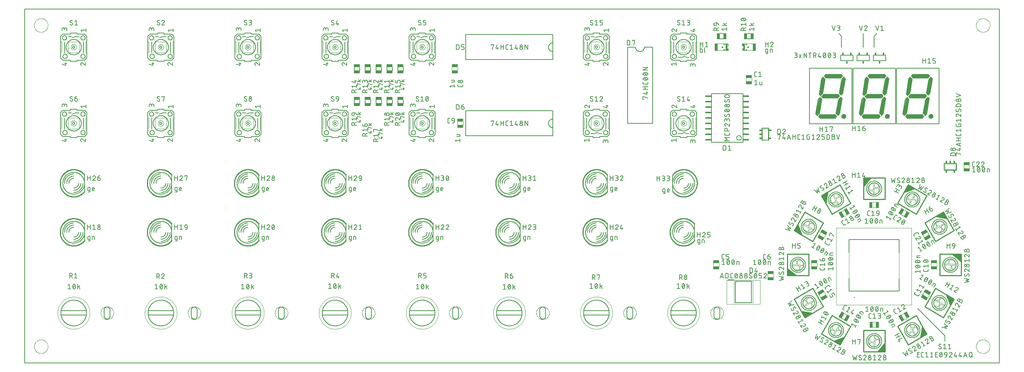
<source format=gto>
G75*
%MOIN*%
%OFA0B0*%
%FSLAX25Y25*%
%IPPOS*%
%LPD*%
%AMOC8*
5,1,8,0,0,1.08239X$1,22.5*
%
%ADD10C,0.00600*%
%ADD11C,0.00000*%
%ADD12C,0.00400*%
%ADD13R,0.00492X0.01969*%
%ADD14R,0.01280X0.00886*%
%ADD15R,0.00886X0.00492*%
%ADD16R,0.00492X0.01673*%
%ADD17R,0.01378X0.01969*%
%ADD18R,0.00492X0.02362*%
%ADD19R,0.01181X0.06693*%
%ADD20R,0.02756X0.06693*%
%ADD21R,0.01673X0.01280*%
%ADD22R,0.01378X0.01378*%
%ADD23C,0.00800*%
%ADD24C,0.01000*%
%ADD25C,0.01200*%
%ADD26C,0.02400*%
%ADD27C,0.00500*%
%ADD28R,0.02559X0.05512*%
%ADD29C,0.00200*%
%ADD30C,0.00394*%
%ADD31C,0.00787*%
%ADD32R,0.01800X0.02300*%
%ADD33C,0.00039*%
%ADD34C,0.00295*%
%ADD35R,0.01299X0.02953*%
%ADD36R,0.05300X0.01600*%
%ADD37R,0.05709X0.02953*%
%ADD38C,0.00197*%
%ADD39R,0.02953X0.01299*%
%ADD40R,0.02953X0.05709*%
%ADD41R,0.05512X0.02559*%
D10*
X0000000Y0000000D02*
X0000000Y0325000D01*
X0895000Y0325000D01*
X0895000Y0000000D01*
X0000000Y0000000D01*
X0039626Y0067886D02*
X0042071Y0067886D01*
X0040849Y0067886D02*
X0040849Y0072286D01*
X0039626Y0071308D01*
X0046571Y0070086D02*
X0046569Y0069969D01*
X0046563Y0069851D01*
X0046554Y0069734D01*
X0046541Y0069617D01*
X0046524Y0069501D01*
X0046503Y0069386D01*
X0046478Y0069271D01*
X0046450Y0069157D01*
X0046418Y0069044D01*
X0046382Y0068932D01*
X0046343Y0068821D01*
X0046300Y0068711D01*
X0046254Y0068603D01*
X0046204Y0068497D01*
X0046204Y0068498D02*
X0046183Y0068443D01*
X0046159Y0068389D01*
X0046131Y0068337D01*
X0046099Y0068287D01*
X0046065Y0068239D01*
X0046027Y0068194D01*
X0045987Y0068151D01*
X0045944Y0068110D01*
X0045898Y0068073D01*
X0045850Y0068039D01*
X0045800Y0068008D01*
X0045748Y0067980D01*
X0045694Y0067955D01*
X0045639Y0067935D01*
X0045582Y0067918D01*
X0045525Y0067904D01*
X0045467Y0067895D01*
X0045408Y0067889D01*
X0045349Y0067887D01*
X0045290Y0067889D01*
X0045231Y0067895D01*
X0045173Y0067904D01*
X0045116Y0067918D01*
X0045059Y0067935D01*
X0045004Y0067955D01*
X0044950Y0067980D01*
X0044898Y0068008D01*
X0044848Y0068039D01*
X0044800Y0068073D01*
X0044754Y0068110D01*
X0044711Y0068151D01*
X0044671Y0068194D01*
X0044633Y0068239D01*
X0044599Y0068287D01*
X0044567Y0068337D01*
X0044539Y0068389D01*
X0044515Y0068443D01*
X0044494Y0068498D01*
X0044371Y0068864D02*
X0046326Y0071308D01*
X0046204Y0071675D02*
X0046183Y0071730D01*
X0046159Y0071784D01*
X0046131Y0071836D01*
X0046099Y0071886D01*
X0046065Y0071934D01*
X0046027Y0071979D01*
X0045987Y0072022D01*
X0045944Y0072063D01*
X0045898Y0072100D01*
X0045850Y0072134D01*
X0045800Y0072165D01*
X0045748Y0072193D01*
X0045694Y0072218D01*
X0045639Y0072238D01*
X0045582Y0072255D01*
X0045525Y0072269D01*
X0045467Y0072278D01*
X0045408Y0072284D01*
X0045349Y0072286D01*
X0045290Y0072284D01*
X0045231Y0072278D01*
X0045173Y0072269D01*
X0045116Y0072255D01*
X0045059Y0072238D01*
X0045004Y0072218D01*
X0044950Y0072193D01*
X0044898Y0072165D01*
X0044848Y0072134D01*
X0044800Y0072100D01*
X0044754Y0072063D01*
X0044711Y0072022D01*
X0044671Y0071979D01*
X0044633Y0071934D01*
X0044599Y0071886D01*
X0044567Y0071836D01*
X0044539Y0071784D01*
X0044515Y0071730D01*
X0044494Y0071675D01*
X0046204Y0071675D02*
X0046254Y0071569D01*
X0046300Y0071461D01*
X0046343Y0071351D01*
X0046382Y0071240D01*
X0046418Y0071128D01*
X0046450Y0071015D01*
X0046478Y0070901D01*
X0046503Y0070786D01*
X0046524Y0070671D01*
X0046541Y0070555D01*
X0046554Y0070438D01*
X0046563Y0070321D01*
X0046569Y0070203D01*
X0046571Y0070086D01*
X0044126Y0070086D02*
X0044128Y0070203D01*
X0044134Y0070321D01*
X0044143Y0070438D01*
X0044156Y0070555D01*
X0044173Y0070671D01*
X0044194Y0070786D01*
X0044219Y0070901D01*
X0044247Y0071015D01*
X0044279Y0071128D01*
X0044315Y0071240D01*
X0044354Y0071351D01*
X0044397Y0071461D01*
X0044443Y0071568D01*
X0044493Y0071675D01*
X0044127Y0070086D02*
X0044129Y0069969D01*
X0044135Y0069851D01*
X0044144Y0069734D01*
X0044157Y0069617D01*
X0044174Y0069501D01*
X0044195Y0069386D01*
X0044220Y0069271D01*
X0044248Y0069157D01*
X0044280Y0069044D01*
X0044316Y0068932D01*
X0044355Y0068821D01*
X0044398Y0068712D01*
X0044444Y0068604D01*
X0044494Y0068497D01*
X0048788Y0067886D02*
X0048788Y0072286D01*
X0050743Y0070819D02*
X0048788Y0069353D01*
X0049643Y0069964D02*
X0050743Y0067886D01*
X0048136Y0077921D02*
X0045692Y0077921D01*
X0046914Y0077921D02*
X0046914Y0082321D01*
X0045692Y0081344D01*
X0042450Y0082321D02*
X0042519Y0082319D01*
X0042587Y0082313D01*
X0042655Y0082304D01*
X0042722Y0082290D01*
X0042788Y0082273D01*
X0042854Y0082252D01*
X0042918Y0082228D01*
X0042980Y0082200D01*
X0043041Y0082169D01*
X0043100Y0082134D01*
X0043157Y0082096D01*
X0043212Y0082054D01*
X0043264Y0082010D01*
X0043314Y0081963D01*
X0043361Y0081913D01*
X0043405Y0081861D01*
X0043447Y0081806D01*
X0043485Y0081749D01*
X0043520Y0081690D01*
X0043551Y0081629D01*
X0043579Y0081567D01*
X0043603Y0081503D01*
X0043624Y0081437D01*
X0043641Y0081371D01*
X0043655Y0081304D01*
X0043664Y0081236D01*
X0043670Y0081168D01*
X0043672Y0081099D01*
X0043670Y0081030D01*
X0043664Y0080962D01*
X0043655Y0080894D01*
X0043641Y0080827D01*
X0043624Y0080761D01*
X0043603Y0080695D01*
X0043579Y0080631D01*
X0043551Y0080569D01*
X0043520Y0080508D01*
X0043485Y0080449D01*
X0043447Y0080392D01*
X0043405Y0080337D01*
X0043361Y0080285D01*
X0043314Y0080235D01*
X0043264Y0080188D01*
X0043212Y0080144D01*
X0043157Y0080102D01*
X0043100Y0080064D01*
X0043041Y0080029D01*
X0042980Y0079998D01*
X0042918Y0079970D01*
X0042854Y0079946D01*
X0042788Y0079925D01*
X0042722Y0079908D01*
X0042655Y0079894D01*
X0042587Y0079885D01*
X0042519Y0079879D01*
X0042450Y0079877D01*
X0041228Y0079877D01*
X0042695Y0079877D02*
X0043673Y0077921D01*
X0041228Y0077921D02*
X0041228Y0082321D01*
X0042450Y0082321D01*
X0058144Y0111733D02*
X0059122Y0111733D01*
X0059122Y0111734D02*
X0059174Y0111736D01*
X0059226Y0111741D01*
X0059278Y0111751D01*
X0059329Y0111764D01*
X0059378Y0111780D01*
X0059427Y0111800D01*
X0059473Y0111824D01*
X0059518Y0111850D01*
X0059561Y0111880D01*
X0059602Y0111913D01*
X0059640Y0111949D01*
X0059676Y0111987D01*
X0059709Y0112028D01*
X0059739Y0112071D01*
X0059765Y0112116D01*
X0059789Y0112163D01*
X0059809Y0112211D01*
X0059825Y0112260D01*
X0059838Y0112311D01*
X0059848Y0112363D01*
X0059853Y0112415D01*
X0059855Y0112467D01*
X0059856Y0112467D02*
X0059856Y0116133D01*
X0058633Y0116133D01*
X0058581Y0116131D01*
X0058529Y0116126D01*
X0058477Y0116116D01*
X0058426Y0116103D01*
X0058377Y0116087D01*
X0058329Y0116067D01*
X0058282Y0116043D01*
X0058237Y0116017D01*
X0058194Y0115987D01*
X0058153Y0115954D01*
X0058115Y0115918D01*
X0058079Y0115880D01*
X0058046Y0115839D01*
X0058016Y0115796D01*
X0057990Y0115751D01*
X0057966Y0115705D01*
X0057946Y0115656D01*
X0057930Y0115607D01*
X0057917Y0115556D01*
X0057907Y0115504D01*
X0057902Y0115452D01*
X0057900Y0115400D01*
X0057900Y0113933D01*
X0057902Y0113881D01*
X0057907Y0113829D01*
X0057917Y0113777D01*
X0057930Y0113726D01*
X0057946Y0113677D01*
X0057966Y0113629D01*
X0057990Y0113582D01*
X0058016Y0113537D01*
X0058046Y0113494D01*
X0058079Y0113453D01*
X0058115Y0113415D01*
X0058153Y0113379D01*
X0058194Y0113346D01*
X0058237Y0113316D01*
X0058282Y0113290D01*
X0058329Y0113266D01*
X0058377Y0113246D01*
X0058426Y0113230D01*
X0058477Y0113217D01*
X0058529Y0113207D01*
X0058581Y0113202D01*
X0058633Y0113200D01*
X0059856Y0113200D01*
X0062129Y0113200D02*
X0062129Y0116133D01*
X0063351Y0116133D01*
X0063403Y0116131D01*
X0063455Y0116126D01*
X0063507Y0116116D01*
X0063558Y0116103D01*
X0063607Y0116087D01*
X0063655Y0116067D01*
X0063702Y0116043D01*
X0063747Y0116017D01*
X0063790Y0115987D01*
X0063831Y0115954D01*
X0063869Y0115918D01*
X0063905Y0115880D01*
X0063938Y0115839D01*
X0063968Y0115796D01*
X0063994Y0115751D01*
X0064018Y0115704D01*
X0064038Y0115656D01*
X0064054Y0115607D01*
X0064067Y0115556D01*
X0064077Y0115504D01*
X0064082Y0115452D01*
X0064084Y0115400D01*
X0064085Y0115400D02*
X0064085Y0113200D01*
X0063672Y0122400D02*
X0063672Y0126800D01*
X0062450Y0125822D01*
X0060244Y0124844D02*
X0057800Y0124844D01*
X0057800Y0126800D02*
X0057800Y0122400D01*
X0060244Y0122400D02*
X0060244Y0126800D01*
X0062450Y0122400D02*
X0064894Y0122400D01*
X0066950Y0123622D02*
X0066952Y0123553D01*
X0066958Y0123485D01*
X0066967Y0123417D01*
X0066981Y0123350D01*
X0066998Y0123284D01*
X0067019Y0123218D01*
X0067043Y0123154D01*
X0067071Y0123092D01*
X0067102Y0123031D01*
X0067137Y0122972D01*
X0067175Y0122915D01*
X0067217Y0122860D01*
X0067261Y0122808D01*
X0067308Y0122758D01*
X0067358Y0122711D01*
X0067410Y0122667D01*
X0067465Y0122625D01*
X0067522Y0122587D01*
X0067581Y0122552D01*
X0067642Y0122521D01*
X0067704Y0122493D01*
X0067768Y0122469D01*
X0067834Y0122448D01*
X0067900Y0122431D01*
X0067967Y0122417D01*
X0068035Y0122408D01*
X0068103Y0122402D01*
X0068172Y0122400D01*
X0068241Y0122402D01*
X0068309Y0122408D01*
X0068377Y0122417D01*
X0068444Y0122431D01*
X0068510Y0122448D01*
X0068576Y0122469D01*
X0068640Y0122493D01*
X0068702Y0122521D01*
X0068763Y0122552D01*
X0068822Y0122587D01*
X0068879Y0122625D01*
X0068934Y0122667D01*
X0068986Y0122711D01*
X0069036Y0122758D01*
X0069083Y0122808D01*
X0069127Y0122860D01*
X0069169Y0122915D01*
X0069207Y0122972D01*
X0069242Y0123031D01*
X0069273Y0123092D01*
X0069301Y0123154D01*
X0069325Y0123218D01*
X0069346Y0123284D01*
X0069363Y0123350D01*
X0069377Y0123417D01*
X0069386Y0123485D01*
X0069392Y0123553D01*
X0069394Y0123622D01*
X0069392Y0123691D01*
X0069386Y0123759D01*
X0069377Y0123827D01*
X0069363Y0123894D01*
X0069346Y0123960D01*
X0069325Y0124026D01*
X0069301Y0124090D01*
X0069273Y0124152D01*
X0069242Y0124213D01*
X0069207Y0124272D01*
X0069169Y0124329D01*
X0069127Y0124384D01*
X0069083Y0124436D01*
X0069036Y0124486D01*
X0068986Y0124533D01*
X0068934Y0124577D01*
X0068879Y0124619D01*
X0068822Y0124657D01*
X0068763Y0124692D01*
X0068702Y0124723D01*
X0068640Y0124751D01*
X0068576Y0124775D01*
X0068510Y0124796D01*
X0068444Y0124813D01*
X0068377Y0124827D01*
X0068309Y0124836D01*
X0068241Y0124842D01*
X0068172Y0124844D01*
X0068103Y0124842D01*
X0068035Y0124836D01*
X0067967Y0124827D01*
X0067900Y0124813D01*
X0067834Y0124796D01*
X0067768Y0124775D01*
X0067704Y0124751D01*
X0067642Y0124723D01*
X0067581Y0124692D01*
X0067522Y0124657D01*
X0067465Y0124619D01*
X0067410Y0124577D01*
X0067358Y0124533D01*
X0067308Y0124486D01*
X0067261Y0124436D01*
X0067217Y0124384D01*
X0067175Y0124329D01*
X0067137Y0124272D01*
X0067102Y0124213D01*
X0067071Y0124152D01*
X0067043Y0124090D01*
X0067019Y0124026D01*
X0066998Y0123960D01*
X0066981Y0123894D01*
X0066967Y0123827D01*
X0066958Y0123759D01*
X0066952Y0123691D01*
X0066950Y0123622D01*
X0067194Y0125822D02*
X0067196Y0125761D01*
X0067202Y0125699D01*
X0067211Y0125639D01*
X0067225Y0125579D01*
X0067242Y0125520D01*
X0067263Y0125462D01*
X0067287Y0125406D01*
X0067315Y0125351D01*
X0067346Y0125298D01*
X0067381Y0125247D01*
X0067418Y0125199D01*
X0067459Y0125153D01*
X0067503Y0125109D01*
X0067549Y0125068D01*
X0067597Y0125031D01*
X0067648Y0124996D01*
X0067701Y0124965D01*
X0067756Y0124937D01*
X0067812Y0124913D01*
X0067870Y0124892D01*
X0067929Y0124875D01*
X0067989Y0124861D01*
X0068049Y0124852D01*
X0068111Y0124846D01*
X0068172Y0124844D01*
X0068233Y0124846D01*
X0068295Y0124852D01*
X0068355Y0124861D01*
X0068415Y0124875D01*
X0068474Y0124892D01*
X0068532Y0124913D01*
X0068588Y0124937D01*
X0068643Y0124965D01*
X0068696Y0124996D01*
X0068747Y0125031D01*
X0068795Y0125068D01*
X0068841Y0125109D01*
X0068885Y0125153D01*
X0068926Y0125199D01*
X0068963Y0125247D01*
X0068998Y0125298D01*
X0069029Y0125351D01*
X0069057Y0125406D01*
X0069081Y0125462D01*
X0069102Y0125520D01*
X0069119Y0125579D01*
X0069133Y0125639D01*
X0069142Y0125699D01*
X0069148Y0125761D01*
X0069150Y0125822D01*
X0069148Y0125883D01*
X0069142Y0125945D01*
X0069133Y0126005D01*
X0069119Y0126065D01*
X0069102Y0126124D01*
X0069081Y0126182D01*
X0069057Y0126238D01*
X0069029Y0126293D01*
X0068998Y0126346D01*
X0068963Y0126397D01*
X0068926Y0126445D01*
X0068885Y0126491D01*
X0068841Y0126535D01*
X0068795Y0126576D01*
X0068747Y0126613D01*
X0068696Y0126648D01*
X0068643Y0126679D01*
X0068588Y0126707D01*
X0068532Y0126731D01*
X0068474Y0126752D01*
X0068415Y0126769D01*
X0068355Y0126783D01*
X0068295Y0126792D01*
X0068233Y0126798D01*
X0068172Y0126800D01*
X0068111Y0126798D01*
X0068049Y0126792D01*
X0067989Y0126783D01*
X0067929Y0126769D01*
X0067870Y0126752D01*
X0067812Y0126731D01*
X0067756Y0126707D01*
X0067701Y0126679D01*
X0067648Y0126648D01*
X0067597Y0126613D01*
X0067549Y0126576D01*
X0067503Y0126535D01*
X0067459Y0126491D01*
X0067418Y0126445D01*
X0067381Y0126397D01*
X0067346Y0126346D01*
X0067315Y0126293D01*
X0067287Y0126238D01*
X0067263Y0126182D01*
X0067242Y0126124D01*
X0067225Y0126065D01*
X0067211Y0126005D01*
X0067202Y0125945D01*
X0067196Y0125883D01*
X0067194Y0125822D01*
X0035000Y0120000D02*
X0035003Y0120245D01*
X0035012Y0120491D01*
X0035027Y0120736D01*
X0035048Y0120980D01*
X0035075Y0121224D01*
X0035108Y0121467D01*
X0035147Y0121710D01*
X0035192Y0121951D01*
X0035243Y0122191D01*
X0035300Y0122430D01*
X0035362Y0122667D01*
X0035431Y0122903D01*
X0035505Y0123137D01*
X0035585Y0123369D01*
X0035670Y0123599D01*
X0035761Y0123827D01*
X0035858Y0124052D01*
X0035960Y0124276D01*
X0036068Y0124496D01*
X0036181Y0124714D01*
X0036299Y0124929D01*
X0036423Y0125141D01*
X0036551Y0125350D01*
X0036685Y0125556D01*
X0036824Y0125758D01*
X0036968Y0125957D01*
X0037117Y0126152D01*
X0037270Y0126344D01*
X0037428Y0126532D01*
X0037590Y0126716D01*
X0037758Y0126895D01*
X0037929Y0127071D01*
X0038105Y0127242D01*
X0038284Y0127410D01*
X0038468Y0127572D01*
X0038656Y0127730D01*
X0038848Y0127883D01*
X0039043Y0128032D01*
X0039242Y0128176D01*
X0039444Y0128315D01*
X0039650Y0128449D01*
X0039859Y0128577D01*
X0040071Y0128701D01*
X0040286Y0128819D01*
X0040504Y0128932D01*
X0040724Y0129040D01*
X0040948Y0129142D01*
X0041173Y0129239D01*
X0041401Y0129330D01*
X0041631Y0129415D01*
X0041863Y0129495D01*
X0042097Y0129569D01*
X0042333Y0129638D01*
X0042570Y0129700D01*
X0042809Y0129757D01*
X0043049Y0129808D01*
X0043290Y0129853D01*
X0043533Y0129892D01*
X0043776Y0129925D01*
X0044020Y0129952D01*
X0044264Y0129973D01*
X0044509Y0129988D01*
X0044755Y0129997D01*
X0045000Y0130000D01*
X0045245Y0129997D01*
X0045491Y0129988D01*
X0045736Y0129973D01*
X0045980Y0129952D01*
X0046224Y0129925D01*
X0046467Y0129892D01*
X0046710Y0129853D01*
X0046951Y0129808D01*
X0047191Y0129757D01*
X0047430Y0129700D01*
X0047667Y0129638D01*
X0047903Y0129569D01*
X0048137Y0129495D01*
X0048369Y0129415D01*
X0048599Y0129330D01*
X0048827Y0129239D01*
X0049052Y0129142D01*
X0049276Y0129040D01*
X0049496Y0128932D01*
X0049714Y0128819D01*
X0049929Y0128701D01*
X0050141Y0128577D01*
X0050350Y0128449D01*
X0050556Y0128315D01*
X0050758Y0128176D01*
X0050957Y0128032D01*
X0051152Y0127883D01*
X0051344Y0127730D01*
X0051532Y0127572D01*
X0051716Y0127410D01*
X0051895Y0127242D01*
X0052071Y0127071D01*
X0052242Y0126895D01*
X0052410Y0126716D01*
X0052572Y0126532D01*
X0052730Y0126344D01*
X0052883Y0126152D01*
X0053032Y0125957D01*
X0053176Y0125758D01*
X0053315Y0125556D01*
X0053449Y0125350D01*
X0053577Y0125141D01*
X0053701Y0124929D01*
X0053819Y0124714D01*
X0053932Y0124496D01*
X0054040Y0124276D01*
X0054142Y0124052D01*
X0054239Y0123827D01*
X0054330Y0123599D01*
X0054415Y0123369D01*
X0054495Y0123137D01*
X0054569Y0122903D01*
X0054638Y0122667D01*
X0054700Y0122430D01*
X0054757Y0122191D01*
X0054808Y0121951D01*
X0054853Y0121710D01*
X0054892Y0121467D01*
X0054925Y0121224D01*
X0054952Y0120980D01*
X0054973Y0120736D01*
X0054988Y0120491D01*
X0054997Y0120245D01*
X0055000Y0120000D01*
X0054997Y0119755D01*
X0054988Y0119509D01*
X0054973Y0119264D01*
X0054952Y0119020D01*
X0054925Y0118776D01*
X0054892Y0118533D01*
X0054853Y0118290D01*
X0054808Y0118049D01*
X0054757Y0117809D01*
X0054700Y0117570D01*
X0054638Y0117333D01*
X0054569Y0117097D01*
X0054495Y0116863D01*
X0054415Y0116631D01*
X0054330Y0116401D01*
X0054239Y0116173D01*
X0054142Y0115948D01*
X0054040Y0115724D01*
X0053932Y0115504D01*
X0053819Y0115286D01*
X0053701Y0115071D01*
X0053577Y0114859D01*
X0053449Y0114650D01*
X0053315Y0114444D01*
X0053176Y0114242D01*
X0053032Y0114043D01*
X0052883Y0113848D01*
X0052730Y0113656D01*
X0052572Y0113468D01*
X0052410Y0113284D01*
X0052242Y0113105D01*
X0052071Y0112929D01*
X0051895Y0112758D01*
X0051716Y0112590D01*
X0051532Y0112428D01*
X0051344Y0112270D01*
X0051152Y0112117D01*
X0050957Y0111968D01*
X0050758Y0111824D01*
X0050556Y0111685D01*
X0050350Y0111551D01*
X0050141Y0111423D01*
X0049929Y0111299D01*
X0049714Y0111181D01*
X0049496Y0111068D01*
X0049276Y0110960D01*
X0049052Y0110858D01*
X0048827Y0110761D01*
X0048599Y0110670D01*
X0048369Y0110585D01*
X0048137Y0110505D01*
X0047903Y0110431D01*
X0047667Y0110362D01*
X0047430Y0110300D01*
X0047191Y0110243D01*
X0046951Y0110192D01*
X0046710Y0110147D01*
X0046467Y0110108D01*
X0046224Y0110075D01*
X0045980Y0110048D01*
X0045736Y0110027D01*
X0045491Y0110012D01*
X0045245Y0110003D01*
X0045000Y0110000D01*
X0044755Y0110003D01*
X0044509Y0110012D01*
X0044264Y0110027D01*
X0044020Y0110048D01*
X0043776Y0110075D01*
X0043533Y0110108D01*
X0043290Y0110147D01*
X0043049Y0110192D01*
X0042809Y0110243D01*
X0042570Y0110300D01*
X0042333Y0110362D01*
X0042097Y0110431D01*
X0041863Y0110505D01*
X0041631Y0110585D01*
X0041401Y0110670D01*
X0041173Y0110761D01*
X0040948Y0110858D01*
X0040724Y0110960D01*
X0040504Y0111068D01*
X0040286Y0111181D01*
X0040071Y0111299D01*
X0039859Y0111423D01*
X0039650Y0111551D01*
X0039444Y0111685D01*
X0039242Y0111824D01*
X0039043Y0111968D01*
X0038848Y0112117D01*
X0038656Y0112270D01*
X0038468Y0112428D01*
X0038284Y0112590D01*
X0038105Y0112758D01*
X0037929Y0112929D01*
X0037758Y0113105D01*
X0037590Y0113284D01*
X0037428Y0113468D01*
X0037270Y0113656D01*
X0037117Y0113848D01*
X0036968Y0114043D01*
X0036824Y0114242D01*
X0036685Y0114444D01*
X0036551Y0114650D01*
X0036423Y0114859D01*
X0036299Y0115071D01*
X0036181Y0115286D01*
X0036068Y0115504D01*
X0035960Y0115724D01*
X0035858Y0115948D01*
X0035761Y0116173D01*
X0035670Y0116401D01*
X0035585Y0116631D01*
X0035505Y0116863D01*
X0035431Y0117097D01*
X0035362Y0117333D01*
X0035300Y0117570D01*
X0035243Y0117809D01*
X0035192Y0118049D01*
X0035147Y0118290D01*
X0035108Y0118533D01*
X0035075Y0118776D01*
X0035048Y0119020D01*
X0035027Y0119264D01*
X0035012Y0119509D01*
X0035003Y0119755D01*
X0035000Y0120000D01*
X0045000Y0111500D02*
X0045205Y0111502D01*
X0045411Y0111510D01*
X0045616Y0111522D01*
X0045820Y0111540D01*
X0046025Y0111562D01*
X0046228Y0111589D01*
X0046431Y0111621D01*
X0046633Y0111658D01*
X0046834Y0111700D01*
X0047034Y0111747D01*
X0047233Y0111799D01*
X0047431Y0111855D01*
X0047627Y0111916D01*
X0047821Y0111982D01*
X0048014Y0112052D01*
X0048205Y0112128D01*
X0048395Y0112207D01*
X0048582Y0112292D01*
X0048767Y0112380D01*
X0048950Y0112474D01*
X0049131Y0112571D01*
X0049309Y0112673D01*
X0049485Y0112780D01*
X0049658Y0112890D01*
X0049829Y0113005D01*
X0049996Y0113123D01*
X0050161Y0113246D01*
X0050323Y0113373D01*
X0050481Y0113503D01*
X0050637Y0113638D01*
X0050789Y0113776D01*
X0050937Y0113917D01*
X0051083Y0114063D01*
X0051224Y0114211D01*
X0051362Y0114363D01*
X0051497Y0114519D01*
X0051627Y0114677D01*
X0051754Y0114839D01*
X0051877Y0115004D01*
X0051995Y0115171D01*
X0052110Y0115342D01*
X0052220Y0115515D01*
X0052327Y0115691D01*
X0052429Y0115869D01*
X0052526Y0116050D01*
X0052620Y0116233D01*
X0052708Y0116418D01*
X0052793Y0116605D01*
X0052872Y0116795D01*
X0052948Y0116986D01*
X0053018Y0117179D01*
X0053084Y0117373D01*
X0053145Y0117569D01*
X0053201Y0117767D01*
X0053253Y0117966D01*
X0053300Y0118166D01*
X0053342Y0118367D01*
X0053379Y0118569D01*
X0053411Y0118772D01*
X0053438Y0118975D01*
X0053460Y0119180D01*
X0053478Y0119384D01*
X0053490Y0119589D01*
X0053498Y0119795D01*
X0053500Y0120000D01*
X0045000Y0128500D02*
X0044795Y0128498D01*
X0044589Y0128490D01*
X0044384Y0128478D01*
X0044180Y0128460D01*
X0043975Y0128438D01*
X0043772Y0128411D01*
X0043569Y0128379D01*
X0043367Y0128342D01*
X0043166Y0128300D01*
X0042966Y0128253D01*
X0042767Y0128201D01*
X0042569Y0128145D01*
X0042373Y0128084D01*
X0042179Y0128018D01*
X0041986Y0127948D01*
X0041795Y0127872D01*
X0041605Y0127793D01*
X0041418Y0127708D01*
X0041233Y0127620D01*
X0041050Y0127526D01*
X0040869Y0127429D01*
X0040691Y0127327D01*
X0040515Y0127220D01*
X0040342Y0127110D01*
X0040171Y0126995D01*
X0040004Y0126877D01*
X0039839Y0126754D01*
X0039677Y0126627D01*
X0039519Y0126497D01*
X0039363Y0126362D01*
X0039211Y0126224D01*
X0039063Y0126083D01*
X0038917Y0125937D01*
X0038776Y0125789D01*
X0038638Y0125637D01*
X0038503Y0125481D01*
X0038373Y0125323D01*
X0038246Y0125161D01*
X0038123Y0124996D01*
X0038005Y0124829D01*
X0037890Y0124658D01*
X0037780Y0124485D01*
X0037673Y0124309D01*
X0037571Y0124131D01*
X0037474Y0123950D01*
X0037380Y0123767D01*
X0037292Y0123582D01*
X0037207Y0123395D01*
X0037128Y0123205D01*
X0037052Y0123014D01*
X0036982Y0122821D01*
X0036916Y0122627D01*
X0036855Y0122431D01*
X0036799Y0122233D01*
X0036747Y0122034D01*
X0036700Y0121834D01*
X0036658Y0121633D01*
X0036621Y0121431D01*
X0036589Y0121228D01*
X0036562Y0121025D01*
X0036540Y0120820D01*
X0036522Y0120616D01*
X0036510Y0120411D01*
X0036502Y0120205D01*
X0036500Y0120000D01*
X0045000Y0113500D02*
X0045160Y0113502D01*
X0045319Y0113508D01*
X0045478Y0113518D01*
X0045637Y0113531D01*
X0045796Y0113549D01*
X0045954Y0113570D01*
X0046111Y0113596D01*
X0046268Y0113625D01*
X0046424Y0113658D01*
X0046579Y0113695D01*
X0046734Y0113735D01*
X0046887Y0113780D01*
X0047039Y0113828D01*
X0047190Y0113880D01*
X0047339Y0113936D01*
X0047487Y0113995D01*
X0047634Y0114058D01*
X0047779Y0114124D01*
X0047922Y0114194D01*
X0048064Y0114268D01*
X0048204Y0114344D01*
X0048342Y0114425D01*
X0048477Y0114508D01*
X0048611Y0114595D01*
X0048743Y0114686D01*
X0048872Y0114779D01*
X0048999Y0114876D01*
X0049124Y0114975D01*
X0049246Y0115078D01*
X0049365Y0115184D01*
X0049482Y0115292D01*
X0049596Y0115404D01*
X0049708Y0115518D01*
X0049816Y0115635D01*
X0049922Y0115754D01*
X0050025Y0115876D01*
X0050124Y0116001D01*
X0050221Y0116128D01*
X0050314Y0116257D01*
X0050405Y0116389D01*
X0050492Y0116523D01*
X0050575Y0116658D01*
X0050656Y0116796D01*
X0050732Y0116936D01*
X0050806Y0117078D01*
X0050876Y0117221D01*
X0050942Y0117366D01*
X0051005Y0117513D01*
X0051064Y0117661D01*
X0051120Y0117810D01*
X0051172Y0117961D01*
X0051220Y0118113D01*
X0051265Y0118266D01*
X0051305Y0118421D01*
X0051342Y0118576D01*
X0051375Y0118732D01*
X0051404Y0118889D01*
X0051430Y0119046D01*
X0051451Y0119204D01*
X0051469Y0119363D01*
X0051482Y0119522D01*
X0051492Y0119681D01*
X0051498Y0119840D01*
X0051500Y0120000D01*
X0045000Y0126500D02*
X0044840Y0126498D01*
X0044681Y0126492D01*
X0044522Y0126482D01*
X0044363Y0126469D01*
X0044204Y0126451D01*
X0044046Y0126430D01*
X0043889Y0126404D01*
X0043732Y0126375D01*
X0043576Y0126342D01*
X0043421Y0126305D01*
X0043266Y0126265D01*
X0043113Y0126220D01*
X0042961Y0126172D01*
X0042810Y0126120D01*
X0042661Y0126064D01*
X0042513Y0126005D01*
X0042366Y0125942D01*
X0042221Y0125876D01*
X0042078Y0125806D01*
X0041936Y0125732D01*
X0041796Y0125656D01*
X0041658Y0125575D01*
X0041523Y0125492D01*
X0041389Y0125405D01*
X0041257Y0125314D01*
X0041128Y0125221D01*
X0041001Y0125124D01*
X0040876Y0125025D01*
X0040754Y0124922D01*
X0040635Y0124816D01*
X0040518Y0124708D01*
X0040404Y0124596D01*
X0040292Y0124482D01*
X0040184Y0124365D01*
X0040078Y0124246D01*
X0039975Y0124124D01*
X0039876Y0123999D01*
X0039779Y0123872D01*
X0039686Y0123743D01*
X0039595Y0123611D01*
X0039508Y0123477D01*
X0039425Y0123342D01*
X0039344Y0123204D01*
X0039268Y0123064D01*
X0039194Y0122922D01*
X0039124Y0122779D01*
X0039058Y0122634D01*
X0038995Y0122487D01*
X0038936Y0122339D01*
X0038880Y0122190D01*
X0038828Y0122039D01*
X0038780Y0121887D01*
X0038735Y0121734D01*
X0038695Y0121579D01*
X0038658Y0121424D01*
X0038625Y0121268D01*
X0038596Y0121111D01*
X0038570Y0120954D01*
X0038549Y0120796D01*
X0038531Y0120637D01*
X0038518Y0120478D01*
X0038508Y0120319D01*
X0038502Y0120160D01*
X0038500Y0120000D01*
X0045000Y0115500D02*
X0045133Y0115502D01*
X0045267Y0115508D01*
X0045400Y0115518D01*
X0045532Y0115532D01*
X0045664Y0115549D01*
X0045796Y0115571D01*
X0045927Y0115596D01*
X0046057Y0115626D01*
X0046186Y0115659D01*
X0046314Y0115696D01*
X0046441Y0115737D01*
X0046567Y0115782D01*
X0046691Y0115830D01*
X0046814Y0115882D01*
X0046935Y0115937D01*
X0047055Y0115997D01*
X0047173Y0116059D01*
X0047288Y0116125D01*
X0047402Y0116195D01*
X0047514Y0116268D01*
X0047623Y0116344D01*
X0047731Y0116423D01*
X0047835Y0116506D01*
X0047938Y0116591D01*
X0048037Y0116680D01*
X0048134Y0116771D01*
X0048229Y0116866D01*
X0048320Y0116963D01*
X0048409Y0117062D01*
X0048494Y0117165D01*
X0048577Y0117269D01*
X0048656Y0117377D01*
X0048732Y0117486D01*
X0048805Y0117598D01*
X0048875Y0117712D01*
X0048941Y0117827D01*
X0049003Y0117945D01*
X0049063Y0118065D01*
X0049118Y0118186D01*
X0049170Y0118309D01*
X0049218Y0118433D01*
X0049263Y0118559D01*
X0049304Y0118686D01*
X0049341Y0118814D01*
X0049374Y0118943D01*
X0049404Y0119073D01*
X0049429Y0119204D01*
X0049451Y0119336D01*
X0049468Y0119468D01*
X0049482Y0119600D01*
X0049492Y0119733D01*
X0049498Y0119867D01*
X0049500Y0120000D01*
X0045000Y0124500D02*
X0044867Y0124498D01*
X0044733Y0124492D01*
X0044600Y0124482D01*
X0044468Y0124468D01*
X0044336Y0124451D01*
X0044204Y0124429D01*
X0044073Y0124404D01*
X0043943Y0124374D01*
X0043814Y0124341D01*
X0043686Y0124304D01*
X0043559Y0124263D01*
X0043433Y0124218D01*
X0043309Y0124170D01*
X0043186Y0124118D01*
X0043065Y0124063D01*
X0042945Y0124003D01*
X0042827Y0123941D01*
X0042712Y0123875D01*
X0042598Y0123805D01*
X0042486Y0123732D01*
X0042377Y0123656D01*
X0042269Y0123577D01*
X0042165Y0123494D01*
X0042062Y0123409D01*
X0041963Y0123320D01*
X0041866Y0123229D01*
X0041771Y0123134D01*
X0041680Y0123037D01*
X0041591Y0122938D01*
X0041506Y0122835D01*
X0041423Y0122731D01*
X0041344Y0122623D01*
X0041268Y0122514D01*
X0041195Y0122402D01*
X0041125Y0122288D01*
X0041059Y0122173D01*
X0040997Y0122055D01*
X0040937Y0121935D01*
X0040882Y0121814D01*
X0040830Y0121691D01*
X0040782Y0121567D01*
X0040737Y0121441D01*
X0040696Y0121314D01*
X0040659Y0121186D01*
X0040626Y0121057D01*
X0040596Y0120927D01*
X0040571Y0120796D01*
X0040549Y0120664D01*
X0040532Y0120532D01*
X0040518Y0120400D01*
X0040508Y0120267D01*
X0040502Y0120133D01*
X0040500Y0120000D01*
X0058144Y0156733D02*
X0059122Y0156733D01*
X0059122Y0156734D02*
X0059174Y0156736D01*
X0059226Y0156741D01*
X0059278Y0156751D01*
X0059329Y0156764D01*
X0059378Y0156780D01*
X0059427Y0156800D01*
X0059473Y0156824D01*
X0059518Y0156850D01*
X0059561Y0156880D01*
X0059602Y0156913D01*
X0059640Y0156949D01*
X0059676Y0156987D01*
X0059709Y0157028D01*
X0059739Y0157071D01*
X0059765Y0157116D01*
X0059789Y0157163D01*
X0059809Y0157211D01*
X0059825Y0157260D01*
X0059838Y0157311D01*
X0059848Y0157363D01*
X0059853Y0157415D01*
X0059855Y0157467D01*
X0059856Y0157467D02*
X0059856Y0161133D01*
X0058633Y0161133D01*
X0058581Y0161131D01*
X0058529Y0161126D01*
X0058477Y0161116D01*
X0058426Y0161103D01*
X0058377Y0161087D01*
X0058329Y0161067D01*
X0058282Y0161043D01*
X0058237Y0161017D01*
X0058194Y0160987D01*
X0058153Y0160954D01*
X0058115Y0160918D01*
X0058079Y0160880D01*
X0058046Y0160839D01*
X0058016Y0160796D01*
X0057990Y0160751D01*
X0057966Y0160705D01*
X0057946Y0160656D01*
X0057930Y0160607D01*
X0057917Y0160556D01*
X0057907Y0160504D01*
X0057902Y0160452D01*
X0057900Y0160400D01*
X0057900Y0158933D01*
X0057902Y0158881D01*
X0057907Y0158829D01*
X0057917Y0158777D01*
X0057930Y0158726D01*
X0057946Y0158677D01*
X0057966Y0158629D01*
X0057990Y0158582D01*
X0058016Y0158537D01*
X0058046Y0158494D01*
X0058079Y0158453D01*
X0058115Y0158415D01*
X0058153Y0158379D01*
X0058194Y0158346D01*
X0058237Y0158316D01*
X0058282Y0158290D01*
X0058329Y0158266D01*
X0058377Y0158246D01*
X0058426Y0158230D01*
X0058477Y0158217D01*
X0058529Y0158207D01*
X0058581Y0158202D01*
X0058633Y0158200D01*
X0059856Y0158200D01*
X0061979Y0158933D02*
X0061979Y0160156D01*
X0061979Y0159667D02*
X0063935Y0159667D01*
X0063935Y0160156D01*
X0063933Y0160217D01*
X0063927Y0160279D01*
X0063918Y0160339D01*
X0063904Y0160399D01*
X0063887Y0160458D01*
X0063866Y0160516D01*
X0063842Y0160572D01*
X0063814Y0160627D01*
X0063783Y0160680D01*
X0063748Y0160731D01*
X0063711Y0160779D01*
X0063670Y0160825D01*
X0063626Y0160869D01*
X0063580Y0160910D01*
X0063532Y0160947D01*
X0063481Y0160982D01*
X0063428Y0161013D01*
X0063373Y0161041D01*
X0063317Y0161065D01*
X0063259Y0161086D01*
X0063200Y0161103D01*
X0063140Y0161117D01*
X0063080Y0161126D01*
X0063018Y0161132D01*
X0062957Y0161134D01*
X0062896Y0161132D01*
X0062834Y0161126D01*
X0062774Y0161117D01*
X0062714Y0161103D01*
X0062655Y0161086D01*
X0062597Y0161065D01*
X0062541Y0161041D01*
X0062486Y0161013D01*
X0062433Y0160982D01*
X0062382Y0160947D01*
X0062334Y0160910D01*
X0062288Y0160869D01*
X0062244Y0160825D01*
X0062203Y0160779D01*
X0062166Y0160731D01*
X0062131Y0160680D01*
X0062100Y0160627D01*
X0062072Y0160572D01*
X0062048Y0160516D01*
X0062027Y0160458D01*
X0062010Y0160399D01*
X0061996Y0160339D01*
X0061987Y0160279D01*
X0061981Y0160217D01*
X0061979Y0160156D01*
X0061979Y0158933D02*
X0061981Y0158881D01*
X0061986Y0158829D01*
X0061996Y0158777D01*
X0062009Y0158726D01*
X0062025Y0158677D01*
X0062045Y0158629D01*
X0062069Y0158582D01*
X0062095Y0158537D01*
X0062125Y0158494D01*
X0062158Y0158453D01*
X0062194Y0158415D01*
X0062232Y0158379D01*
X0062273Y0158346D01*
X0062316Y0158316D01*
X0062361Y0158290D01*
X0062408Y0158266D01*
X0062456Y0158246D01*
X0062505Y0158230D01*
X0062556Y0158217D01*
X0062608Y0158207D01*
X0062660Y0158202D01*
X0062712Y0158200D01*
X0063935Y0158200D01*
X0064894Y0167400D02*
X0062450Y0167400D01*
X0064528Y0169844D01*
X0063794Y0171800D02*
X0063720Y0171798D01*
X0063646Y0171792D01*
X0063573Y0171783D01*
X0063500Y0171769D01*
X0063428Y0171752D01*
X0063357Y0171731D01*
X0063287Y0171706D01*
X0063219Y0171678D01*
X0063152Y0171646D01*
X0063087Y0171610D01*
X0063024Y0171572D01*
X0062963Y0171530D01*
X0062904Y0171485D01*
X0062848Y0171437D01*
X0062794Y0171386D01*
X0062743Y0171332D01*
X0062695Y0171275D01*
X0062650Y0171217D01*
X0062608Y0171156D01*
X0062570Y0171093D01*
X0062534Y0171027D01*
X0062503Y0170961D01*
X0062474Y0170892D01*
X0062450Y0170822D01*
X0064527Y0169845D02*
X0064576Y0169893D01*
X0064621Y0169945D01*
X0064663Y0169998D01*
X0064702Y0170054D01*
X0064738Y0170113D01*
X0064770Y0170173D01*
X0064799Y0170235D01*
X0064824Y0170298D01*
X0064845Y0170363D01*
X0064863Y0170429D01*
X0064876Y0170496D01*
X0064886Y0170564D01*
X0064892Y0170632D01*
X0064894Y0170700D01*
X0064892Y0170764D01*
X0064887Y0170828D01*
X0064877Y0170891D01*
X0064864Y0170954D01*
X0064848Y0171015D01*
X0064828Y0171076D01*
X0064804Y0171136D01*
X0064777Y0171194D01*
X0064747Y0171250D01*
X0064713Y0171304D01*
X0064676Y0171357D01*
X0064637Y0171407D01*
X0064594Y0171455D01*
X0064549Y0171500D01*
X0064501Y0171543D01*
X0064451Y0171582D01*
X0064398Y0171619D01*
X0064344Y0171653D01*
X0064288Y0171683D01*
X0064230Y0171710D01*
X0064170Y0171734D01*
X0064109Y0171754D01*
X0064048Y0171770D01*
X0063985Y0171783D01*
X0063922Y0171793D01*
X0063858Y0171798D01*
X0063794Y0171800D01*
X0060244Y0171800D02*
X0060244Y0167400D01*
X0057800Y0167400D02*
X0057800Y0171800D01*
X0057800Y0169844D02*
X0060244Y0169844D01*
X0066950Y0169844D02*
X0066950Y0168622D01*
X0066952Y0168553D01*
X0066958Y0168485D01*
X0066967Y0168417D01*
X0066981Y0168350D01*
X0066998Y0168284D01*
X0067019Y0168218D01*
X0067043Y0168154D01*
X0067071Y0168092D01*
X0067102Y0168031D01*
X0067137Y0167972D01*
X0067175Y0167915D01*
X0067217Y0167860D01*
X0067261Y0167808D01*
X0067308Y0167758D01*
X0067358Y0167711D01*
X0067410Y0167667D01*
X0067465Y0167625D01*
X0067522Y0167587D01*
X0067581Y0167552D01*
X0067642Y0167521D01*
X0067704Y0167493D01*
X0067768Y0167469D01*
X0067834Y0167448D01*
X0067900Y0167431D01*
X0067967Y0167417D01*
X0068035Y0167408D01*
X0068103Y0167402D01*
X0068172Y0167400D01*
X0068241Y0167402D01*
X0068309Y0167408D01*
X0068377Y0167417D01*
X0068444Y0167431D01*
X0068510Y0167448D01*
X0068576Y0167469D01*
X0068640Y0167493D01*
X0068702Y0167521D01*
X0068763Y0167552D01*
X0068822Y0167587D01*
X0068879Y0167625D01*
X0068934Y0167667D01*
X0068986Y0167711D01*
X0069036Y0167758D01*
X0069083Y0167808D01*
X0069127Y0167860D01*
X0069169Y0167915D01*
X0069207Y0167972D01*
X0069242Y0168031D01*
X0069273Y0168092D01*
X0069301Y0168154D01*
X0069325Y0168218D01*
X0069346Y0168284D01*
X0069363Y0168350D01*
X0069377Y0168417D01*
X0069386Y0168485D01*
X0069392Y0168553D01*
X0069394Y0168622D01*
X0069394Y0168867D01*
X0069395Y0168867D02*
X0069393Y0168928D01*
X0069387Y0168990D01*
X0069378Y0169050D01*
X0069364Y0169110D01*
X0069347Y0169169D01*
X0069326Y0169227D01*
X0069302Y0169283D01*
X0069274Y0169338D01*
X0069243Y0169391D01*
X0069208Y0169442D01*
X0069171Y0169490D01*
X0069130Y0169536D01*
X0069086Y0169580D01*
X0069040Y0169621D01*
X0068992Y0169658D01*
X0068941Y0169693D01*
X0068888Y0169724D01*
X0068833Y0169752D01*
X0068777Y0169776D01*
X0068719Y0169797D01*
X0068660Y0169814D01*
X0068600Y0169828D01*
X0068540Y0169837D01*
X0068478Y0169843D01*
X0068417Y0169845D01*
X0068417Y0169844D02*
X0066950Y0169844D01*
X0066952Y0169932D01*
X0066958Y0170019D01*
X0066968Y0170107D01*
X0066981Y0170193D01*
X0066999Y0170279D01*
X0067020Y0170364D01*
X0067046Y0170448D01*
X0067075Y0170531D01*
X0067107Y0170613D01*
X0067144Y0170693D01*
X0067184Y0170771D01*
X0067227Y0170847D01*
X0067274Y0170922D01*
X0067324Y0170994D01*
X0067377Y0171064D01*
X0067433Y0171131D01*
X0067492Y0171196D01*
X0067554Y0171258D01*
X0067619Y0171317D01*
X0067686Y0171373D01*
X0067756Y0171426D01*
X0067828Y0171476D01*
X0067903Y0171523D01*
X0067979Y0171566D01*
X0068057Y0171606D01*
X0068137Y0171643D01*
X0068219Y0171675D01*
X0068302Y0171704D01*
X0068386Y0171730D01*
X0068471Y0171751D01*
X0068557Y0171769D01*
X0068643Y0171782D01*
X0068731Y0171792D01*
X0068818Y0171798D01*
X0068906Y0171800D01*
X0035000Y0165000D02*
X0035003Y0165245D01*
X0035012Y0165491D01*
X0035027Y0165736D01*
X0035048Y0165980D01*
X0035075Y0166224D01*
X0035108Y0166467D01*
X0035147Y0166710D01*
X0035192Y0166951D01*
X0035243Y0167191D01*
X0035300Y0167430D01*
X0035362Y0167667D01*
X0035431Y0167903D01*
X0035505Y0168137D01*
X0035585Y0168369D01*
X0035670Y0168599D01*
X0035761Y0168827D01*
X0035858Y0169052D01*
X0035960Y0169276D01*
X0036068Y0169496D01*
X0036181Y0169714D01*
X0036299Y0169929D01*
X0036423Y0170141D01*
X0036551Y0170350D01*
X0036685Y0170556D01*
X0036824Y0170758D01*
X0036968Y0170957D01*
X0037117Y0171152D01*
X0037270Y0171344D01*
X0037428Y0171532D01*
X0037590Y0171716D01*
X0037758Y0171895D01*
X0037929Y0172071D01*
X0038105Y0172242D01*
X0038284Y0172410D01*
X0038468Y0172572D01*
X0038656Y0172730D01*
X0038848Y0172883D01*
X0039043Y0173032D01*
X0039242Y0173176D01*
X0039444Y0173315D01*
X0039650Y0173449D01*
X0039859Y0173577D01*
X0040071Y0173701D01*
X0040286Y0173819D01*
X0040504Y0173932D01*
X0040724Y0174040D01*
X0040948Y0174142D01*
X0041173Y0174239D01*
X0041401Y0174330D01*
X0041631Y0174415D01*
X0041863Y0174495D01*
X0042097Y0174569D01*
X0042333Y0174638D01*
X0042570Y0174700D01*
X0042809Y0174757D01*
X0043049Y0174808D01*
X0043290Y0174853D01*
X0043533Y0174892D01*
X0043776Y0174925D01*
X0044020Y0174952D01*
X0044264Y0174973D01*
X0044509Y0174988D01*
X0044755Y0174997D01*
X0045000Y0175000D01*
X0045245Y0174997D01*
X0045491Y0174988D01*
X0045736Y0174973D01*
X0045980Y0174952D01*
X0046224Y0174925D01*
X0046467Y0174892D01*
X0046710Y0174853D01*
X0046951Y0174808D01*
X0047191Y0174757D01*
X0047430Y0174700D01*
X0047667Y0174638D01*
X0047903Y0174569D01*
X0048137Y0174495D01*
X0048369Y0174415D01*
X0048599Y0174330D01*
X0048827Y0174239D01*
X0049052Y0174142D01*
X0049276Y0174040D01*
X0049496Y0173932D01*
X0049714Y0173819D01*
X0049929Y0173701D01*
X0050141Y0173577D01*
X0050350Y0173449D01*
X0050556Y0173315D01*
X0050758Y0173176D01*
X0050957Y0173032D01*
X0051152Y0172883D01*
X0051344Y0172730D01*
X0051532Y0172572D01*
X0051716Y0172410D01*
X0051895Y0172242D01*
X0052071Y0172071D01*
X0052242Y0171895D01*
X0052410Y0171716D01*
X0052572Y0171532D01*
X0052730Y0171344D01*
X0052883Y0171152D01*
X0053032Y0170957D01*
X0053176Y0170758D01*
X0053315Y0170556D01*
X0053449Y0170350D01*
X0053577Y0170141D01*
X0053701Y0169929D01*
X0053819Y0169714D01*
X0053932Y0169496D01*
X0054040Y0169276D01*
X0054142Y0169052D01*
X0054239Y0168827D01*
X0054330Y0168599D01*
X0054415Y0168369D01*
X0054495Y0168137D01*
X0054569Y0167903D01*
X0054638Y0167667D01*
X0054700Y0167430D01*
X0054757Y0167191D01*
X0054808Y0166951D01*
X0054853Y0166710D01*
X0054892Y0166467D01*
X0054925Y0166224D01*
X0054952Y0165980D01*
X0054973Y0165736D01*
X0054988Y0165491D01*
X0054997Y0165245D01*
X0055000Y0165000D01*
X0054997Y0164755D01*
X0054988Y0164509D01*
X0054973Y0164264D01*
X0054952Y0164020D01*
X0054925Y0163776D01*
X0054892Y0163533D01*
X0054853Y0163290D01*
X0054808Y0163049D01*
X0054757Y0162809D01*
X0054700Y0162570D01*
X0054638Y0162333D01*
X0054569Y0162097D01*
X0054495Y0161863D01*
X0054415Y0161631D01*
X0054330Y0161401D01*
X0054239Y0161173D01*
X0054142Y0160948D01*
X0054040Y0160724D01*
X0053932Y0160504D01*
X0053819Y0160286D01*
X0053701Y0160071D01*
X0053577Y0159859D01*
X0053449Y0159650D01*
X0053315Y0159444D01*
X0053176Y0159242D01*
X0053032Y0159043D01*
X0052883Y0158848D01*
X0052730Y0158656D01*
X0052572Y0158468D01*
X0052410Y0158284D01*
X0052242Y0158105D01*
X0052071Y0157929D01*
X0051895Y0157758D01*
X0051716Y0157590D01*
X0051532Y0157428D01*
X0051344Y0157270D01*
X0051152Y0157117D01*
X0050957Y0156968D01*
X0050758Y0156824D01*
X0050556Y0156685D01*
X0050350Y0156551D01*
X0050141Y0156423D01*
X0049929Y0156299D01*
X0049714Y0156181D01*
X0049496Y0156068D01*
X0049276Y0155960D01*
X0049052Y0155858D01*
X0048827Y0155761D01*
X0048599Y0155670D01*
X0048369Y0155585D01*
X0048137Y0155505D01*
X0047903Y0155431D01*
X0047667Y0155362D01*
X0047430Y0155300D01*
X0047191Y0155243D01*
X0046951Y0155192D01*
X0046710Y0155147D01*
X0046467Y0155108D01*
X0046224Y0155075D01*
X0045980Y0155048D01*
X0045736Y0155027D01*
X0045491Y0155012D01*
X0045245Y0155003D01*
X0045000Y0155000D01*
X0044755Y0155003D01*
X0044509Y0155012D01*
X0044264Y0155027D01*
X0044020Y0155048D01*
X0043776Y0155075D01*
X0043533Y0155108D01*
X0043290Y0155147D01*
X0043049Y0155192D01*
X0042809Y0155243D01*
X0042570Y0155300D01*
X0042333Y0155362D01*
X0042097Y0155431D01*
X0041863Y0155505D01*
X0041631Y0155585D01*
X0041401Y0155670D01*
X0041173Y0155761D01*
X0040948Y0155858D01*
X0040724Y0155960D01*
X0040504Y0156068D01*
X0040286Y0156181D01*
X0040071Y0156299D01*
X0039859Y0156423D01*
X0039650Y0156551D01*
X0039444Y0156685D01*
X0039242Y0156824D01*
X0039043Y0156968D01*
X0038848Y0157117D01*
X0038656Y0157270D01*
X0038468Y0157428D01*
X0038284Y0157590D01*
X0038105Y0157758D01*
X0037929Y0157929D01*
X0037758Y0158105D01*
X0037590Y0158284D01*
X0037428Y0158468D01*
X0037270Y0158656D01*
X0037117Y0158848D01*
X0036968Y0159043D01*
X0036824Y0159242D01*
X0036685Y0159444D01*
X0036551Y0159650D01*
X0036423Y0159859D01*
X0036299Y0160071D01*
X0036181Y0160286D01*
X0036068Y0160504D01*
X0035960Y0160724D01*
X0035858Y0160948D01*
X0035761Y0161173D01*
X0035670Y0161401D01*
X0035585Y0161631D01*
X0035505Y0161863D01*
X0035431Y0162097D01*
X0035362Y0162333D01*
X0035300Y0162570D01*
X0035243Y0162809D01*
X0035192Y0163049D01*
X0035147Y0163290D01*
X0035108Y0163533D01*
X0035075Y0163776D01*
X0035048Y0164020D01*
X0035027Y0164264D01*
X0035012Y0164509D01*
X0035003Y0164755D01*
X0035000Y0165000D01*
X0045000Y0156500D02*
X0045205Y0156502D01*
X0045411Y0156510D01*
X0045616Y0156522D01*
X0045820Y0156540D01*
X0046025Y0156562D01*
X0046228Y0156589D01*
X0046431Y0156621D01*
X0046633Y0156658D01*
X0046834Y0156700D01*
X0047034Y0156747D01*
X0047233Y0156799D01*
X0047431Y0156855D01*
X0047627Y0156916D01*
X0047821Y0156982D01*
X0048014Y0157052D01*
X0048205Y0157128D01*
X0048395Y0157207D01*
X0048582Y0157292D01*
X0048767Y0157380D01*
X0048950Y0157474D01*
X0049131Y0157571D01*
X0049309Y0157673D01*
X0049485Y0157780D01*
X0049658Y0157890D01*
X0049829Y0158005D01*
X0049996Y0158123D01*
X0050161Y0158246D01*
X0050323Y0158373D01*
X0050481Y0158503D01*
X0050637Y0158638D01*
X0050789Y0158776D01*
X0050937Y0158917D01*
X0051083Y0159063D01*
X0051224Y0159211D01*
X0051362Y0159363D01*
X0051497Y0159519D01*
X0051627Y0159677D01*
X0051754Y0159839D01*
X0051877Y0160004D01*
X0051995Y0160171D01*
X0052110Y0160342D01*
X0052220Y0160515D01*
X0052327Y0160691D01*
X0052429Y0160869D01*
X0052526Y0161050D01*
X0052620Y0161233D01*
X0052708Y0161418D01*
X0052793Y0161605D01*
X0052872Y0161795D01*
X0052948Y0161986D01*
X0053018Y0162179D01*
X0053084Y0162373D01*
X0053145Y0162569D01*
X0053201Y0162767D01*
X0053253Y0162966D01*
X0053300Y0163166D01*
X0053342Y0163367D01*
X0053379Y0163569D01*
X0053411Y0163772D01*
X0053438Y0163975D01*
X0053460Y0164180D01*
X0053478Y0164384D01*
X0053490Y0164589D01*
X0053498Y0164795D01*
X0053500Y0165000D01*
X0045000Y0173500D02*
X0044795Y0173498D01*
X0044589Y0173490D01*
X0044384Y0173478D01*
X0044180Y0173460D01*
X0043975Y0173438D01*
X0043772Y0173411D01*
X0043569Y0173379D01*
X0043367Y0173342D01*
X0043166Y0173300D01*
X0042966Y0173253D01*
X0042767Y0173201D01*
X0042569Y0173145D01*
X0042373Y0173084D01*
X0042179Y0173018D01*
X0041986Y0172948D01*
X0041795Y0172872D01*
X0041605Y0172793D01*
X0041418Y0172708D01*
X0041233Y0172620D01*
X0041050Y0172526D01*
X0040869Y0172429D01*
X0040691Y0172327D01*
X0040515Y0172220D01*
X0040342Y0172110D01*
X0040171Y0171995D01*
X0040004Y0171877D01*
X0039839Y0171754D01*
X0039677Y0171627D01*
X0039519Y0171497D01*
X0039363Y0171362D01*
X0039211Y0171224D01*
X0039063Y0171083D01*
X0038917Y0170937D01*
X0038776Y0170789D01*
X0038638Y0170637D01*
X0038503Y0170481D01*
X0038373Y0170323D01*
X0038246Y0170161D01*
X0038123Y0169996D01*
X0038005Y0169829D01*
X0037890Y0169658D01*
X0037780Y0169485D01*
X0037673Y0169309D01*
X0037571Y0169131D01*
X0037474Y0168950D01*
X0037380Y0168767D01*
X0037292Y0168582D01*
X0037207Y0168395D01*
X0037128Y0168205D01*
X0037052Y0168014D01*
X0036982Y0167821D01*
X0036916Y0167627D01*
X0036855Y0167431D01*
X0036799Y0167233D01*
X0036747Y0167034D01*
X0036700Y0166834D01*
X0036658Y0166633D01*
X0036621Y0166431D01*
X0036589Y0166228D01*
X0036562Y0166025D01*
X0036540Y0165820D01*
X0036522Y0165616D01*
X0036510Y0165411D01*
X0036502Y0165205D01*
X0036500Y0165000D01*
X0045000Y0158500D02*
X0045160Y0158502D01*
X0045319Y0158508D01*
X0045478Y0158518D01*
X0045637Y0158531D01*
X0045796Y0158549D01*
X0045954Y0158570D01*
X0046111Y0158596D01*
X0046268Y0158625D01*
X0046424Y0158658D01*
X0046579Y0158695D01*
X0046734Y0158735D01*
X0046887Y0158780D01*
X0047039Y0158828D01*
X0047190Y0158880D01*
X0047339Y0158936D01*
X0047487Y0158995D01*
X0047634Y0159058D01*
X0047779Y0159124D01*
X0047922Y0159194D01*
X0048064Y0159268D01*
X0048204Y0159344D01*
X0048342Y0159425D01*
X0048477Y0159508D01*
X0048611Y0159595D01*
X0048743Y0159686D01*
X0048872Y0159779D01*
X0048999Y0159876D01*
X0049124Y0159975D01*
X0049246Y0160078D01*
X0049365Y0160184D01*
X0049482Y0160292D01*
X0049596Y0160404D01*
X0049708Y0160518D01*
X0049816Y0160635D01*
X0049922Y0160754D01*
X0050025Y0160876D01*
X0050124Y0161001D01*
X0050221Y0161128D01*
X0050314Y0161257D01*
X0050405Y0161389D01*
X0050492Y0161523D01*
X0050575Y0161658D01*
X0050656Y0161796D01*
X0050732Y0161936D01*
X0050806Y0162078D01*
X0050876Y0162221D01*
X0050942Y0162366D01*
X0051005Y0162513D01*
X0051064Y0162661D01*
X0051120Y0162810D01*
X0051172Y0162961D01*
X0051220Y0163113D01*
X0051265Y0163266D01*
X0051305Y0163421D01*
X0051342Y0163576D01*
X0051375Y0163732D01*
X0051404Y0163889D01*
X0051430Y0164046D01*
X0051451Y0164204D01*
X0051469Y0164363D01*
X0051482Y0164522D01*
X0051492Y0164681D01*
X0051498Y0164840D01*
X0051500Y0165000D01*
X0045000Y0171500D02*
X0044840Y0171498D01*
X0044681Y0171492D01*
X0044522Y0171482D01*
X0044363Y0171469D01*
X0044204Y0171451D01*
X0044046Y0171430D01*
X0043889Y0171404D01*
X0043732Y0171375D01*
X0043576Y0171342D01*
X0043421Y0171305D01*
X0043266Y0171265D01*
X0043113Y0171220D01*
X0042961Y0171172D01*
X0042810Y0171120D01*
X0042661Y0171064D01*
X0042513Y0171005D01*
X0042366Y0170942D01*
X0042221Y0170876D01*
X0042078Y0170806D01*
X0041936Y0170732D01*
X0041796Y0170656D01*
X0041658Y0170575D01*
X0041523Y0170492D01*
X0041389Y0170405D01*
X0041257Y0170314D01*
X0041128Y0170221D01*
X0041001Y0170124D01*
X0040876Y0170025D01*
X0040754Y0169922D01*
X0040635Y0169816D01*
X0040518Y0169708D01*
X0040404Y0169596D01*
X0040292Y0169482D01*
X0040184Y0169365D01*
X0040078Y0169246D01*
X0039975Y0169124D01*
X0039876Y0168999D01*
X0039779Y0168872D01*
X0039686Y0168743D01*
X0039595Y0168611D01*
X0039508Y0168477D01*
X0039425Y0168342D01*
X0039344Y0168204D01*
X0039268Y0168064D01*
X0039194Y0167922D01*
X0039124Y0167779D01*
X0039058Y0167634D01*
X0038995Y0167487D01*
X0038936Y0167339D01*
X0038880Y0167190D01*
X0038828Y0167039D01*
X0038780Y0166887D01*
X0038735Y0166734D01*
X0038695Y0166579D01*
X0038658Y0166424D01*
X0038625Y0166268D01*
X0038596Y0166111D01*
X0038570Y0165954D01*
X0038549Y0165796D01*
X0038531Y0165637D01*
X0038518Y0165478D01*
X0038508Y0165319D01*
X0038502Y0165160D01*
X0038500Y0165000D01*
X0045000Y0160500D02*
X0045133Y0160502D01*
X0045267Y0160508D01*
X0045400Y0160518D01*
X0045532Y0160532D01*
X0045664Y0160549D01*
X0045796Y0160571D01*
X0045927Y0160596D01*
X0046057Y0160626D01*
X0046186Y0160659D01*
X0046314Y0160696D01*
X0046441Y0160737D01*
X0046567Y0160782D01*
X0046691Y0160830D01*
X0046814Y0160882D01*
X0046935Y0160937D01*
X0047055Y0160997D01*
X0047173Y0161059D01*
X0047288Y0161125D01*
X0047402Y0161195D01*
X0047514Y0161268D01*
X0047623Y0161344D01*
X0047731Y0161423D01*
X0047835Y0161506D01*
X0047938Y0161591D01*
X0048037Y0161680D01*
X0048134Y0161771D01*
X0048229Y0161866D01*
X0048320Y0161963D01*
X0048409Y0162062D01*
X0048494Y0162165D01*
X0048577Y0162269D01*
X0048656Y0162377D01*
X0048732Y0162486D01*
X0048805Y0162598D01*
X0048875Y0162712D01*
X0048941Y0162827D01*
X0049003Y0162945D01*
X0049063Y0163065D01*
X0049118Y0163186D01*
X0049170Y0163309D01*
X0049218Y0163433D01*
X0049263Y0163559D01*
X0049304Y0163686D01*
X0049341Y0163814D01*
X0049374Y0163943D01*
X0049404Y0164073D01*
X0049429Y0164204D01*
X0049451Y0164336D01*
X0049468Y0164468D01*
X0049482Y0164600D01*
X0049492Y0164733D01*
X0049498Y0164867D01*
X0049500Y0165000D01*
X0045000Y0169500D02*
X0044867Y0169498D01*
X0044733Y0169492D01*
X0044600Y0169482D01*
X0044468Y0169468D01*
X0044336Y0169451D01*
X0044204Y0169429D01*
X0044073Y0169404D01*
X0043943Y0169374D01*
X0043814Y0169341D01*
X0043686Y0169304D01*
X0043559Y0169263D01*
X0043433Y0169218D01*
X0043309Y0169170D01*
X0043186Y0169118D01*
X0043065Y0169063D01*
X0042945Y0169003D01*
X0042827Y0168941D01*
X0042712Y0168875D01*
X0042598Y0168805D01*
X0042486Y0168732D01*
X0042377Y0168656D01*
X0042269Y0168577D01*
X0042165Y0168494D01*
X0042062Y0168409D01*
X0041963Y0168320D01*
X0041866Y0168229D01*
X0041771Y0168134D01*
X0041680Y0168037D01*
X0041591Y0167938D01*
X0041506Y0167835D01*
X0041423Y0167731D01*
X0041344Y0167623D01*
X0041268Y0167514D01*
X0041195Y0167402D01*
X0041125Y0167288D01*
X0041059Y0167173D01*
X0040997Y0167055D01*
X0040937Y0166935D01*
X0040882Y0166814D01*
X0040830Y0166691D01*
X0040782Y0166567D01*
X0040737Y0166441D01*
X0040696Y0166314D01*
X0040659Y0166186D01*
X0040626Y0166057D01*
X0040596Y0165927D01*
X0040571Y0165796D01*
X0040549Y0165664D01*
X0040532Y0165532D01*
X0040518Y0165400D01*
X0040508Y0165267D01*
X0040502Y0165133D01*
X0040500Y0165000D01*
X0115000Y0165000D02*
X0115003Y0165245D01*
X0115012Y0165491D01*
X0115027Y0165736D01*
X0115048Y0165980D01*
X0115075Y0166224D01*
X0115108Y0166467D01*
X0115147Y0166710D01*
X0115192Y0166951D01*
X0115243Y0167191D01*
X0115300Y0167430D01*
X0115362Y0167667D01*
X0115431Y0167903D01*
X0115505Y0168137D01*
X0115585Y0168369D01*
X0115670Y0168599D01*
X0115761Y0168827D01*
X0115858Y0169052D01*
X0115960Y0169276D01*
X0116068Y0169496D01*
X0116181Y0169714D01*
X0116299Y0169929D01*
X0116423Y0170141D01*
X0116551Y0170350D01*
X0116685Y0170556D01*
X0116824Y0170758D01*
X0116968Y0170957D01*
X0117117Y0171152D01*
X0117270Y0171344D01*
X0117428Y0171532D01*
X0117590Y0171716D01*
X0117758Y0171895D01*
X0117929Y0172071D01*
X0118105Y0172242D01*
X0118284Y0172410D01*
X0118468Y0172572D01*
X0118656Y0172730D01*
X0118848Y0172883D01*
X0119043Y0173032D01*
X0119242Y0173176D01*
X0119444Y0173315D01*
X0119650Y0173449D01*
X0119859Y0173577D01*
X0120071Y0173701D01*
X0120286Y0173819D01*
X0120504Y0173932D01*
X0120724Y0174040D01*
X0120948Y0174142D01*
X0121173Y0174239D01*
X0121401Y0174330D01*
X0121631Y0174415D01*
X0121863Y0174495D01*
X0122097Y0174569D01*
X0122333Y0174638D01*
X0122570Y0174700D01*
X0122809Y0174757D01*
X0123049Y0174808D01*
X0123290Y0174853D01*
X0123533Y0174892D01*
X0123776Y0174925D01*
X0124020Y0174952D01*
X0124264Y0174973D01*
X0124509Y0174988D01*
X0124755Y0174997D01*
X0125000Y0175000D01*
X0125245Y0174997D01*
X0125491Y0174988D01*
X0125736Y0174973D01*
X0125980Y0174952D01*
X0126224Y0174925D01*
X0126467Y0174892D01*
X0126710Y0174853D01*
X0126951Y0174808D01*
X0127191Y0174757D01*
X0127430Y0174700D01*
X0127667Y0174638D01*
X0127903Y0174569D01*
X0128137Y0174495D01*
X0128369Y0174415D01*
X0128599Y0174330D01*
X0128827Y0174239D01*
X0129052Y0174142D01*
X0129276Y0174040D01*
X0129496Y0173932D01*
X0129714Y0173819D01*
X0129929Y0173701D01*
X0130141Y0173577D01*
X0130350Y0173449D01*
X0130556Y0173315D01*
X0130758Y0173176D01*
X0130957Y0173032D01*
X0131152Y0172883D01*
X0131344Y0172730D01*
X0131532Y0172572D01*
X0131716Y0172410D01*
X0131895Y0172242D01*
X0132071Y0172071D01*
X0132242Y0171895D01*
X0132410Y0171716D01*
X0132572Y0171532D01*
X0132730Y0171344D01*
X0132883Y0171152D01*
X0133032Y0170957D01*
X0133176Y0170758D01*
X0133315Y0170556D01*
X0133449Y0170350D01*
X0133577Y0170141D01*
X0133701Y0169929D01*
X0133819Y0169714D01*
X0133932Y0169496D01*
X0134040Y0169276D01*
X0134142Y0169052D01*
X0134239Y0168827D01*
X0134330Y0168599D01*
X0134415Y0168369D01*
X0134495Y0168137D01*
X0134569Y0167903D01*
X0134638Y0167667D01*
X0134700Y0167430D01*
X0134757Y0167191D01*
X0134808Y0166951D01*
X0134853Y0166710D01*
X0134892Y0166467D01*
X0134925Y0166224D01*
X0134952Y0165980D01*
X0134973Y0165736D01*
X0134988Y0165491D01*
X0134997Y0165245D01*
X0135000Y0165000D01*
X0134997Y0164755D01*
X0134988Y0164509D01*
X0134973Y0164264D01*
X0134952Y0164020D01*
X0134925Y0163776D01*
X0134892Y0163533D01*
X0134853Y0163290D01*
X0134808Y0163049D01*
X0134757Y0162809D01*
X0134700Y0162570D01*
X0134638Y0162333D01*
X0134569Y0162097D01*
X0134495Y0161863D01*
X0134415Y0161631D01*
X0134330Y0161401D01*
X0134239Y0161173D01*
X0134142Y0160948D01*
X0134040Y0160724D01*
X0133932Y0160504D01*
X0133819Y0160286D01*
X0133701Y0160071D01*
X0133577Y0159859D01*
X0133449Y0159650D01*
X0133315Y0159444D01*
X0133176Y0159242D01*
X0133032Y0159043D01*
X0132883Y0158848D01*
X0132730Y0158656D01*
X0132572Y0158468D01*
X0132410Y0158284D01*
X0132242Y0158105D01*
X0132071Y0157929D01*
X0131895Y0157758D01*
X0131716Y0157590D01*
X0131532Y0157428D01*
X0131344Y0157270D01*
X0131152Y0157117D01*
X0130957Y0156968D01*
X0130758Y0156824D01*
X0130556Y0156685D01*
X0130350Y0156551D01*
X0130141Y0156423D01*
X0129929Y0156299D01*
X0129714Y0156181D01*
X0129496Y0156068D01*
X0129276Y0155960D01*
X0129052Y0155858D01*
X0128827Y0155761D01*
X0128599Y0155670D01*
X0128369Y0155585D01*
X0128137Y0155505D01*
X0127903Y0155431D01*
X0127667Y0155362D01*
X0127430Y0155300D01*
X0127191Y0155243D01*
X0126951Y0155192D01*
X0126710Y0155147D01*
X0126467Y0155108D01*
X0126224Y0155075D01*
X0125980Y0155048D01*
X0125736Y0155027D01*
X0125491Y0155012D01*
X0125245Y0155003D01*
X0125000Y0155000D01*
X0124755Y0155003D01*
X0124509Y0155012D01*
X0124264Y0155027D01*
X0124020Y0155048D01*
X0123776Y0155075D01*
X0123533Y0155108D01*
X0123290Y0155147D01*
X0123049Y0155192D01*
X0122809Y0155243D01*
X0122570Y0155300D01*
X0122333Y0155362D01*
X0122097Y0155431D01*
X0121863Y0155505D01*
X0121631Y0155585D01*
X0121401Y0155670D01*
X0121173Y0155761D01*
X0120948Y0155858D01*
X0120724Y0155960D01*
X0120504Y0156068D01*
X0120286Y0156181D01*
X0120071Y0156299D01*
X0119859Y0156423D01*
X0119650Y0156551D01*
X0119444Y0156685D01*
X0119242Y0156824D01*
X0119043Y0156968D01*
X0118848Y0157117D01*
X0118656Y0157270D01*
X0118468Y0157428D01*
X0118284Y0157590D01*
X0118105Y0157758D01*
X0117929Y0157929D01*
X0117758Y0158105D01*
X0117590Y0158284D01*
X0117428Y0158468D01*
X0117270Y0158656D01*
X0117117Y0158848D01*
X0116968Y0159043D01*
X0116824Y0159242D01*
X0116685Y0159444D01*
X0116551Y0159650D01*
X0116423Y0159859D01*
X0116299Y0160071D01*
X0116181Y0160286D01*
X0116068Y0160504D01*
X0115960Y0160724D01*
X0115858Y0160948D01*
X0115761Y0161173D01*
X0115670Y0161401D01*
X0115585Y0161631D01*
X0115505Y0161863D01*
X0115431Y0162097D01*
X0115362Y0162333D01*
X0115300Y0162570D01*
X0115243Y0162809D01*
X0115192Y0163049D01*
X0115147Y0163290D01*
X0115108Y0163533D01*
X0115075Y0163776D01*
X0115048Y0164020D01*
X0115027Y0164264D01*
X0115012Y0164509D01*
X0115003Y0164755D01*
X0115000Y0165000D01*
X0125000Y0156500D02*
X0125205Y0156502D01*
X0125411Y0156510D01*
X0125616Y0156522D01*
X0125820Y0156540D01*
X0126025Y0156562D01*
X0126228Y0156589D01*
X0126431Y0156621D01*
X0126633Y0156658D01*
X0126834Y0156700D01*
X0127034Y0156747D01*
X0127233Y0156799D01*
X0127431Y0156855D01*
X0127627Y0156916D01*
X0127821Y0156982D01*
X0128014Y0157052D01*
X0128205Y0157128D01*
X0128395Y0157207D01*
X0128582Y0157292D01*
X0128767Y0157380D01*
X0128950Y0157474D01*
X0129131Y0157571D01*
X0129309Y0157673D01*
X0129485Y0157780D01*
X0129658Y0157890D01*
X0129829Y0158005D01*
X0129996Y0158123D01*
X0130161Y0158246D01*
X0130323Y0158373D01*
X0130481Y0158503D01*
X0130637Y0158638D01*
X0130789Y0158776D01*
X0130937Y0158917D01*
X0131083Y0159063D01*
X0131224Y0159211D01*
X0131362Y0159363D01*
X0131497Y0159519D01*
X0131627Y0159677D01*
X0131754Y0159839D01*
X0131877Y0160004D01*
X0131995Y0160171D01*
X0132110Y0160342D01*
X0132220Y0160515D01*
X0132327Y0160691D01*
X0132429Y0160869D01*
X0132526Y0161050D01*
X0132620Y0161233D01*
X0132708Y0161418D01*
X0132793Y0161605D01*
X0132872Y0161795D01*
X0132948Y0161986D01*
X0133018Y0162179D01*
X0133084Y0162373D01*
X0133145Y0162569D01*
X0133201Y0162767D01*
X0133253Y0162966D01*
X0133300Y0163166D01*
X0133342Y0163367D01*
X0133379Y0163569D01*
X0133411Y0163772D01*
X0133438Y0163975D01*
X0133460Y0164180D01*
X0133478Y0164384D01*
X0133490Y0164589D01*
X0133498Y0164795D01*
X0133500Y0165000D01*
X0137800Y0167400D02*
X0137800Y0171800D01*
X0137800Y0169844D02*
X0140244Y0169844D01*
X0140244Y0171800D02*
X0140244Y0167400D01*
X0142450Y0167400D02*
X0144894Y0167400D01*
X0142450Y0167400D02*
X0144528Y0169844D01*
X0143794Y0171800D02*
X0143720Y0171798D01*
X0143646Y0171792D01*
X0143573Y0171783D01*
X0143500Y0171769D01*
X0143428Y0171752D01*
X0143357Y0171731D01*
X0143287Y0171706D01*
X0143219Y0171678D01*
X0143152Y0171646D01*
X0143087Y0171610D01*
X0143024Y0171572D01*
X0142963Y0171530D01*
X0142904Y0171485D01*
X0142848Y0171437D01*
X0142794Y0171386D01*
X0142743Y0171332D01*
X0142695Y0171275D01*
X0142650Y0171217D01*
X0142608Y0171156D01*
X0142570Y0171093D01*
X0142534Y0171027D01*
X0142503Y0170961D01*
X0142474Y0170892D01*
X0142450Y0170822D01*
X0144527Y0169845D02*
X0144576Y0169893D01*
X0144621Y0169945D01*
X0144663Y0169998D01*
X0144702Y0170054D01*
X0144738Y0170113D01*
X0144770Y0170173D01*
X0144799Y0170235D01*
X0144824Y0170298D01*
X0144845Y0170363D01*
X0144863Y0170429D01*
X0144876Y0170496D01*
X0144886Y0170564D01*
X0144892Y0170632D01*
X0144894Y0170700D01*
X0144892Y0170764D01*
X0144887Y0170828D01*
X0144877Y0170891D01*
X0144864Y0170954D01*
X0144848Y0171015D01*
X0144828Y0171076D01*
X0144804Y0171136D01*
X0144777Y0171194D01*
X0144747Y0171250D01*
X0144713Y0171304D01*
X0144676Y0171357D01*
X0144637Y0171407D01*
X0144594Y0171455D01*
X0144549Y0171500D01*
X0144501Y0171543D01*
X0144451Y0171582D01*
X0144398Y0171619D01*
X0144344Y0171653D01*
X0144288Y0171683D01*
X0144230Y0171710D01*
X0144170Y0171734D01*
X0144109Y0171754D01*
X0144048Y0171770D01*
X0143985Y0171783D01*
X0143922Y0171793D01*
X0143858Y0171798D01*
X0143794Y0171800D01*
X0146950Y0171800D02*
X0149394Y0171800D01*
X0148172Y0167400D01*
X0146950Y0171311D02*
X0146950Y0171800D01*
X0143935Y0160156D02*
X0143935Y0159667D01*
X0141979Y0159667D01*
X0141979Y0160156D02*
X0141979Y0158933D01*
X0141981Y0158881D01*
X0141986Y0158829D01*
X0141996Y0158777D01*
X0142009Y0158726D01*
X0142025Y0158677D01*
X0142045Y0158629D01*
X0142069Y0158582D01*
X0142095Y0158537D01*
X0142125Y0158494D01*
X0142158Y0158453D01*
X0142194Y0158415D01*
X0142232Y0158379D01*
X0142273Y0158346D01*
X0142316Y0158316D01*
X0142361Y0158290D01*
X0142408Y0158266D01*
X0142456Y0158246D01*
X0142505Y0158230D01*
X0142556Y0158217D01*
X0142608Y0158207D01*
X0142660Y0158202D01*
X0142712Y0158200D01*
X0143935Y0158200D01*
X0143935Y0160156D02*
X0143933Y0160217D01*
X0143927Y0160279D01*
X0143918Y0160339D01*
X0143904Y0160399D01*
X0143887Y0160458D01*
X0143866Y0160516D01*
X0143842Y0160572D01*
X0143814Y0160627D01*
X0143783Y0160680D01*
X0143748Y0160731D01*
X0143711Y0160779D01*
X0143670Y0160825D01*
X0143626Y0160869D01*
X0143580Y0160910D01*
X0143532Y0160947D01*
X0143481Y0160982D01*
X0143428Y0161013D01*
X0143373Y0161041D01*
X0143317Y0161065D01*
X0143259Y0161086D01*
X0143200Y0161103D01*
X0143140Y0161117D01*
X0143080Y0161126D01*
X0143018Y0161132D01*
X0142957Y0161134D01*
X0142896Y0161132D01*
X0142834Y0161126D01*
X0142774Y0161117D01*
X0142714Y0161103D01*
X0142655Y0161086D01*
X0142597Y0161065D01*
X0142541Y0161041D01*
X0142486Y0161013D01*
X0142433Y0160982D01*
X0142382Y0160947D01*
X0142334Y0160910D01*
X0142288Y0160869D01*
X0142244Y0160825D01*
X0142203Y0160779D01*
X0142166Y0160731D01*
X0142131Y0160680D01*
X0142100Y0160627D01*
X0142072Y0160572D01*
X0142048Y0160516D01*
X0142027Y0160458D01*
X0142010Y0160399D01*
X0141996Y0160339D01*
X0141987Y0160279D01*
X0141981Y0160217D01*
X0141979Y0160156D01*
X0139856Y0161133D02*
X0139856Y0157467D01*
X0139856Y0158200D02*
X0138633Y0158200D01*
X0138581Y0158202D01*
X0138529Y0158207D01*
X0138477Y0158217D01*
X0138426Y0158230D01*
X0138377Y0158246D01*
X0138329Y0158266D01*
X0138282Y0158290D01*
X0138237Y0158316D01*
X0138194Y0158346D01*
X0138153Y0158379D01*
X0138115Y0158415D01*
X0138079Y0158453D01*
X0138046Y0158494D01*
X0138016Y0158537D01*
X0137990Y0158582D01*
X0137966Y0158629D01*
X0137946Y0158677D01*
X0137930Y0158726D01*
X0137917Y0158777D01*
X0137907Y0158829D01*
X0137902Y0158881D01*
X0137900Y0158933D01*
X0137900Y0160400D01*
X0137902Y0160452D01*
X0137907Y0160504D01*
X0137917Y0160556D01*
X0137930Y0160607D01*
X0137946Y0160656D01*
X0137966Y0160705D01*
X0137990Y0160751D01*
X0138016Y0160796D01*
X0138046Y0160839D01*
X0138079Y0160880D01*
X0138115Y0160918D01*
X0138153Y0160954D01*
X0138194Y0160987D01*
X0138237Y0161017D01*
X0138282Y0161043D01*
X0138329Y0161067D01*
X0138377Y0161087D01*
X0138426Y0161103D01*
X0138477Y0161116D01*
X0138529Y0161126D01*
X0138581Y0161131D01*
X0138633Y0161133D01*
X0139856Y0161133D01*
X0139855Y0157467D02*
X0139853Y0157415D01*
X0139848Y0157363D01*
X0139838Y0157311D01*
X0139825Y0157260D01*
X0139809Y0157211D01*
X0139789Y0157163D01*
X0139765Y0157116D01*
X0139739Y0157071D01*
X0139709Y0157028D01*
X0139676Y0156987D01*
X0139640Y0156949D01*
X0139602Y0156913D01*
X0139561Y0156880D01*
X0139518Y0156850D01*
X0139473Y0156824D01*
X0139427Y0156800D01*
X0139378Y0156780D01*
X0139329Y0156764D01*
X0139278Y0156751D01*
X0139226Y0156741D01*
X0139174Y0156736D01*
X0139122Y0156734D01*
X0139122Y0156733D02*
X0138144Y0156733D01*
X0125000Y0173500D02*
X0124795Y0173498D01*
X0124589Y0173490D01*
X0124384Y0173478D01*
X0124180Y0173460D01*
X0123975Y0173438D01*
X0123772Y0173411D01*
X0123569Y0173379D01*
X0123367Y0173342D01*
X0123166Y0173300D01*
X0122966Y0173253D01*
X0122767Y0173201D01*
X0122569Y0173145D01*
X0122373Y0173084D01*
X0122179Y0173018D01*
X0121986Y0172948D01*
X0121795Y0172872D01*
X0121605Y0172793D01*
X0121418Y0172708D01*
X0121233Y0172620D01*
X0121050Y0172526D01*
X0120869Y0172429D01*
X0120691Y0172327D01*
X0120515Y0172220D01*
X0120342Y0172110D01*
X0120171Y0171995D01*
X0120004Y0171877D01*
X0119839Y0171754D01*
X0119677Y0171627D01*
X0119519Y0171497D01*
X0119363Y0171362D01*
X0119211Y0171224D01*
X0119063Y0171083D01*
X0118917Y0170937D01*
X0118776Y0170789D01*
X0118638Y0170637D01*
X0118503Y0170481D01*
X0118373Y0170323D01*
X0118246Y0170161D01*
X0118123Y0169996D01*
X0118005Y0169829D01*
X0117890Y0169658D01*
X0117780Y0169485D01*
X0117673Y0169309D01*
X0117571Y0169131D01*
X0117474Y0168950D01*
X0117380Y0168767D01*
X0117292Y0168582D01*
X0117207Y0168395D01*
X0117128Y0168205D01*
X0117052Y0168014D01*
X0116982Y0167821D01*
X0116916Y0167627D01*
X0116855Y0167431D01*
X0116799Y0167233D01*
X0116747Y0167034D01*
X0116700Y0166834D01*
X0116658Y0166633D01*
X0116621Y0166431D01*
X0116589Y0166228D01*
X0116562Y0166025D01*
X0116540Y0165820D01*
X0116522Y0165616D01*
X0116510Y0165411D01*
X0116502Y0165205D01*
X0116500Y0165000D01*
X0125000Y0158500D02*
X0125160Y0158502D01*
X0125319Y0158508D01*
X0125478Y0158518D01*
X0125637Y0158531D01*
X0125796Y0158549D01*
X0125954Y0158570D01*
X0126111Y0158596D01*
X0126268Y0158625D01*
X0126424Y0158658D01*
X0126579Y0158695D01*
X0126734Y0158735D01*
X0126887Y0158780D01*
X0127039Y0158828D01*
X0127190Y0158880D01*
X0127339Y0158936D01*
X0127487Y0158995D01*
X0127634Y0159058D01*
X0127779Y0159124D01*
X0127922Y0159194D01*
X0128064Y0159268D01*
X0128204Y0159344D01*
X0128342Y0159425D01*
X0128477Y0159508D01*
X0128611Y0159595D01*
X0128743Y0159686D01*
X0128872Y0159779D01*
X0128999Y0159876D01*
X0129124Y0159975D01*
X0129246Y0160078D01*
X0129365Y0160184D01*
X0129482Y0160292D01*
X0129596Y0160404D01*
X0129708Y0160518D01*
X0129816Y0160635D01*
X0129922Y0160754D01*
X0130025Y0160876D01*
X0130124Y0161001D01*
X0130221Y0161128D01*
X0130314Y0161257D01*
X0130405Y0161389D01*
X0130492Y0161523D01*
X0130575Y0161658D01*
X0130656Y0161796D01*
X0130732Y0161936D01*
X0130806Y0162078D01*
X0130876Y0162221D01*
X0130942Y0162366D01*
X0131005Y0162513D01*
X0131064Y0162661D01*
X0131120Y0162810D01*
X0131172Y0162961D01*
X0131220Y0163113D01*
X0131265Y0163266D01*
X0131305Y0163421D01*
X0131342Y0163576D01*
X0131375Y0163732D01*
X0131404Y0163889D01*
X0131430Y0164046D01*
X0131451Y0164204D01*
X0131469Y0164363D01*
X0131482Y0164522D01*
X0131492Y0164681D01*
X0131498Y0164840D01*
X0131500Y0165000D01*
X0125000Y0171500D02*
X0124840Y0171498D01*
X0124681Y0171492D01*
X0124522Y0171482D01*
X0124363Y0171469D01*
X0124204Y0171451D01*
X0124046Y0171430D01*
X0123889Y0171404D01*
X0123732Y0171375D01*
X0123576Y0171342D01*
X0123421Y0171305D01*
X0123266Y0171265D01*
X0123113Y0171220D01*
X0122961Y0171172D01*
X0122810Y0171120D01*
X0122661Y0171064D01*
X0122513Y0171005D01*
X0122366Y0170942D01*
X0122221Y0170876D01*
X0122078Y0170806D01*
X0121936Y0170732D01*
X0121796Y0170656D01*
X0121658Y0170575D01*
X0121523Y0170492D01*
X0121389Y0170405D01*
X0121257Y0170314D01*
X0121128Y0170221D01*
X0121001Y0170124D01*
X0120876Y0170025D01*
X0120754Y0169922D01*
X0120635Y0169816D01*
X0120518Y0169708D01*
X0120404Y0169596D01*
X0120292Y0169482D01*
X0120184Y0169365D01*
X0120078Y0169246D01*
X0119975Y0169124D01*
X0119876Y0168999D01*
X0119779Y0168872D01*
X0119686Y0168743D01*
X0119595Y0168611D01*
X0119508Y0168477D01*
X0119425Y0168342D01*
X0119344Y0168204D01*
X0119268Y0168064D01*
X0119194Y0167922D01*
X0119124Y0167779D01*
X0119058Y0167634D01*
X0118995Y0167487D01*
X0118936Y0167339D01*
X0118880Y0167190D01*
X0118828Y0167039D01*
X0118780Y0166887D01*
X0118735Y0166734D01*
X0118695Y0166579D01*
X0118658Y0166424D01*
X0118625Y0166268D01*
X0118596Y0166111D01*
X0118570Y0165954D01*
X0118549Y0165796D01*
X0118531Y0165637D01*
X0118518Y0165478D01*
X0118508Y0165319D01*
X0118502Y0165160D01*
X0118500Y0165000D01*
X0125000Y0160500D02*
X0125133Y0160502D01*
X0125267Y0160508D01*
X0125400Y0160518D01*
X0125532Y0160532D01*
X0125664Y0160549D01*
X0125796Y0160571D01*
X0125927Y0160596D01*
X0126057Y0160626D01*
X0126186Y0160659D01*
X0126314Y0160696D01*
X0126441Y0160737D01*
X0126567Y0160782D01*
X0126691Y0160830D01*
X0126814Y0160882D01*
X0126935Y0160937D01*
X0127055Y0160997D01*
X0127173Y0161059D01*
X0127288Y0161125D01*
X0127402Y0161195D01*
X0127514Y0161268D01*
X0127623Y0161344D01*
X0127731Y0161423D01*
X0127835Y0161506D01*
X0127938Y0161591D01*
X0128037Y0161680D01*
X0128134Y0161771D01*
X0128229Y0161866D01*
X0128320Y0161963D01*
X0128409Y0162062D01*
X0128494Y0162165D01*
X0128577Y0162269D01*
X0128656Y0162377D01*
X0128732Y0162486D01*
X0128805Y0162598D01*
X0128875Y0162712D01*
X0128941Y0162827D01*
X0129003Y0162945D01*
X0129063Y0163065D01*
X0129118Y0163186D01*
X0129170Y0163309D01*
X0129218Y0163433D01*
X0129263Y0163559D01*
X0129304Y0163686D01*
X0129341Y0163814D01*
X0129374Y0163943D01*
X0129404Y0164073D01*
X0129429Y0164204D01*
X0129451Y0164336D01*
X0129468Y0164468D01*
X0129482Y0164600D01*
X0129492Y0164733D01*
X0129498Y0164867D01*
X0129500Y0165000D01*
X0125000Y0169500D02*
X0124867Y0169498D01*
X0124733Y0169492D01*
X0124600Y0169482D01*
X0124468Y0169468D01*
X0124336Y0169451D01*
X0124204Y0169429D01*
X0124073Y0169404D01*
X0123943Y0169374D01*
X0123814Y0169341D01*
X0123686Y0169304D01*
X0123559Y0169263D01*
X0123433Y0169218D01*
X0123309Y0169170D01*
X0123186Y0169118D01*
X0123065Y0169063D01*
X0122945Y0169003D01*
X0122827Y0168941D01*
X0122712Y0168875D01*
X0122598Y0168805D01*
X0122486Y0168732D01*
X0122377Y0168656D01*
X0122269Y0168577D01*
X0122165Y0168494D01*
X0122062Y0168409D01*
X0121963Y0168320D01*
X0121866Y0168229D01*
X0121771Y0168134D01*
X0121680Y0168037D01*
X0121591Y0167938D01*
X0121506Y0167835D01*
X0121423Y0167731D01*
X0121344Y0167623D01*
X0121268Y0167514D01*
X0121195Y0167402D01*
X0121125Y0167288D01*
X0121059Y0167173D01*
X0120997Y0167055D01*
X0120937Y0166935D01*
X0120882Y0166814D01*
X0120830Y0166691D01*
X0120782Y0166567D01*
X0120737Y0166441D01*
X0120696Y0166314D01*
X0120659Y0166186D01*
X0120626Y0166057D01*
X0120596Y0165927D01*
X0120571Y0165796D01*
X0120549Y0165664D01*
X0120532Y0165532D01*
X0120518Y0165400D01*
X0120508Y0165267D01*
X0120502Y0165133D01*
X0120500Y0165000D01*
X0137800Y0126800D02*
X0137800Y0122400D01*
X0140244Y0122400D02*
X0140244Y0126800D01*
X0140244Y0124844D02*
X0137800Y0124844D01*
X0142450Y0125822D02*
X0143672Y0126800D01*
X0143672Y0122400D01*
X0142450Y0122400D02*
X0144894Y0122400D01*
X0147439Y0122400D02*
X0147527Y0122402D01*
X0147614Y0122408D01*
X0147702Y0122418D01*
X0147788Y0122431D01*
X0147874Y0122449D01*
X0147959Y0122470D01*
X0148043Y0122496D01*
X0148126Y0122525D01*
X0148208Y0122557D01*
X0148288Y0122594D01*
X0148366Y0122634D01*
X0148442Y0122677D01*
X0148517Y0122724D01*
X0148589Y0122774D01*
X0148659Y0122827D01*
X0148726Y0122883D01*
X0148791Y0122942D01*
X0148853Y0123004D01*
X0148912Y0123069D01*
X0148968Y0123136D01*
X0149021Y0123206D01*
X0149071Y0123278D01*
X0149118Y0123353D01*
X0149161Y0123429D01*
X0149201Y0123507D01*
X0149238Y0123587D01*
X0149270Y0123669D01*
X0149299Y0123752D01*
X0149325Y0123836D01*
X0149346Y0123921D01*
X0149364Y0124007D01*
X0149377Y0124093D01*
X0149387Y0124181D01*
X0149393Y0124268D01*
X0149395Y0124356D01*
X0149394Y0124356D02*
X0149394Y0125578D01*
X0149392Y0125647D01*
X0149386Y0125715D01*
X0149377Y0125783D01*
X0149363Y0125850D01*
X0149346Y0125916D01*
X0149325Y0125982D01*
X0149301Y0126046D01*
X0149273Y0126108D01*
X0149242Y0126169D01*
X0149207Y0126228D01*
X0149169Y0126285D01*
X0149127Y0126340D01*
X0149083Y0126392D01*
X0149036Y0126442D01*
X0148986Y0126489D01*
X0148934Y0126533D01*
X0148879Y0126575D01*
X0148822Y0126613D01*
X0148763Y0126648D01*
X0148702Y0126679D01*
X0148640Y0126707D01*
X0148576Y0126731D01*
X0148510Y0126752D01*
X0148444Y0126769D01*
X0148377Y0126783D01*
X0148309Y0126792D01*
X0148241Y0126798D01*
X0148172Y0126800D01*
X0148103Y0126798D01*
X0148035Y0126792D01*
X0147967Y0126783D01*
X0147900Y0126769D01*
X0147834Y0126752D01*
X0147768Y0126731D01*
X0147704Y0126707D01*
X0147642Y0126679D01*
X0147581Y0126648D01*
X0147522Y0126613D01*
X0147465Y0126575D01*
X0147410Y0126533D01*
X0147358Y0126489D01*
X0147308Y0126442D01*
X0147261Y0126392D01*
X0147217Y0126340D01*
X0147175Y0126285D01*
X0147137Y0126228D01*
X0147102Y0126169D01*
X0147071Y0126108D01*
X0147043Y0126046D01*
X0147019Y0125982D01*
X0146998Y0125916D01*
X0146981Y0125850D01*
X0146967Y0125783D01*
X0146958Y0125715D01*
X0146952Y0125647D01*
X0146950Y0125578D01*
X0146950Y0125333D01*
X0146952Y0125272D01*
X0146958Y0125210D01*
X0146967Y0125150D01*
X0146981Y0125090D01*
X0146998Y0125031D01*
X0147019Y0124973D01*
X0147043Y0124917D01*
X0147071Y0124862D01*
X0147102Y0124809D01*
X0147137Y0124758D01*
X0147174Y0124710D01*
X0147215Y0124664D01*
X0147259Y0124620D01*
X0147305Y0124579D01*
X0147353Y0124542D01*
X0147404Y0124507D01*
X0147457Y0124476D01*
X0147512Y0124448D01*
X0147568Y0124424D01*
X0147626Y0124403D01*
X0147685Y0124386D01*
X0147745Y0124372D01*
X0147805Y0124363D01*
X0147867Y0124357D01*
X0147928Y0124355D01*
X0147928Y0124356D02*
X0149394Y0124356D01*
X0143351Y0116133D02*
X0142129Y0116133D01*
X0142129Y0113200D01*
X0144085Y0113200D02*
X0144085Y0115400D01*
X0144084Y0115400D02*
X0144082Y0115452D01*
X0144077Y0115504D01*
X0144067Y0115556D01*
X0144054Y0115607D01*
X0144038Y0115656D01*
X0144018Y0115704D01*
X0143994Y0115751D01*
X0143968Y0115796D01*
X0143938Y0115839D01*
X0143905Y0115880D01*
X0143869Y0115918D01*
X0143831Y0115954D01*
X0143790Y0115987D01*
X0143747Y0116017D01*
X0143702Y0116043D01*
X0143655Y0116067D01*
X0143607Y0116087D01*
X0143558Y0116103D01*
X0143507Y0116116D01*
X0143455Y0116126D01*
X0143403Y0116131D01*
X0143351Y0116133D01*
X0139856Y0116133D02*
X0139856Y0112467D01*
X0139856Y0113200D02*
X0138633Y0113200D01*
X0138581Y0113202D01*
X0138529Y0113207D01*
X0138477Y0113217D01*
X0138426Y0113230D01*
X0138377Y0113246D01*
X0138329Y0113266D01*
X0138282Y0113290D01*
X0138237Y0113316D01*
X0138194Y0113346D01*
X0138153Y0113379D01*
X0138115Y0113415D01*
X0138079Y0113453D01*
X0138046Y0113494D01*
X0138016Y0113537D01*
X0137990Y0113582D01*
X0137966Y0113629D01*
X0137946Y0113677D01*
X0137930Y0113726D01*
X0137917Y0113777D01*
X0137907Y0113829D01*
X0137902Y0113881D01*
X0137900Y0113933D01*
X0137900Y0115400D01*
X0137902Y0115452D01*
X0137907Y0115504D01*
X0137917Y0115556D01*
X0137930Y0115607D01*
X0137946Y0115656D01*
X0137966Y0115705D01*
X0137990Y0115751D01*
X0138016Y0115796D01*
X0138046Y0115839D01*
X0138079Y0115880D01*
X0138115Y0115918D01*
X0138153Y0115954D01*
X0138194Y0115987D01*
X0138237Y0116017D01*
X0138282Y0116043D01*
X0138329Y0116067D01*
X0138377Y0116087D01*
X0138426Y0116103D01*
X0138477Y0116116D01*
X0138529Y0116126D01*
X0138581Y0116131D01*
X0138633Y0116133D01*
X0139856Y0116133D01*
X0139855Y0112467D02*
X0139853Y0112415D01*
X0139848Y0112363D01*
X0139838Y0112311D01*
X0139825Y0112260D01*
X0139809Y0112211D01*
X0139789Y0112163D01*
X0139765Y0112116D01*
X0139739Y0112071D01*
X0139709Y0112028D01*
X0139676Y0111987D01*
X0139640Y0111949D01*
X0139602Y0111913D01*
X0139561Y0111880D01*
X0139518Y0111850D01*
X0139473Y0111824D01*
X0139427Y0111800D01*
X0139378Y0111780D01*
X0139329Y0111764D01*
X0139278Y0111751D01*
X0139226Y0111741D01*
X0139174Y0111736D01*
X0139122Y0111734D01*
X0139122Y0111733D02*
X0138144Y0111733D01*
X0115000Y0120000D02*
X0115003Y0120245D01*
X0115012Y0120491D01*
X0115027Y0120736D01*
X0115048Y0120980D01*
X0115075Y0121224D01*
X0115108Y0121467D01*
X0115147Y0121710D01*
X0115192Y0121951D01*
X0115243Y0122191D01*
X0115300Y0122430D01*
X0115362Y0122667D01*
X0115431Y0122903D01*
X0115505Y0123137D01*
X0115585Y0123369D01*
X0115670Y0123599D01*
X0115761Y0123827D01*
X0115858Y0124052D01*
X0115960Y0124276D01*
X0116068Y0124496D01*
X0116181Y0124714D01*
X0116299Y0124929D01*
X0116423Y0125141D01*
X0116551Y0125350D01*
X0116685Y0125556D01*
X0116824Y0125758D01*
X0116968Y0125957D01*
X0117117Y0126152D01*
X0117270Y0126344D01*
X0117428Y0126532D01*
X0117590Y0126716D01*
X0117758Y0126895D01*
X0117929Y0127071D01*
X0118105Y0127242D01*
X0118284Y0127410D01*
X0118468Y0127572D01*
X0118656Y0127730D01*
X0118848Y0127883D01*
X0119043Y0128032D01*
X0119242Y0128176D01*
X0119444Y0128315D01*
X0119650Y0128449D01*
X0119859Y0128577D01*
X0120071Y0128701D01*
X0120286Y0128819D01*
X0120504Y0128932D01*
X0120724Y0129040D01*
X0120948Y0129142D01*
X0121173Y0129239D01*
X0121401Y0129330D01*
X0121631Y0129415D01*
X0121863Y0129495D01*
X0122097Y0129569D01*
X0122333Y0129638D01*
X0122570Y0129700D01*
X0122809Y0129757D01*
X0123049Y0129808D01*
X0123290Y0129853D01*
X0123533Y0129892D01*
X0123776Y0129925D01*
X0124020Y0129952D01*
X0124264Y0129973D01*
X0124509Y0129988D01*
X0124755Y0129997D01*
X0125000Y0130000D01*
X0125245Y0129997D01*
X0125491Y0129988D01*
X0125736Y0129973D01*
X0125980Y0129952D01*
X0126224Y0129925D01*
X0126467Y0129892D01*
X0126710Y0129853D01*
X0126951Y0129808D01*
X0127191Y0129757D01*
X0127430Y0129700D01*
X0127667Y0129638D01*
X0127903Y0129569D01*
X0128137Y0129495D01*
X0128369Y0129415D01*
X0128599Y0129330D01*
X0128827Y0129239D01*
X0129052Y0129142D01*
X0129276Y0129040D01*
X0129496Y0128932D01*
X0129714Y0128819D01*
X0129929Y0128701D01*
X0130141Y0128577D01*
X0130350Y0128449D01*
X0130556Y0128315D01*
X0130758Y0128176D01*
X0130957Y0128032D01*
X0131152Y0127883D01*
X0131344Y0127730D01*
X0131532Y0127572D01*
X0131716Y0127410D01*
X0131895Y0127242D01*
X0132071Y0127071D01*
X0132242Y0126895D01*
X0132410Y0126716D01*
X0132572Y0126532D01*
X0132730Y0126344D01*
X0132883Y0126152D01*
X0133032Y0125957D01*
X0133176Y0125758D01*
X0133315Y0125556D01*
X0133449Y0125350D01*
X0133577Y0125141D01*
X0133701Y0124929D01*
X0133819Y0124714D01*
X0133932Y0124496D01*
X0134040Y0124276D01*
X0134142Y0124052D01*
X0134239Y0123827D01*
X0134330Y0123599D01*
X0134415Y0123369D01*
X0134495Y0123137D01*
X0134569Y0122903D01*
X0134638Y0122667D01*
X0134700Y0122430D01*
X0134757Y0122191D01*
X0134808Y0121951D01*
X0134853Y0121710D01*
X0134892Y0121467D01*
X0134925Y0121224D01*
X0134952Y0120980D01*
X0134973Y0120736D01*
X0134988Y0120491D01*
X0134997Y0120245D01*
X0135000Y0120000D01*
X0134997Y0119755D01*
X0134988Y0119509D01*
X0134973Y0119264D01*
X0134952Y0119020D01*
X0134925Y0118776D01*
X0134892Y0118533D01*
X0134853Y0118290D01*
X0134808Y0118049D01*
X0134757Y0117809D01*
X0134700Y0117570D01*
X0134638Y0117333D01*
X0134569Y0117097D01*
X0134495Y0116863D01*
X0134415Y0116631D01*
X0134330Y0116401D01*
X0134239Y0116173D01*
X0134142Y0115948D01*
X0134040Y0115724D01*
X0133932Y0115504D01*
X0133819Y0115286D01*
X0133701Y0115071D01*
X0133577Y0114859D01*
X0133449Y0114650D01*
X0133315Y0114444D01*
X0133176Y0114242D01*
X0133032Y0114043D01*
X0132883Y0113848D01*
X0132730Y0113656D01*
X0132572Y0113468D01*
X0132410Y0113284D01*
X0132242Y0113105D01*
X0132071Y0112929D01*
X0131895Y0112758D01*
X0131716Y0112590D01*
X0131532Y0112428D01*
X0131344Y0112270D01*
X0131152Y0112117D01*
X0130957Y0111968D01*
X0130758Y0111824D01*
X0130556Y0111685D01*
X0130350Y0111551D01*
X0130141Y0111423D01*
X0129929Y0111299D01*
X0129714Y0111181D01*
X0129496Y0111068D01*
X0129276Y0110960D01*
X0129052Y0110858D01*
X0128827Y0110761D01*
X0128599Y0110670D01*
X0128369Y0110585D01*
X0128137Y0110505D01*
X0127903Y0110431D01*
X0127667Y0110362D01*
X0127430Y0110300D01*
X0127191Y0110243D01*
X0126951Y0110192D01*
X0126710Y0110147D01*
X0126467Y0110108D01*
X0126224Y0110075D01*
X0125980Y0110048D01*
X0125736Y0110027D01*
X0125491Y0110012D01*
X0125245Y0110003D01*
X0125000Y0110000D01*
X0124755Y0110003D01*
X0124509Y0110012D01*
X0124264Y0110027D01*
X0124020Y0110048D01*
X0123776Y0110075D01*
X0123533Y0110108D01*
X0123290Y0110147D01*
X0123049Y0110192D01*
X0122809Y0110243D01*
X0122570Y0110300D01*
X0122333Y0110362D01*
X0122097Y0110431D01*
X0121863Y0110505D01*
X0121631Y0110585D01*
X0121401Y0110670D01*
X0121173Y0110761D01*
X0120948Y0110858D01*
X0120724Y0110960D01*
X0120504Y0111068D01*
X0120286Y0111181D01*
X0120071Y0111299D01*
X0119859Y0111423D01*
X0119650Y0111551D01*
X0119444Y0111685D01*
X0119242Y0111824D01*
X0119043Y0111968D01*
X0118848Y0112117D01*
X0118656Y0112270D01*
X0118468Y0112428D01*
X0118284Y0112590D01*
X0118105Y0112758D01*
X0117929Y0112929D01*
X0117758Y0113105D01*
X0117590Y0113284D01*
X0117428Y0113468D01*
X0117270Y0113656D01*
X0117117Y0113848D01*
X0116968Y0114043D01*
X0116824Y0114242D01*
X0116685Y0114444D01*
X0116551Y0114650D01*
X0116423Y0114859D01*
X0116299Y0115071D01*
X0116181Y0115286D01*
X0116068Y0115504D01*
X0115960Y0115724D01*
X0115858Y0115948D01*
X0115761Y0116173D01*
X0115670Y0116401D01*
X0115585Y0116631D01*
X0115505Y0116863D01*
X0115431Y0117097D01*
X0115362Y0117333D01*
X0115300Y0117570D01*
X0115243Y0117809D01*
X0115192Y0118049D01*
X0115147Y0118290D01*
X0115108Y0118533D01*
X0115075Y0118776D01*
X0115048Y0119020D01*
X0115027Y0119264D01*
X0115012Y0119509D01*
X0115003Y0119755D01*
X0115000Y0120000D01*
X0125000Y0111500D02*
X0125205Y0111502D01*
X0125411Y0111510D01*
X0125616Y0111522D01*
X0125820Y0111540D01*
X0126025Y0111562D01*
X0126228Y0111589D01*
X0126431Y0111621D01*
X0126633Y0111658D01*
X0126834Y0111700D01*
X0127034Y0111747D01*
X0127233Y0111799D01*
X0127431Y0111855D01*
X0127627Y0111916D01*
X0127821Y0111982D01*
X0128014Y0112052D01*
X0128205Y0112128D01*
X0128395Y0112207D01*
X0128582Y0112292D01*
X0128767Y0112380D01*
X0128950Y0112474D01*
X0129131Y0112571D01*
X0129309Y0112673D01*
X0129485Y0112780D01*
X0129658Y0112890D01*
X0129829Y0113005D01*
X0129996Y0113123D01*
X0130161Y0113246D01*
X0130323Y0113373D01*
X0130481Y0113503D01*
X0130637Y0113638D01*
X0130789Y0113776D01*
X0130937Y0113917D01*
X0131083Y0114063D01*
X0131224Y0114211D01*
X0131362Y0114363D01*
X0131497Y0114519D01*
X0131627Y0114677D01*
X0131754Y0114839D01*
X0131877Y0115004D01*
X0131995Y0115171D01*
X0132110Y0115342D01*
X0132220Y0115515D01*
X0132327Y0115691D01*
X0132429Y0115869D01*
X0132526Y0116050D01*
X0132620Y0116233D01*
X0132708Y0116418D01*
X0132793Y0116605D01*
X0132872Y0116795D01*
X0132948Y0116986D01*
X0133018Y0117179D01*
X0133084Y0117373D01*
X0133145Y0117569D01*
X0133201Y0117767D01*
X0133253Y0117966D01*
X0133300Y0118166D01*
X0133342Y0118367D01*
X0133379Y0118569D01*
X0133411Y0118772D01*
X0133438Y0118975D01*
X0133460Y0119180D01*
X0133478Y0119384D01*
X0133490Y0119589D01*
X0133498Y0119795D01*
X0133500Y0120000D01*
X0125000Y0128500D02*
X0124795Y0128498D01*
X0124589Y0128490D01*
X0124384Y0128478D01*
X0124180Y0128460D01*
X0123975Y0128438D01*
X0123772Y0128411D01*
X0123569Y0128379D01*
X0123367Y0128342D01*
X0123166Y0128300D01*
X0122966Y0128253D01*
X0122767Y0128201D01*
X0122569Y0128145D01*
X0122373Y0128084D01*
X0122179Y0128018D01*
X0121986Y0127948D01*
X0121795Y0127872D01*
X0121605Y0127793D01*
X0121418Y0127708D01*
X0121233Y0127620D01*
X0121050Y0127526D01*
X0120869Y0127429D01*
X0120691Y0127327D01*
X0120515Y0127220D01*
X0120342Y0127110D01*
X0120171Y0126995D01*
X0120004Y0126877D01*
X0119839Y0126754D01*
X0119677Y0126627D01*
X0119519Y0126497D01*
X0119363Y0126362D01*
X0119211Y0126224D01*
X0119063Y0126083D01*
X0118917Y0125937D01*
X0118776Y0125789D01*
X0118638Y0125637D01*
X0118503Y0125481D01*
X0118373Y0125323D01*
X0118246Y0125161D01*
X0118123Y0124996D01*
X0118005Y0124829D01*
X0117890Y0124658D01*
X0117780Y0124485D01*
X0117673Y0124309D01*
X0117571Y0124131D01*
X0117474Y0123950D01*
X0117380Y0123767D01*
X0117292Y0123582D01*
X0117207Y0123395D01*
X0117128Y0123205D01*
X0117052Y0123014D01*
X0116982Y0122821D01*
X0116916Y0122627D01*
X0116855Y0122431D01*
X0116799Y0122233D01*
X0116747Y0122034D01*
X0116700Y0121834D01*
X0116658Y0121633D01*
X0116621Y0121431D01*
X0116589Y0121228D01*
X0116562Y0121025D01*
X0116540Y0120820D01*
X0116522Y0120616D01*
X0116510Y0120411D01*
X0116502Y0120205D01*
X0116500Y0120000D01*
X0125000Y0113500D02*
X0125160Y0113502D01*
X0125319Y0113508D01*
X0125478Y0113518D01*
X0125637Y0113531D01*
X0125796Y0113549D01*
X0125954Y0113570D01*
X0126111Y0113596D01*
X0126268Y0113625D01*
X0126424Y0113658D01*
X0126579Y0113695D01*
X0126734Y0113735D01*
X0126887Y0113780D01*
X0127039Y0113828D01*
X0127190Y0113880D01*
X0127339Y0113936D01*
X0127487Y0113995D01*
X0127634Y0114058D01*
X0127779Y0114124D01*
X0127922Y0114194D01*
X0128064Y0114268D01*
X0128204Y0114344D01*
X0128342Y0114425D01*
X0128477Y0114508D01*
X0128611Y0114595D01*
X0128743Y0114686D01*
X0128872Y0114779D01*
X0128999Y0114876D01*
X0129124Y0114975D01*
X0129246Y0115078D01*
X0129365Y0115184D01*
X0129482Y0115292D01*
X0129596Y0115404D01*
X0129708Y0115518D01*
X0129816Y0115635D01*
X0129922Y0115754D01*
X0130025Y0115876D01*
X0130124Y0116001D01*
X0130221Y0116128D01*
X0130314Y0116257D01*
X0130405Y0116389D01*
X0130492Y0116523D01*
X0130575Y0116658D01*
X0130656Y0116796D01*
X0130732Y0116936D01*
X0130806Y0117078D01*
X0130876Y0117221D01*
X0130942Y0117366D01*
X0131005Y0117513D01*
X0131064Y0117661D01*
X0131120Y0117810D01*
X0131172Y0117961D01*
X0131220Y0118113D01*
X0131265Y0118266D01*
X0131305Y0118421D01*
X0131342Y0118576D01*
X0131375Y0118732D01*
X0131404Y0118889D01*
X0131430Y0119046D01*
X0131451Y0119204D01*
X0131469Y0119363D01*
X0131482Y0119522D01*
X0131492Y0119681D01*
X0131498Y0119840D01*
X0131500Y0120000D01*
X0125000Y0126500D02*
X0124840Y0126498D01*
X0124681Y0126492D01*
X0124522Y0126482D01*
X0124363Y0126469D01*
X0124204Y0126451D01*
X0124046Y0126430D01*
X0123889Y0126404D01*
X0123732Y0126375D01*
X0123576Y0126342D01*
X0123421Y0126305D01*
X0123266Y0126265D01*
X0123113Y0126220D01*
X0122961Y0126172D01*
X0122810Y0126120D01*
X0122661Y0126064D01*
X0122513Y0126005D01*
X0122366Y0125942D01*
X0122221Y0125876D01*
X0122078Y0125806D01*
X0121936Y0125732D01*
X0121796Y0125656D01*
X0121658Y0125575D01*
X0121523Y0125492D01*
X0121389Y0125405D01*
X0121257Y0125314D01*
X0121128Y0125221D01*
X0121001Y0125124D01*
X0120876Y0125025D01*
X0120754Y0124922D01*
X0120635Y0124816D01*
X0120518Y0124708D01*
X0120404Y0124596D01*
X0120292Y0124482D01*
X0120184Y0124365D01*
X0120078Y0124246D01*
X0119975Y0124124D01*
X0119876Y0123999D01*
X0119779Y0123872D01*
X0119686Y0123743D01*
X0119595Y0123611D01*
X0119508Y0123477D01*
X0119425Y0123342D01*
X0119344Y0123204D01*
X0119268Y0123064D01*
X0119194Y0122922D01*
X0119124Y0122779D01*
X0119058Y0122634D01*
X0118995Y0122487D01*
X0118936Y0122339D01*
X0118880Y0122190D01*
X0118828Y0122039D01*
X0118780Y0121887D01*
X0118735Y0121734D01*
X0118695Y0121579D01*
X0118658Y0121424D01*
X0118625Y0121268D01*
X0118596Y0121111D01*
X0118570Y0120954D01*
X0118549Y0120796D01*
X0118531Y0120637D01*
X0118518Y0120478D01*
X0118508Y0120319D01*
X0118502Y0120160D01*
X0118500Y0120000D01*
X0125000Y0115500D02*
X0125133Y0115502D01*
X0125267Y0115508D01*
X0125400Y0115518D01*
X0125532Y0115532D01*
X0125664Y0115549D01*
X0125796Y0115571D01*
X0125927Y0115596D01*
X0126057Y0115626D01*
X0126186Y0115659D01*
X0126314Y0115696D01*
X0126441Y0115737D01*
X0126567Y0115782D01*
X0126691Y0115830D01*
X0126814Y0115882D01*
X0126935Y0115937D01*
X0127055Y0115997D01*
X0127173Y0116059D01*
X0127288Y0116125D01*
X0127402Y0116195D01*
X0127514Y0116268D01*
X0127623Y0116344D01*
X0127731Y0116423D01*
X0127835Y0116506D01*
X0127938Y0116591D01*
X0128037Y0116680D01*
X0128134Y0116771D01*
X0128229Y0116866D01*
X0128320Y0116963D01*
X0128409Y0117062D01*
X0128494Y0117165D01*
X0128577Y0117269D01*
X0128656Y0117377D01*
X0128732Y0117486D01*
X0128805Y0117598D01*
X0128875Y0117712D01*
X0128941Y0117827D01*
X0129003Y0117945D01*
X0129063Y0118065D01*
X0129118Y0118186D01*
X0129170Y0118309D01*
X0129218Y0118433D01*
X0129263Y0118559D01*
X0129304Y0118686D01*
X0129341Y0118814D01*
X0129374Y0118943D01*
X0129404Y0119073D01*
X0129429Y0119204D01*
X0129451Y0119336D01*
X0129468Y0119468D01*
X0129482Y0119600D01*
X0129492Y0119733D01*
X0129498Y0119867D01*
X0129500Y0120000D01*
X0125000Y0124500D02*
X0124867Y0124498D01*
X0124733Y0124492D01*
X0124600Y0124482D01*
X0124468Y0124468D01*
X0124336Y0124451D01*
X0124204Y0124429D01*
X0124073Y0124404D01*
X0123943Y0124374D01*
X0123814Y0124341D01*
X0123686Y0124304D01*
X0123559Y0124263D01*
X0123433Y0124218D01*
X0123309Y0124170D01*
X0123186Y0124118D01*
X0123065Y0124063D01*
X0122945Y0124003D01*
X0122827Y0123941D01*
X0122712Y0123875D01*
X0122598Y0123805D01*
X0122486Y0123732D01*
X0122377Y0123656D01*
X0122269Y0123577D01*
X0122165Y0123494D01*
X0122062Y0123409D01*
X0121963Y0123320D01*
X0121866Y0123229D01*
X0121771Y0123134D01*
X0121680Y0123037D01*
X0121591Y0122938D01*
X0121506Y0122835D01*
X0121423Y0122731D01*
X0121344Y0122623D01*
X0121268Y0122514D01*
X0121195Y0122402D01*
X0121125Y0122288D01*
X0121059Y0122173D01*
X0120997Y0122055D01*
X0120937Y0121935D01*
X0120882Y0121814D01*
X0120830Y0121691D01*
X0120782Y0121567D01*
X0120737Y0121441D01*
X0120696Y0121314D01*
X0120659Y0121186D01*
X0120626Y0121057D01*
X0120596Y0120927D01*
X0120571Y0120796D01*
X0120549Y0120664D01*
X0120532Y0120532D01*
X0120518Y0120400D01*
X0120508Y0120267D01*
X0120502Y0120133D01*
X0120500Y0120000D01*
X0121228Y0081821D02*
X0122450Y0081821D01*
X0122519Y0081819D01*
X0122587Y0081813D01*
X0122655Y0081804D01*
X0122722Y0081790D01*
X0122788Y0081773D01*
X0122854Y0081752D01*
X0122918Y0081728D01*
X0122980Y0081700D01*
X0123041Y0081669D01*
X0123100Y0081634D01*
X0123157Y0081596D01*
X0123212Y0081554D01*
X0123264Y0081510D01*
X0123314Y0081463D01*
X0123361Y0081413D01*
X0123405Y0081361D01*
X0123447Y0081306D01*
X0123485Y0081249D01*
X0123520Y0081190D01*
X0123551Y0081129D01*
X0123579Y0081067D01*
X0123603Y0081003D01*
X0123624Y0080937D01*
X0123641Y0080871D01*
X0123655Y0080804D01*
X0123664Y0080736D01*
X0123670Y0080668D01*
X0123672Y0080599D01*
X0123670Y0080530D01*
X0123664Y0080462D01*
X0123655Y0080394D01*
X0123641Y0080327D01*
X0123624Y0080261D01*
X0123603Y0080195D01*
X0123579Y0080131D01*
X0123551Y0080069D01*
X0123520Y0080008D01*
X0123485Y0079949D01*
X0123447Y0079892D01*
X0123405Y0079837D01*
X0123361Y0079785D01*
X0123314Y0079735D01*
X0123264Y0079688D01*
X0123212Y0079644D01*
X0123157Y0079602D01*
X0123100Y0079564D01*
X0123041Y0079529D01*
X0122980Y0079498D01*
X0122918Y0079470D01*
X0122854Y0079446D01*
X0122788Y0079425D01*
X0122722Y0079408D01*
X0122655Y0079394D01*
X0122587Y0079385D01*
X0122519Y0079379D01*
X0122450Y0079377D01*
X0121228Y0079377D01*
X0122695Y0079377D02*
X0123673Y0077421D01*
X0125692Y0077421D02*
X0128136Y0077421D01*
X0125692Y0077421D02*
X0127770Y0079866D01*
X0127036Y0081821D02*
X0126962Y0081819D01*
X0126888Y0081813D01*
X0126815Y0081804D01*
X0126742Y0081790D01*
X0126670Y0081773D01*
X0126599Y0081752D01*
X0126529Y0081727D01*
X0126461Y0081699D01*
X0126394Y0081667D01*
X0126329Y0081631D01*
X0126266Y0081593D01*
X0126205Y0081551D01*
X0126146Y0081506D01*
X0126090Y0081458D01*
X0126036Y0081407D01*
X0125985Y0081353D01*
X0125937Y0081296D01*
X0125892Y0081238D01*
X0125850Y0081177D01*
X0125812Y0081114D01*
X0125776Y0081048D01*
X0125745Y0080982D01*
X0125716Y0080913D01*
X0125692Y0080843D01*
X0127769Y0079866D02*
X0127818Y0079914D01*
X0127863Y0079966D01*
X0127905Y0080019D01*
X0127944Y0080075D01*
X0127980Y0080134D01*
X0128012Y0080194D01*
X0128041Y0080256D01*
X0128066Y0080319D01*
X0128087Y0080384D01*
X0128105Y0080450D01*
X0128118Y0080517D01*
X0128128Y0080585D01*
X0128134Y0080653D01*
X0128136Y0080721D01*
X0128134Y0080785D01*
X0128129Y0080849D01*
X0128119Y0080912D01*
X0128106Y0080975D01*
X0128090Y0081036D01*
X0128070Y0081097D01*
X0128046Y0081157D01*
X0128019Y0081215D01*
X0127989Y0081271D01*
X0127955Y0081325D01*
X0127918Y0081378D01*
X0127879Y0081428D01*
X0127836Y0081476D01*
X0127791Y0081521D01*
X0127743Y0081564D01*
X0127693Y0081603D01*
X0127640Y0081640D01*
X0127586Y0081674D01*
X0127530Y0081704D01*
X0127472Y0081731D01*
X0127412Y0081755D01*
X0127351Y0081775D01*
X0127290Y0081791D01*
X0127227Y0081804D01*
X0127164Y0081814D01*
X0127100Y0081819D01*
X0127036Y0081821D01*
X0121228Y0081821D02*
X0121228Y0077421D01*
X0120849Y0072286D02*
X0120849Y0067886D01*
X0122071Y0067886D02*
X0119626Y0067886D01*
X0119626Y0071308D02*
X0120849Y0072286D01*
X0126571Y0070086D02*
X0126569Y0069969D01*
X0126563Y0069851D01*
X0126554Y0069734D01*
X0126541Y0069617D01*
X0126524Y0069501D01*
X0126503Y0069386D01*
X0126478Y0069271D01*
X0126450Y0069157D01*
X0126418Y0069044D01*
X0126382Y0068932D01*
X0126343Y0068821D01*
X0126300Y0068711D01*
X0126254Y0068603D01*
X0126204Y0068497D01*
X0126204Y0068498D02*
X0126183Y0068443D01*
X0126159Y0068389D01*
X0126131Y0068337D01*
X0126099Y0068287D01*
X0126065Y0068239D01*
X0126027Y0068194D01*
X0125987Y0068151D01*
X0125944Y0068110D01*
X0125898Y0068073D01*
X0125850Y0068039D01*
X0125800Y0068008D01*
X0125748Y0067980D01*
X0125694Y0067955D01*
X0125639Y0067935D01*
X0125582Y0067918D01*
X0125525Y0067904D01*
X0125467Y0067895D01*
X0125408Y0067889D01*
X0125349Y0067887D01*
X0125290Y0067889D01*
X0125231Y0067895D01*
X0125173Y0067904D01*
X0125116Y0067918D01*
X0125059Y0067935D01*
X0125004Y0067955D01*
X0124950Y0067980D01*
X0124898Y0068008D01*
X0124848Y0068039D01*
X0124800Y0068073D01*
X0124754Y0068110D01*
X0124711Y0068151D01*
X0124671Y0068194D01*
X0124633Y0068239D01*
X0124599Y0068287D01*
X0124567Y0068337D01*
X0124539Y0068389D01*
X0124515Y0068443D01*
X0124494Y0068498D01*
X0124371Y0068864D02*
X0126326Y0071308D01*
X0126204Y0071675D02*
X0126183Y0071730D01*
X0126159Y0071784D01*
X0126131Y0071836D01*
X0126099Y0071886D01*
X0126065Y0071934D01*
X0126027Y0071979D01*
X0125987Y0072022D01*
X0125944Y0072063D01*
X0125898Y0072100D01*
X0125850Y0072134D01*
X0125800Y0072165D01*
X0125748Y0072193D01*
X0125694Y0072218D01*
X0125639Y0072238D01*
X0125582Y0072255D01*
X0125525Y0072269D01*
X0125467Y0072278D01*
X0125408Y0072284D01*
X0125349Y0072286D01*
X0125290Y0072284D01*
X0125231Y0072278D01*
X0125173Y0072269D01*
X0125116Y0072255D01*
X0125059Y0072238D01*
X0125004Y0072218D01*
X0124950Y0072193D01*
X0124898Y0072165D01*
X0124848Y0072134D01*
X0124800Y0072100D01*
X0124754Y0072063D01*
X0124711Y0072022D01*
X0124671Y0071979D01*
X0124633Y0071934D01*
X0124599Y0071886D01*
X0124567Y0071836D01*
X0124539Y0071784D01*
X0124515Y0071730D01*
X0124494Y0071675D01*
X0126204Y0071675D02*
X0126254Y0071569D01*
X0126300Y0071461D01*
X0126343Y0071351D01*
X0126382Y0071240D01*
X0126418Y0071128D01*
X0126450Y0071015D01*
X0126478Y0070901D01*
X0126503Y0070786D01*
X0126524Y0070671D01*
X0126541Y0070555D01*
X0126554Y0070438D01*
X0126563Y0070321D01*
X0126569Y0070203D01*
X0126571Y0070086D01*
X0124126Y0070086D02*
X0124128Y0070203D01*
X0124134Y0070321D01*
X0124143Y0070438D01*
X0124156Y0070555D01*
X0124173Y0070671D01*
X0124194Y0070786D01*
X0124219Y0070901D01*
X0124247Y0071015D01*
X0124279Y0071128D01*
X0124315Y0071240D01*
X0124354Y0071351D01*
X0124397Y0071461D01*
X0124443Y0071568D01*
X0124493Y0071675D01*
X0124127Y0070086D02*
X0124129Y0069969D01*
X0124135Y0069851D01*
X0124144Y0069734D01*
X0124157Y0069617D01*
X0124174Y0069501D01*
X0124195Y0069386D01*
X0124220Y0069271D01*
X0124248Y0069157D01*
X0124280Y0069044D01*
X0124316Y0068932D01*
X0124355Y0068821D01*
X0124398Y0068712D01*
X0124444Y0068604D01*
X0124494Y0068497D01*
X0128788Y0067886D02*
X0128788Y0072286D01*
X0130743Y0070819D02*
X0128788Y0069353D01*
X0129643Y0069964D02*
X0130743Y0067886D01*
X0199126Y0067886D02*
X0201571Y0067886D01*
X0200349Y0067886D02*
X0200349Y0072286D01*
X0199126Y0071308D01*
X0206071Y0070086D02*
X0206069Y0069969D01*
X0206063Y0069851D01*
X0206054Y0069734D01*
X0206041Y0069617D01*
X0206024Y0069501D01*
X0206003Y0069386D01*
X0205978Y0069271D01*
X0205950Y0069157D01*
X0205918Y0069044D01*
X0205882Y0068932D01*
X0205843Y0068821D01*
X0205800Y0068711D01*
X0205754Y0068603D01*
X0205704Y0068497D01*
X0205704Y0068498D02*
X0205683Y0068443D01*
X0205659Y0068389D01*
X0205631Y0068337D01*
X0205599Y0068287D01*
X0205565Y0068239D01*
X0205527Y0068194D01*
X0205487Y0068151D01*
X0205444Y0068110D01*
X0205398Y0068073D01*
X0205350Y0068039D01*
X0205300Y0068008D01*
X0205248Y0067980D01*
X0205194Y0067955D01*
X0205139Y0067935D01*
X0205082Y0067918D01*
X0205025Y0067904D01*
X0204967Y0067895D01*
X0204908Y0067889D01*
X0204849Y0067887D01*
X0204790Y0067889D01*
X0204731Y0067895D01*
X0204673Y0067904D01*
X0204616Y0067918D01*
X0204559Y0067935D01*
X0204504Y0067955D01*
X0204450Y0067980D01*
X0204398Y0068008D01*
X0204348Y0068039D01*
X0204300Y0068073D01*
X0204254Y0068110D01*
X0204211Y0068151D01*
X0204171Y0068194D01*
X0204133Y0068239D01*
X0204099Y0068287D01*
X0204067Y0068337D01*
X0204039Y0068389D01*
X0204015Y0068443D01*
X0203994Y0068498D01*
X0203871Y0068864D02*
X0205826Y0071308D01*
X0205704Y0071675D02*
X0205683Y0071730D01*
X0205659Y0071784D01*
X0205631Y0071836D01*
X0205599Y0071886D01*
X0205565Y0071934D01*
X0205527Y0071979D01*
X0205487Y0072022D01*
X0205444Y0072063D01*
X0205398Y0072100D01*
X0205350Y0072134D01*
X0205300Y0072165D01*
X0205248Y0072193D01*
X0205194Y0072218D01*
X0205139Y0072238D01*
X0205082Y0072255D01*
X0205025Y0072269D01*
X0204967Y0072278D01*
X0204908Y0072284D01*
X0204849Y0072286D01*
X0204790Y0072284D01*
X0204731Y0072278D01*
X0204673Y0072269D01*
X0204616Y0072255D01*
X0204559Y0072238D01*
X0204504Y0072218D01*
X0204450Y0072193D01*
X0204398Y0072165D01*
X0204348Y0072134D01*
X0204300Y0072100D01*
X0204254Y0072063D01*
X0204211Y0072022D01*
X0204171Y0071979D01*
X0204133Y0071934D01*
X0204099Y0071886D01*
X0204067Y0071836D01*
X0204039Y0071784D01*
X0204015Y0071730D01*
X0203994Y0071675D01*
X0205704Y0071675D02*
X0205754Y0071569D01*
X0205800Y0071461D01*
X0205843Y0071351D01*
X0205882Y0071240D01*
X0205918Y0071128D01*
X0205950Y0071015D01*
X0205978Y0070901D01*
X0206003Y0070786D01*
X0206024Y0070671D01*
X0206041Y0070555D01*
X0206054Y0070438D01*
X0206063Y0070321D01*
X0206069Y0070203D01*
X0206071Y0070086D01*
X0203626Y0070086D02*
X0203628Y0070203D01*
X0203634Y0070321D01*
X0203643Y0070438D01*
X0203656Y0070555D01*
X0203673Y0070671D01*
X0203694Y0070786D01*
X0203719Y0070901D01*
X0203747Y0071015D01*
X0203779Y0071128D01*
X0203815Y0071240D01*
X0203854Y0071351D01*
X0203897Y0071461D01*
X0203943Y0071568D01*
X0203993Y0071675D01*
X0203627Y0070086D02*
X0203629Y0069969D01*
X0203635Y0069851D01*
X0203644Y0069734D01*
X0203657Y0069617D01*
X0203674Y0069501D01*
X0203695Y0069386D01*
X0203720Y0069271D01*
X0203748Y0069157D01*
X0203780Y0069044D01*
X0203816Y0068932D01*
X0203855Y0068821D01*
X0203898Y0068712D01*
X0203944Y0068604D01*
X0203994Y0068497D01*
X0208288Y0067886D02*
X0208288Y0072286D01*
X0210243Y0070819D02*
X0208288Y0069353D01*
X0209143Y0069964D02*
X0210243Y0067886D01*
X0207414Y0077921D02*
X0206192Y0077921D01*
X0207414Y0077922D02*
X0207483Y0077924D01*
X0207551Y0077930D01*
X0207619Y0077939D01*
X0207686Y0077953D01*
X0207752Y0077970D01*
X0207818Y0077991D01*
X0207882Y0078015D01*
X0207944Y0078043D01*
X0208005Y0078074D01*
X0208064Y0078109D01*
X0208121Y0078147D01*
X0208176Y0078189D01*
X0208228Y0078233D01*
X0208278Y0078280D01*
X0208325Y0078330D01*
X0208369Y0078382D01*
X0208411Y0078437D01*
X0208449Y0078494D01*
X0208484Y0078553D01*
X0208515Y0078614D01*
X0208543Y0078676D01*
X0208567Y0078740D01*
X0208588Y0078806D01*
X0208605Y0078872D01*
X0208619Y0078939D01*
X0208628Y0079007D01*
X0208634Y0079075D01*
X0208636Y0079144D01*
X0208634Y0079213D01*
X0208628Y0079281D01*
X0208619Y0079349D01*
X0208605Y0079416D01*
X0208588Y0079482D01*
X0208567Y0079548D01*
X0208543Y0079612D01*
X0208515Y0079674D01*
X0208484Y0079735D01*
X0208449Y0079794D01*
X0208411Y0079851D01*
X0208369Y0079906D01*
X0208325Y0079958D01*
X0208278Y0080008D01*
X0208228Y0080055D01*
X0208176Y0080099D01*
X0208121Y0080141D01*
X0208064Y0080179D01*
X0208005Y0080214D01*
X0207944Y0080245D01*
X0207882Y0080273D01*
X0207818Y0080297D01*
X0207752Y0080318D01*
X0207686Y0080335D01*
X0207619Y0080349D01*
X0207551Y0080358D01*
X0207483Y0080364D01*
X0207414Y0080366D01*
X0207659Y0080366D02*
X0206681Y0080366D01*
X0207659Y0080366D02*
X0207720Y0080368D01*
X0207782Y0080374D01*
X0207842Y0080383D01*
X0207902Y0080397D01*
X0207961Y0080414D01*
X0208019Y0080435D01*
X0208075Y0080459D01*
X0208130Y0080487D01*
X0208183Y0080518D01*
X0208234Y0080553D01*
X0208282Y0080590D01*
X0208328Y0080631D01*
X0208372Y0080675D01*
X0208413Y0080721D01*
X0208450Y0080769D01*
X0208485Y0080820D01*
X0208516Y0080873D01*
X0208544Y0080928D01*
X0208568Y0080984D01*
X0208589Y0081042D01*
X0208606Y0081101D01*
X0208620Y0081161D01*
X0208629Y0081221D01*
X0208635Y0081283D01*
X0208637Y0081344D01*
X0208635Y0081405D01*
X0208629Y0081467D01*
X0208620Y0081527D01*
X0208606Y0081587D01*
X0208589Y0081646D01*
X0208568Y0081704D01*
X0208544Y0081760D01*
X0208516Y0081815D01*
X0208485Y0081868D01*
X0208450Y0081919D01*
X0208413Y0081967D01*
X0208372Y0082013D01*
X0208328Y0082057D01*
X0208282Y0082098D01*
X0208234Y0082135D01*
X0208183Y0082170D01*
X0208130Y0082201D01*
X0208075Y0082229D01*
X0208019Y0082253D01*
X0207961Y0082274D01*
X0207902Y0082291D01*
X0207842Y0082305D01*
X0207782Y0082314D01*
X0207720Y0082320D01*
X0207659Y0082322D01*
X0207659Y0082321D02*
X0206192Y0082321D01*
X0202950Y0082321D02*
X0201728Y0082321D01*
X0201728Y0077921D01*
X0201728Y0079877D02*
X0202950Y0079877D01*
X0203195Y0079877D02*
X0204173Y0077921D01*
X0202950Y0079877D02*
X0203019Y0079879D01*
X0203087Y0079885D01*
X0203155Y0079894D01*
X0203222Y0079908D01*
X0203288Y0079925D01*
X0203354Y0079946D01*
X0203418Y0079970D01*
X0203480Y0079998D01*
X0203541Y0080029D01*
X0203600Y0080064D01*
X0203657Y0080102D01*
X0203712Y0080144D01*
X0203764Y0080188D01*
X0203814Y0080235D01*
X0203861Y0080285D01*
X0203905Y0080337D01*
X0203947Y0080392D01*
X0203985Y0080449D01*
X0204020Y0080508D01*
X0204051Y0080569D01*
X0204079Y0080631D01*
X0204103Y0080695D01*
X0204124Y0080761D01*
X0204141Y0080827D01*
X0204155Y0080894D01*
X0204164Y0080962D01*
X0204170Y0081030D01*
X0204172Y0081099D01*
X0204170Y0081168D01*
X0204164Y0081236D01*
X0204155Y0081304D01*
X0204141Y0081371D01*
X0204124Y0081437D01*
X0204103Y0081503D01*
X0204079Y0081567D01*
X0204051Y0081629D01*
X0204020Y0081690D01*
X0203985Y0081749D01*
X0203947Y0081806D01*
X0203905Y0081861D01*
X0203861Y0081913D01*
X0203814Y0081963D01*
X0203764Y0082010D01*
X0203712Y0082054D01*
X0203657Y0082096D01*
X0203600Y0082134D01*
X0203541Y0082169D01*
X0203480Y0082200D01*
X0203418Y0082228D01*
X0203354Y0082252D01*
X0203288Y0082273D01*
X0203222Y0082290D01*
X0203155Y0082304D01*
X0203087Y0082313D01*
X0203019Y0082319D01*
X0202950Y0082321D01*
X0218144Y0111733D02*
X0219122Y0111733D01*
X0219122Y0111734D02*
X0219174Y0111736D01*
X0219226Y0111741D01*
X0219278Y0111751D01*
X0219329Y0111764D01*
X0219378Y0111780D01*
X0219427Y0111800D01*
X0219473Y0111824D01*
X0219518Y0111850D01*
X0219561Y0111880D01*
X0219602Y0111913D01*
X0219640Y0111949D01*
X0219676Y0111987D01*
X0219709Y0112028D01*
X0219739Y0112071D01*
X0219765Y0112116D01*
X0219789Y0112163D01*
X0219809Y0112211D01*
X0219825Y0112260D01*
X0219838Y0112311D01*
X0219848Y0112363D01*
X0219853Y0112415D01*
X0219855Y0112467D01*
X0219856Y0112467D02*
X0219856Y0116133D01*
X0218633Y0116133D01*
X0218581Y0116131D01*
X0218529Y0116126D01*
X0218477Y0116116D01*
X0218426Y0116103D01*
X0218377Y0116087D01*
X0218329Y0116067D01*
X0218282Y0116043D01*
X0218237Y0116017D01*
X0218194Y0115987D01*
X0218153Y0115954D01*
X0218115Y0115918D01*
X0218079Y0115880D01*
X0218046Y0115839D01*
X0218016Y0115796D01*
X0217990Y0115751D01*
X0217966Y0115705D01*
X0217946Y0115656D01*
X0217930Y0115607D01*
X0217917Y0115556D01*
X0217907Y0115504D01*
X0217902Y0115452D01*
X0217900Y0115400D01*
X0217900Y0113933D01*
X0217902Y0113881D01*
X0217907Y0113829D01*
X0217917Y0113777D01*
X0217930Y0113726D01*
X0217946Y0113677D01*
X0217966Y0113629D01*
X0217990Y0113582D01*
X0218016Y0113537D01*
X0218046Y0113494D01*
X0218079Y0113453D01*
X0218115Y0113415D01*
X0218153Y0113379D01*
X0218194Y0113346D01*
X0218237Y0113316D01*
X0218282Y0113290D01*
X0218329Y0113266D01*
X0218377Y0113246D01*
X0218426Y0113230D01*
X0218477Y0113217D01*
X0218529Y0113207D01*
X0218581Y0113202D01*
X0218633Y0113200D01*
X0219856Y0113200D01*
X0222129Y0113200D02*
X0222129Y0116133D01*
X0223351Y0116133D01*
X0223403Y0116131D01*
X0223455Y0116126D01*
X0223507Y0116116D01*
X0223558Y0116103D01*
X0223607Y0116087D01*
X0223655Y0116067D01*
X0223702Y0116043D01*
X0223747Y0116017D01*
X0223790Y0115987D01*
X0223831Y0115954D01*
X0223869Y0115918D01*
X0223905Y0115880D01*
X0223938Y0115839D01*
X0223968Y0115796D01*
X0223994Y0115751D01*
X0224018Y0115704D01*
X0224038Y0115656D01*
X0224054Y0115607D01*
X0224067Y0115556D01*
X0224077Y0115504D01*
X0224082Y0115452D01*
X0224084Y0115400D01*
X0224085Y0115400D02*
X0224085Y0113200D01*
X0224894Y0122400D02*
X0222450Y0122400D01*
X0224528Y0124844D01*
X0223794Y0126800D02*
X0223720Y0126798D01*
X0223646Y0126792D01*
X0223573Y0126783D01*
X0223500Y0126769D01*
X0223428Y0126752D01*
X0223357Y0126731D01*
X0223287Y0126706D01*
X0223219Y0126678D01*
X0223152Y0126646D01*
X0223087Y0126610D01*
X0223024Y0126572D01*
X0222963Y0126530D01*
X0222904Y0126485D01*
X0222848Y0126437D01*
X0222794Y0126386D01*
X0222743Y0126332D01*
X0222695Y0126275D01*
X0222650Y0126217D01*
X0222608Y0126156D01*
X0222570Y0126093D01*
X0222534Y0126027D01*
X0222503Y0125961D01*
X0222474Y0125892D01*
X0222450Y0125822D01*
X0224527Y0124845D02*
X0224576Y0124893D01*
X0224621Y0124945D01*
X0224663Y0124998D01*
X0224702Y0125054D01*
X0224738Y0125113D01*
X0224770Y0125173D01*
X0224799Y0125235D01*
X0224824Y0125298D01*
X0224845Y0125363D01*
X0224863Y0125429D01*
X0224876Y0125496D01*
X0224886Y0125564D01*
X0224892Y0125632D01*
X0224894Y0125700D01*
X0224892Y0125764D01*
X0224887Y0125828D01*
X0224877Y0125891D01*
X0224864Y0125954D01*
X0224848Y0126015D01*
X0224828Y0126076D01*
X0224804Y0126136D01*
X0224777Y0126194D01*
X0224747Y0126250D01*
X0224713Y0126304D01*
X0224676Y0126357D01*
X0224637Y0126407D01*
X0224594Y0126455D01*
X0224549Y0126500D01*
X0224501Y0126543D01*
X0224451Y0126582D01*
X0224398Y0126619D01*
X0224344Y0126653D01*
X0224288Y0126683D01*
X0224230Y0126710D01*
X0224170Y0126734D01*
X0224109Y0126754D01*
X0224048Y0126770D01*
X0223985Y0126783D01*
X0223922Y0126793D01*
X0223858Y0126798D01*
X0223794Y0126800D01*
X0229395Y0124600D02*
X0229393Y0124483D01*
X0229387Y0124365D01*
X0229378Y0124248D01*
X0229365Y0124131D01*
X0229348Y0124015D01*
X0229327Y0123900D01*
X0229302Y0123785D01*
X0229274Y0123671D01*
X0229242Y0123558D01*
X0229206Y0123446D01*
X0229167Y0123335D01*
X0229124Y0123225D01*
X0229078Y0123117D01*
X0229028Y0123011D01*
X0229027Y0123011D02*
X0229006Y0122956D01*
X0228982Y0122902D01*
X0228954Y0122850D01*
X0228922Y0122800D01*
X0228888Y0122752D01*
X0228850Y0122707D01*
X0228810Y0122664D01*
X0228767Y0122623D01*
X0228721Y0122586D01*
X0228673Y0122552D01*
X0228623Y0122521D01*
X0228571Y0122493D01*
X0228517Y0122468D01*
X0228462Y0122448D01*
X0228405Y0122431D01*
X0228348Y0122417D01*
X0228290Y0122408D01*
X0228231Y0122402D01*
X0228172Y0122400D01*
X0228113Y0122402D01*
X0228054Y0122408D01*
X0227996Y0122417D01*
X0227939Y0122431D01*
X0227882Y0122448D01*
X0227827Y0122468D01*
X0227773Y0122493D01*
X0227721Y0122521D01*
X0227671Y0122552D01*
X0227623Y0122586D01*
X0227577Y0122623D01*
X0227534Y0122664D01*
X0227494Y0122707D01*
X0227456Y0122752D01*
X0227422Y0122800D01*
X0227390Y0122850D01*
X0227362Y0122902D01*
X0227338Y0122956D01*
X0227317Y0123011D01*
X0227194Y0123378D02*
X0229150Y0125822D01*
X0229027Y0126189D02*
X0229006Y0126244D01*
X0228982Y0126298D01*
X0228954Y0126350D01*
X0228922Y0126400D01*
X0228888Y0126448D01*
X0228850Y0126493D01*
X0228810Y0126536D01*
X0228767Y0126577D01*
X0228721Y0126614D01*
X0228673Y0126648D01*
X0228623Y0126679D01*
X0228571Y0126707D01*
X0228517Y0126732D01*
X0228462Y0126752D01*
X0228405Y0126769D01*
X0228348Y0126783D01*
X0228290Y0126792D01*
X0228231Y0126798D01*
X0228172Y0126800D01*
X0228113Y0126798D01*
X0228054Y0126792D01*
X0227996Y0126783D01*
X0227939Y0126769D01*
X0227882Y0126752D01*
X0227827Y0126732D01*
X0227773Y0126707D01*
X0227721Y0126679D01*
X0227671Y0126648D01*
X0227623Y0126614D01*
X0227577Y0126577D01*
X0227534Y0126536D01*
X0227494Y0126493D01*
X0227456Y0126448D01*
X0227422Y0126400D01*
X0227390Y0126350D01*
X0227362Y0126298D01*
X0227338Y0126244D01*
X0227317Y0126189D01*
X0229028Y0126189D02*
X0229078Y0126083D01*
X0229124Y0125975D01*
X0229167Y0125865D01*
X0229206Y0125754D01*
X0229242Y0125642D01*
X0229274Y0125529D01*
X0229302Y0125415D01*
X0229327Y0125300D01*
X0229348Y0125185D01*
X0229365Y0125069D01*
X0229378Y0124952D01*
X0229387Y0124835D01*
X0229393Y0124717D01*
X0229395Y0124600D01*
X0226950Y0124600D02*
X0226952Y0124717D01*
X0226958Y0124835D01*
X0226967Y0124952D01*
X0226980Y0125069D01*
X0226997Y0125185D01*
X0227018Y0125300D01*
X0227043Y0125415D01*
X0227071Y0125529D01*
X0227103Y0125642D01*
X0227139Y0125754D01*
X0227178Y0125865D01*
X0227221Y0125975D01*
X0227267Y0126082D01*
X0227317Y0126189D01*
X0226950Y0124600D02*
X0226952Y0124483D01*
X0226958Y0124365D01*
X0226967Y0124248D01*
X0226980Y0124131D01*
X0226997Y0124015D01*
X0227018Y0123900D01*
X0227043Y0123785D01*
X0227071Y0123671D01*
X0227103Y0123558D01*
X0227139Y0123446D01*
X0227178Y0123335D01*
X0227221Y0123226D01*
X0227267Y0123118D01*
X0227317Y0123011D01*
X0220244Y0122400D02*
X0220244Y0126800D01*
X0220244Y0124844D02*
X0217800Y0124844D01*
X0217800Y0126800D02*
X0217800Y0122400D01*
X0195000Y0120000D02*
X0195003Y0120245D01*
X0195012Y0120491D01*
X0195027Y0120736D01*
X0195048Y0120980D01*
X0195075Y0121224D01*
X0195108Y0121467D01*
X0195147Y0121710D01*
X0195192Y0121951D01*
X0195243Y0122191D01*
X0195300Y0122430D01*
X0195362Y0122667D01*
X0195431Y0122903D01*
X0195505Y0123137D01*
X0195585Y0123369D01*
X0195670Y0123599D01*
X0195761Y0123827D01*
X0195858Y0124052D01*
X0195960Y0124276D01*
X0196068Y0124496D01*
X0196181Y0124714D01*
X0196299Y0124929D01*
X0196423Y0125141D01*
X0196551Y0125350D01*
X0196685Y0125556D01*
X0196824Y0125758D01*
X0196968Y0125957D01*
X0197117Y0126152D01*
X0197270Y0126344D01*
X0197428Y0126532D01*
X0197590Y0126716D01*
X0197758Y0126895D01*
X0197929Y0127071D01*
X0198105Y0127242D01*
X0198284Y0127410D01*
X0198468Y0127572D01*
X0198656Y0127730D01*
X0198848Y0127883D01*
X0199043Y0128032D01*
X0199242Y0128176D01*
X0199444Y0128315D01*
X0199650Y0128449D01*
X0199859Y0128577D01*
X0200071Y0128701D01*
X0200286Y0128819D01*
X0200504Y0128932D01*
X0200724Y0129040D01*
X0200948Y0129142D01*
X0201173Y0129239D01*
X0201401Y0129330D01*
X0201631Y0129415D01*
X0201863Y0129495D01*
X0202097Y0129569D01*
X0202333Y0129638D01*
X0202570Y0129700D01*
X0202809Y0129757D01*
X0203049Y0129808D01*
X0203290Y0129853D01*
X0203533Y0129892D01*
X0203776Y0129925D01*
X0204020Y0129952D01*
X0204264Y0129973D01*
X0204509Y0129988D01*
X0204755Y0129997D01*
X0205000Y0130000D01*
X0205245Y0129997D01*
X0205491Y0129988D01*
X0205736Y0129973D01*
X0205980Y0129952D01*
X0206224Y0129925D01*
X0206467Y0129892D01*
X0206710Y0129853D01*
X0206951Y0129808D01*
X0207191Y0129757D01*
X0207430Y0129700D01*
X0207667Y0129638D01*
X0207903Y0129569D01*
X0208137Y0129495D01*
X0208369Y0129415D01*
X0208599Y0129330D01*
X0208827Y0129239D01*
X0209052Y0129142D01*
X0209276Y0129040D01*
X0209496Y0128932D01*
X0209714Y0128819D01*
X0209929Y0128701D01*
X0210141Y0128577D01*
X0210350Y0128449D01*
X0210556Y0128315D01*
X0210758Y0128176D01*
X0210957Y0128032D01*
X0211152Y0127883D01*
X0211344Y0127730D01*
X0211532Y0127572D01*
X0211716Y0127410D01*
X0211895Y0127242D01*
X0212071Y0127071D01*
X0212242Y0126895D01*
X0212410Y0126716D01*
X0212572Y0126532D01*
X0212730Y0126344D01*
X0212883Y0126152D01*
X0213032Y0125957D01*
X0213176Y0125758D01*
X0213315Y0125556D01*
X0213449Y0125350D01*
X0213577Y0125141D01*
X0213701Y0124929D01*
X0213819Y0124714D01*
X0213932Y0124496D01*
X0214040Y0124276D01*
X0214142Y0124052D01*
X0214239Y0123827D01*
X0214330Y0123599D01*
X0214415Y0123369D01*
X0214495Y0123137D01*
X0214569Y0122903D01*
X0214638Y0122667D01*
X0214700Y0122430D01*
X0214757Y0122191D01*
X0214808Y0121951D01*
X0214853Y0121710D01*
X0214892Y0121467D01*
X0214925Y0121224D01*
X0214952Y0120980D01*
X0214973Y0120736D01*
X0214988Y0120491D01*
X0214997Y0120245D01*
X0215000Y0120000D01*
X0214997Y0119755D01*
X0214988Y0119509D01*
X0214973Y0119264D01*
X0214952Y0119020D01*
X0214925Y0118776D01*
X0214892Y0118533D01*
X0214853Y0118290D01*
X0214808Y0118049D01*
X0214757Y0117809D01*
X0214700Y0117570D01*
X0214638Y0117333D01*
X0214569Y0117097D01*
X0214495Y0116863D01*
X0214415Y0116631D01*
X0214330Y0116401D01*
X0214239Y0116173D01*
X0214142Y0115948D01*
X0214040Y0115724D01*
X0213932Y0115504D01*
X0213819Y0115286D01*
X0213701Y0115071D01*
X0213577Y0114859D01*
X0213449Y0114650D01*
X0213315Y0114444D01*
X0213176Y0114242D01*
X0213032Y0114043D01*
X0212883Y0113848D01*
X0212730Y0113656D01*
X0212572Y0113468D01*
X0212410Y0113284D01*
X0212242Y0113105D01*
X0212071Y0112929D01*
X0211895Y0112758D01*
X0211716Y0112590D01*
X0211532Y0112428D01*
X0211344Y0112270D01*
X0211152Y0112117D01*
X0210957Y0111968D01*
X0210758Y0111824D01*
X0210556Y0111685D01*
X0210350Y0111551D01*
X0210141Y0111423D01*
X0209929Y0111299D01*
X0209714Y0111181D01*
X0209496Y0111068D01*
X0209276Y0110960D01*
X0209052Y0110858D01*
X0208827Y0110761D01*
X0208599Y0110670D01*
X0208369Y0110585D01*
X0208137Y0110505D01*
X0207903Y0110431D01*
X0207667Y0110362D01*
X0207430Y0110300D01*
X0207191Y0110243D01*
X0206951Y0110192D01*
X0206710Y0110147D01*
X0206467Y0110108D01*
X0206224Y0110075D01*
X0205980Y0110048D01*
X0205736Y0110027D01*
X0205491Y0110012D01*
X0205245Y0110003D01*
X0205000Y0110000D01*
X0204755Y0110003D01*
X0204509Y0110012D01*
X0204264Y0110027D01*
X0204020Y0110048D01*
X0203776Y0110075D01*
X0203533Y0110108D01*
X0203290Y0110147D01*
X0203049Y0110192D01*
X0202809Y0110243D01*
X0202570Y0110300D01*
X0202333Y0110362D01*
X0202097Y0110431D01*
X0201863Y0110505D01*
X0201631Y0110585D01*
X0201401Y0110670D01*
X0201173Y0110761D01*
X0200948Y0110858D01*
X0200724Y0110960D01*
X0200504Y0111068D01*
X0200286Y0111181D01*
X0200071Y0111299D01*
X0199859Y0111423D01*
X0199650Y0111551D01*
X0199444Y0111685D01*
X0199242Y0111824D01*
X0199043Y0111968D01*
X0198848Y0112117D01*
X0198656Y0112270D01*
X0198468Y0112428D01*
X0198284Y0112590D01*
X0198105Y0112758D01*
X0197929Y0112929D01*
X0197758Y0113105D01*
X0197590Y0113284D01*
X0197428Y0113468D01*
X0197270Y0113656D01*
X0197117Y0113848D01*
X0196968Y0114043D01*
X0196824Y0114242D01*
X0196685Y0114444D01*
X0196551Y0114650D01*
X0196423Y0114859D01*
X0196299Y0115071D01*
X0196181Y0115286D01*
X0196068Y0115504D01*
X0195960Y0115724D01*
X0195858Y0115948D01*
X0195761Y0116173D01*
X0195670Y0116401D01*
X0195585Y0116631D01*
X0195505Y0116863D01*
X0195431Y0117097D01*
X0195362Y0117333D01*
X0195300Y0117570D01*
X0195243Y0117809D01*
X0195192Y0118049D01*
X0195147Y0118290D01*
X0195108Y0118533D01*
X0195075Y0118776D01*
X0195048Y0119020D01*
X0195027Y0119264D01*
X0195012Y0119509D01*
X0195003Y0119755D01*
X0195000Y0120000D01*
X0205000Y0111500D02*
X0205205Y0111502D01*
X0205411Y0111510D01*
X0205616Y0111522D01*
X0205820Y0111540D01*
X0206025Y0111562D01*
X0206228Y0111589D01*
X0206431Y0111621D01*
X0206633Y0111658D01*
X0206834Y0111700D01*
X0207034Y0111747D01*
X0207233Y0111799D01*
X0207431Y0111855D01*
X0207627Y0111916D01*
X0207821Y0111982D01*
X0208014Y0112052D01*
X0208205Y0112128D01*
X0208395Y0112207D01*
X0208582Y0112292D01*
X0208767Y0112380D01*
X0208950Y0112474D01*
X0209131Y0112571D01*
X0209309Y0112673D01*
X0209485Y0112780D01*
X0209658Y0112890D01*
X0209829Y0113005D01*
X0209996Y0113123D01*
X0210161Y0113246D01*
X0210323Y0113373D01*
X0210481Y0113503D01*
X0210637Y0113638D01*
X0210789Y0113776D01*
X0210937Y0113917D01*
X0211083Y0114063D01*
X0211224Y0114211D01*
X0211362Y0114363D01*
X0211497Y0114519D01*
X0211627Y0114677D01*
X0211754Y0114839D01*
X0211877Y0115004D01*
X0211995Y0115171D01*
X0212110Y0115342D01*
X0212220Y0115515D01*
X0212327Y0115691D01*
X0212429Y0115869D01*
X0212526Y0116050D01*
X0212620Y0116233D01*
X0212708Y0116418D01*
X0212793Y0116605D01*
X0212872Y0116795D01*
X0212948Y0116986D01*
X0213018Y0117179D01*
X0213084Y0117373D01*
X0213145Y0117569D01*
X0213201Y0117767D01*
X0213253Y0117966D01*
X0213300Y0118166D01*
X0213342Y0118367D01*
X0213379Y0118569D01*
X0213411Y0118772D01*
X0213438Y0118975D01*
X0213460Y0119180D01*
X0213478Y0119384D01*
X0213490Y0119589D01*
X0213498Y0119795D01*
X0213500Y0120000D01*
X0205000Y0128500D02*
X0204795Y0128498D01*
X0204589Y0128490D01*
X0204384Y0128478D01*
X0204180Y0128460D01*
X0203975Y0128438D01*
X0203772Y0128411D01*
X0203569Y0128379D01*
X0203367Y0128342D01*
X0203166Y0128300D01*
X0202966Y0128253D01*
X0202767Y0128201D01*
X0202569Y0128145D01*
X0202373Y0128084D01*
X0202179Y0128018D01*
X0201986Y0127948D01*
X0201795Y0127872D01*
X0201605Y0127793D01*
X0201418Y0127708D01*
X0201233Y0127620D01*
X0201050Y0127526D01*
X0200869Y0127429D01*
X0200691Y0127327D01*
X0200515Y0127220D01*
X0200342Y0127110D01*
X0200171Y0126995D01*
X0200004Y0126877D01*
X0199839Y0126754D01*
X0199677Y0126627D01*
X0199519Y0126497D01*
X0199363Y0126362D01*
X0199211Y0126224D01*
X0199063Y0126083D01*
X0198917Y0125937D01*
X0198776Y0125789D01*
X0198638Y0125637D01*
X0198503Y0125481D01*
X0198373Y0125323D01*
X0198246Y0125161D01*
X0198123Y0124996D01*
X0198005Y0124829D01*
X0197890Y0124658D01*
X0197780Y0124485D01*
X0197673Y0124309D01*
X0197571Y0124131D01*
X0197474Y0123950D01*
X0197380Y0123767D01*
X0197292Y0123582D01*
X0197207Y0123395D01*
X0197128Y0123205D01*
X0197052Y0123014D01*
X0196982Y0122821D01*
X0196916Y0122627D01*
X0196855Y0122431D01*
X0196799Y0122233D01*
X0196747Y0122034D01*
X0196700Y0121834D01*
X0196658Y0121633D01*
X0196621Y0121431D01*
X0196589Y0121228D01*
X0196562Y0121025D01*
X0196540Y0120820D01*
X0196522Y0120616D01*
X0196510Y0120411D01*
X0196502Y0120205D01*
X0196500Y0120000D01*
X0205000Y0113500D02*
X0205160Y0113502D01*
X0205319Y0113508D01*
X0205478Y0113518D01*
X0205637Y0113531D01*
X0205796Y0113549D01*
X0205954Y0113570D01*
X0206111Y0113596D01*
X0206268Y0113625D01*
X0206424Y0113658D01*
X0206579Y0113695D01*
X0206734Y0113735D01*
X0206887Y0113780D01*
X0207039Y0113828D01*
X0207190Y0113880D01*
X0207339Y0113936D01*
X0207487Y0113995D01*
X0207634Y0114058D01*
X0207779Y0114124D01*
X0207922Y0114194D01*
X0208064Y0114268D01*
X0208204Y0114344D01*
X0208342Y0114425D01*
X0208477Y0114508D01*
X0208611Y0114595D01*
X0208743Y0114686D01*
X0208872Y0114779D01*
X0208999Y0114876D01*
X0209124Y0114975D01*
X0209246Y0115078D01*
X0209365Y0115184D01*
X0209482Y0115292D01*
X0209596Y0115404D01*
X0209708Y0115518D01*
X0209816Y0115635D01*
X0209922Y0115754D01*
X0210025Y0115876D01*
X0210124Y0116001D01*
X0210221Y0116128D01*
X0210314Y0116257D01*
X0210405Y0116389D01*
X0210492Y0116523D01*
X0210575Y0116658D01*
X0210656Y0116796D01*
X0210732Y0116936D01*
X0210806Y0117078D01*
X0210876Y0117221D01*
X0210942Y0117366D01*
X0211005Y0117513D01*
X0211064Y0117661D01*
X0211120Y0117810D01*
X0211172Y0117961D01*
X0211220Y0118113D01*
X0211265Y0118266D01*
X0211305Y0118421D01*
X0211342Y0118576D01*
X0211375Y0118732D01*
X0211404Y0118889D01*
X0211430Y0119046D01*
X0211451Y0119204D01*
X0211469Y0119363D01*
X0211482Y0119522D01*
X0211492Y0119681D01*
X0211498Y0119840D01*
X0211500Y0120000D01*
X0205000Y0126500D02*
X0204840Y0126498D01*
X0204681Y0126492D01*
X0204522Y0126482D01*
X0204363Y0126469D01*
X0204204Y0126451D01*
X0204046Y0126430D01*
X0203889Y0126404D01*
X0203732Y0126375D01*
X0203576Y0126342D01*
X0203421Y0126305D01*
X0203266Y0126265D01*
X0203113Y0126220D01*
X0202961Y0126172D01*
X0202810Y0126120D01*
X0202661Y0126064D01*
X0202513Y0126005D01*
X0202366Y0125942D01*
X0202221Y0125876D01*
X0202078Y0125806D01*
X0201936Y0125732D01*
X0201796Y0125656D01*
X0201658Y0125575D01*
X0201523Y0125492D01*
X0201389Y0125405D01*
X0201257Y0125314D01*
X0201128Y0125221D01*
X0201001Y0125124D01*
X0200876Y0125025D01*
X0200754Y0124922D01*
X0200635Y0124816D01*
X0200518Y0124708D01*
X0200404Y0124596D01*
X0200292Y0124482D01*
X0200184Y0124365D01*
X0200078Y0124246D01*
X0199975Y0124124D01*
X0199876Y0123999D01*
X0199779Y0123872D01*
X0199686Y0123743D01*
X0199595Y0123611D01*
X0199508Y0123477D01*
X0199425Y0123342D01*
X0199344Y0123204D01*
X0199268Y0123064D01*
X0199194Y0122922D01*
X0199124Y0122779D01*
X0199058Y0122634D01*
X0198995Y0122487D01*
X0198936Y0122339D01*
X0198880Y0122190D01*
X0198828Y0122039D01*
X0198780Y0121887D01*
X0198735Y0121734D01*
X0198695Y0121579D01*
X0198658Y0121424D01*
X0198625Y0121268D01*
X0198596Y0121111D01*
X0198570Y0120954D01*
X0198549Y0120796D01*
X0198531Y0120637D01*
X0198518Y0120478D01*
X0198508Y0120319D01*
X0198502Y0120160D01*
X0198500Y0120000D01*
X0205000Y0115500D02*
X0205133Y0115502D01*
X0205267Y0115508D01*
X0205400Y0115518D01*
X0205532Y0115532D01*
X0205664Y0115549D01*
X0205796Y0115571D01*
X0205927Y0115596D01*
X0206057Y0115626D01*
X0206186Y0115659D01*
X0206314Y0115696D01*
X0206441Y0115737D01*
X0206567Y0115782D01*
X0206691Y0115830D01*
X0206814Y0115882D01*
X0206935Y0115937D01*
X0207055Y0115997D01*
X0207173Y0116059D01*
X0207288Y0116125D01*
X0207402Y0116195D01*
X0207514Y0116268D01*
X0207623Y0116344D01*
X0207731Y0116423D01*
X0207835Y0116506D01*
X0207938Y0116591D01*
X0208037Y0116680D01*
X0208134Y0116771D01*
X0208229Y0116866D01*
X0208320Y0116963D01*
X0208409Y0117062D01*
X0208494Y0117165D01*
X0208577Y0117269D01*
X0208656Y0117377D01*
X0208732Y0117486D01*
X0208805Y0117598D01*
X0208875Y0117712D01*
X0208941Y0117827D01*
X0209003Y0117945D01*
X0209063Y0118065D01*
X0209118Y0118186D01*
X0209170Y0118309D01*
X0209218Y0118433D01*
X0209263Y0118559D01*
X0209304Y0118686D01*
X0209341Y0118814D01*
X0209374Y0118943D01*
X0209404Y0119073D01*
X0209429Y0119204D01*
X0209451Y0119336D01*
X0209468Y0119468D01*
X0209482Y0119600D01*
X0209492Y0119733D01*
X0209498Y0119867D01*
X0209500Y0120000D01*
X0205000Y0124500D02*
X0204867Y0124498D01*
X0204733Y0124492D01*
X0204600Y0124482D01*
X0204468Y0124468D01*
X0204336Y0124451D01*
X0204204Y0124429D01*
X0204073Y0124404D01*
X0203943Y0124374D01*
X0203814Y0124341D01*
X0203686Y0124304D01*
X0203559Y0124263D01*
X0203433Y0124218D01*
X0203309Y0124170D01*
X0203186Y0124118D01*
X0203065Y0124063D01*
X0202945Y0124003D01*
X0202827Y0123941D01*
X0202712Y0123875D01*
X0202598Y0123805D01*
X0202486Y0123732D01*
X0202377Y0123656D01*
X0202269Y0123577D01*
X0202165Y0123494D01*
X0202062Y0123409D01*
X0201963Y0123320D01*
X0201866Y0123229D01*
X0201771Y0123134D01*
X0201680Y0123037D01*
X0201591Y0122938D01*
X0201506Y0122835D01*
X0201423Y0122731D01*
X0201344Y0122623D01*
X0201268Y0122514D01*
X0201195Y0122402D01*
X0201125Y0122288D01*
X0201059Y0122173D01*
X0200997Y0122055D01*
X0200937Y0121935D01*
X0200882Y0121814D01*
X0200830Y0121691D01*
X0200782Y0121567D01*
X0200737Y0121441D01*
X0200696Y0121314D01*
X0200659Y0121186D01*
X0200626Y0121057D01*
X0200596Y0120927D01*
X0200571Y0120796D01*
X0200549Y0120664D01*
X0200532Y0120532D01*
X0200518Y0120400D01*
X0200508Y0120267D01*
X0200502Y0120133D01*
X0200500Y0120000D01*
X0218144Y0156733D02*
X0219122Y0156733D01*
X0219122Y0156734D02*
X0219174Y0156736D01*
X0219226Y0156741D01*
X0219278Y0156751D01*
X0219329Y0156764D01*
X0219378Y0156780D01*
X0219427Y0156800D01*
X0219473Y0156824D01*
X0219518Y0156850D01*
X0219561Y0156880D01*
X0219602Y0156913D01*
X0219640Y0156949D01*
X0219676Y0156987D01*
X0219709Y0157028D01*
X0219739Y0157071D01*
X0219765Y0157116D01*
X0219789Y0157163D01*
X0219809Y0157211D01*
X0219825Y0157260D01*
X0219838Y0157311D01*
X0219848Y0157363D01*
X0219853Y0157415D01*
X0219855Y0157467D01*
X0219856Y0157467D02*
X0219856Y0161133D01*
X0218633Y0161133D01*
X0218581Y0161131D01*
X0218529Y0161126D01*
X0218477Y0161116D01*
X0218426Y0161103D01*
X0218377Y0161087D01*
X0218329Y0161067D01*
X0218282Y0161043D01*
X0218237Y0161017D01*
X0218194Y0160987D01*
X0218153Y0160954D01*
X0218115Y0160918D01*
X0218079Y0160880D01*
X0218046Y0160839D01*
X0218016Y0160796D01*
X0217990Y0160751D01*
X0217966Y0160705D01*
X0217946Y0160656D01*
X0217930Y0160607D01*
X0217917Y0160556D01*
X0217907Y0160504D01*
X0217902Y0160452D01*
X0217900Y0160400D01*
X0217900Y0158933D01*
X0217902Y0158881D01*
X0217907Y0158829D01*
X0217917Y0158777D01*
X0217930Y0158726D01*
X0217946Y0158677D01*
X0217966Y0158629D01*
X0217990Y0158582D01*
X0218016Y0158537D01*
X0218046Y0158494D01*
X0218079Y0158453D01*
X0218115Y0158415D01*
X0218153Y0158379D01*
X0218194Y0158346D01*
X0218237Y0158316D01*
X0218282Y0158290D01*
X0218329Y0158266D01*
X0218377Y0158246D01*
X0218426Y0158230D01*
X0218477Y0158217D01*
X0218529Y0158207D01*
X0218581Y0158202D01*
X0218633Y0158200D01*
X0219856Y0158200D01*
X0221979Y0158933D02*
X0221979Y0160156D01*
X0221979Y0159667D02*
X0223935Y0159667D01*
X0223935Y0160156D01*
X0223933Y0160217D01*
X0223927Y0160279D01*
X0223918Y0160339D01*
X0223904Y0160399D01*
X0223887Y0160458D01*
X0223866Y0160516D01*
X0223842Y0160572D01*
X0223814Y0160627D01*
X0223783Y0160680D01*
X0223748Y0160731D01*
X0223711Y0160779D01*
X0223670Y0160825D01*
X0223626Y0160869D01*
X0223580Y0160910D01*
X0223532Y0160947D01*
X0223481Y0160982D01*
X0223428Y0161013D01*
X0223373Y0161041D01*
X0223317Y0161065D01*
X0223259Y0161086D01*
X0223200Y0161103D01*
X0223140Y0161117D01*
X0223080Y0161126D01*
X0223018Y0161132D01*
X0222957Y0161134D01*
X0222896Y0161132D01*
X0222834Y0161126D01*
X0222774Y0161117D01*
X0222714Y0161103D01*
X0222655Y0161086D01*
X0222597Y0161065D01*
X0222541Y0161041D01*
X0222486Y0161013D01*
X0222433Y0160982D01*
X0222382Y0160947D01*
X0222334Y0160910D01*
X0222288Y0160869D01*
X0222244Y0160825D01*
X0222203Y0160779D01*
X0222166Y0160731D01*
X0222131Y0160680D01*
X0222100Y0160627D01*
X0222072Y0160572D01*
X0222048Y0160516D01*
X0222027Y0160458D01*
X0222010Y0160399D01*
X0221996Y0160339D01*
X0221987Y0160279D01*
X0221981Y0160217D01*
X0221979Y0160156D01*
X0221979Y0158933D02*
X0221981Y0158881D01*
X0221986Y0158829D01*
X0221996Y0158777D01*
X0222009Y0158726D01*
X0222025Y0158677D01*
X0222045Y0158629D01*
X0222069Y0158582D01*
X0222095Y0158537D01*
X0222125Y0158494D01*
X0222158Y0158453D01*
X0222194Y0158415D01*
X0222232Y0158379D01*
X0222273Y0158346D01*
X0222316Y0158316D01*
X0222361Y0158290D01*
X0222408Y0158266D01*
X0222456Y0158246D01*
X0222505Y0158230D01*
X0222556Y0158217D01*
X0222608Y0158207D01*
X0222660Y0158202D01*
X0222712Y0158200D01*
X0223935Y0158200D01*
X0224894Y0167400D02*
X0222450Y0167400D01*
X0224528Y0169844D01*
X0223794Y0171800D02*
X0223720Y0171798D01*
X0223646Y0171792D01*
X0223573Y0171783D01*
X0223500Y0171769D01*
X0223428Y0171752D01*
X0223357Y0171731D01*
X0223287Y0171706D01*
X0223219Y0171678D01*
X0223152Y0171646D01*
X0223087Y0171610D01*
X0223024Y0171572D01*
X0222963Y0171530D01*
X0222904Y0171485D01*
X0222848Y0171437D01*
X0222794Y0171386D01*
X0222743Y0171332D01*
X0222695Y0171275D01*
X0222650Y0171217D01*
X0222608Y0171156D01*
X0222570Y0171093D01*
X0222534Y0171027D01*
X0222503Y0170961D01*
X0222474Y0170892D01*
X0222450Y0170822D01*
X0224527Y0169845D02*
X0224576Y0169893D01*
X0224621Y0169945D01*
X0224663Y0169998D01*
X0224702Y0170054D01*
X0224738Y0170113D01*
X0224770Y0170173D01*
X0224799Y0170235D01*
X0224824Y0170298D01*
X0224845Y0170363D01*
X0224863Y0170429D01*
X0224876Y0170496D01*
X0224886Y0170564D01*
X0224892Y0170632D01*
X0224894Y0170700D01*
X0224892Y0170764D01*
X0224887Y0170828D01*
X0224877Y0170891D01*
X0224864Y0170954D01*
X0224848Y0171015D01*
X0224828Y0171076D01*
X0224804Y0171136D01*
X0224777Y0171194D01*
X0224747Y0171250D01*
X0224713Y0171304D01*
X0224676Y0171357D01*
X0224637Y0171407D01*
X0224594Y0171455D01*
X0224549Y0171500D01*
X0224501Y0171543D01*
X0224451Y0171582D01*
X0224398Y0171619D01*
X0224344Y0171653D01*
X0224288Y0171683D01*
X0224230Y0171710D01*
X0224170Y0171734D01*
X0224109Y0171754D01*
X0224048Y0171770D01*
X0223985Y0171783D01*
X0223922Y0171793D01*
X0223858Y0171798D01*
X0223794Y0171800D01*
X0220244Y0171800D02*
X0220244Y0167400D01*
X0217800Y0167400D02*
X0217800Y0171800D01*
X0217800Y0169844D02*
X0220244Y0169844D01*
X0227194Y0170822D02*
X0227196Y0170761D01*
X0227202Y0170699D01*
X0227211Y0170639D01*
X0227225Y0170579D01*
X0227242Y0170520D01*
X0227263Y0170462D01*
X0227287Y0170406D01*
X0227315Y0170351D01*
X0227346Y0170298D01*
X0227381Y0170247D01*
X0227418Y0170199D01*
X0227459Y0170153D01*
X0227503Y0170109D01*
X0227549Y0170068D01*
X0227597Y0170031D01*
X0227648Y0169996D01*
X0227701Y0169965D01*
X0227756Y0169937D01*
X0227812Y0169913D01*
X0227870Y0169892D01*
X0227929Y0169875D01*
X0227989Y0169861D01*
X0228049Y0169852D01*
X0228111Y0169846D01*
X0228172Y0169844D01*
X0228233Y0169846D01*
X0228295Y0169852D01*
X0228355Y0169861D01*
X0228415Y0169875D01*
X0228474Y0169892D01*
X0228532Y0169913D01*
X0228588Y0169937D01*
X0228643Y0169965D01*
X0228696Y0169996D01*
X0228747Y0170031D01*
X0228795Y0170068D01*
X0228841Y0170109D01*
X0228885Y0170153D01*
X0228926Y0170199D01*
X0228963Y0170247D01*
X0228998Y0170298D01*
X0229029Y0170351D01*
X0229057Y0170406D01*
X0229081Y0170462D01*
X0229102Y0170520D01*
X0229119Y0170579D01*
X0229133Y0170639D01*
X0229142Y0170699D01*
X0229148Y0170761D01*
X0229150Y0170822D01*
X0229148Y0170883D01*
X0229142Y0170945D01*
X0229133Y0171005D01*
X0229119Y0171065D01*
X0229102Y0171124D01*
X0229081Y0171182D01*
X0229057Y0171238D01*
X0229029Y0171293D01*
X0228998Y0171346D01*
X0228963Y0171397D01*
X0228926Y0171445D01*
X0228885Y0171491D01*
X0228841Y0171535D01*
X0228795Y0171576D01*
X0228747Y0171613D01*
X0228696Y0171648D01*
X0228643Y0171679D01*
X0228588Y0171707D01*
X0228532Y0171731D01*
X0228474Y0171752D01*
X0228415Y0171769D01*
X0228355Y0171783D01*
X0228295Y0171792D01*
X0228233Y0171798D01*
X0228172Y0171800D01*
X0228111Y0171798D01*
X0228049Y0171792D01*
X0227989Y0171783D01*
X0227929Y0171769D01*
X0227870Y0171752D01*
X0227812Y0171731D01*
X0227756Y0171707D01*
X0227701Y0171679D01*
X0227648Y0171648D01*
X0227597Y0171613D01*
X0227549Y0171576D01*
X0227503Y0171535D01*
X0227459Y0171491D01*
X0227418Y0171445D01*
X0227381Y0171397D01*
X0227346Y0171346D01*
X0227315Y0171293D01*
X0227287Y0171238D01*
X0227263Y0171182D01*
X0227242Y0171124D01*
X0227225Y0171065D01*
X0227211Y0171005D01*
X0227202Y0170945D01*
X0227196Y0170883D01*
X0227194Y0170822D01*
X0226950Y0168622D02*
X0226952Y0168553D01*
X0226958Y0168485D01*
X0226967Y0168417D01*
X0226981Y0168350D01*
X0226998Y0168284D01*
X0227019Y0168218D01*
X0227043Y0168154D01*
X0227071Y0168092D01*
X0227102Y0168031D01*
X0227137Y0167972D01*
X0227175Y0167915D01*
X0227217Y0167860D01*
X0227261Y0167808D01*
X0227308Y0167758D01*
X0227358Y0167711D01*
X0227410Y0167667D01*
X0227465Y0167625D01*
X0227522Y0167587D01*
X0227581Y0167552D01*
X0227642Y0167521D01*
X0227704Y0167493D01*
X0227768Y0167469D01*
X0227834Y0167448D01*
X0227900Y0167431D01*
X0227967Y0167417D01*
X0228035Y0167408D01*
X0228103Y0167402D01*
X0228172Y0167400D01*
X0228241Y0167402D01*
X0228309Y0167408D01*
X0228377Y0167417D01*
X0228444Y0167431D01*
X0228510Y0167448D01*
X0228576Y0167469D01*
X0228640Y0167493D01*
X0228702Y0167521D01*
X0228763Y0167552D01*
X0228822Y0167587D01*
X0228879Y0167625D01*
X0228934Y0167667D01*
X0228986Y0167711D01*
X0229036Y0167758D01*
X0229083Y0167808D01*
X0229127Y0167860D01*
X0229169Y0167915D01*
X0229207Y0167972D01*
X0229242Y0168031D01*
X0229273Y0168092D01*
X0229301Y0168154D01*
X0229325Y0168218D01*
X0229346Y0168284D01*
X0229363Y0168350D01*
X0229377Y0168417D01*
X0229386Y0168485D01*
X0229392Y0168553D01*
X0229394Y0168622D01*
X0229392Y0168691D01*
X0229386Y0168759D01*
X0229377Y0168827D01*
X0229363Y0168894D01*
X0229346Y0168960D01*
X0229325Y0169026D01*
X0229301Y0169090D01*
X0229273Y0169152D01*
X0229242Y0169213D01*
X0229207Y0169272D01*
X0229169Y0169329D01*
X0229127Y0169384D01*
X0229083Y0169436D01*
X0229036Y0169486D01*
X0228986Y0169533D01*
X0228934Y0169577D01*
X0228879Y0169619D01*
X0228822Y0169657D01*
X0228763Y0169692D01*
X0228702Y0169723D01*
X0228640Y0169751D01*
X0228576Y0169775D01*
X0228510Y0169796D01*
X0228444Y0169813D01*
X0228377Y0169827D01*
X0228309Y0169836D01*
X0228241Y0169842D01*
X0228172Y0169844D01*
X0228103Y0169842D01*
X0228035Y0169836D01*
X0227967Y0169827D01*
X0227900Y0169813D01*
X0227834Y0169796D01*
X0227768Y0169775D01*
X0227704Y0169751D01*
X0227642Y0169723D01*
X0227581Y0169692D01*
X0227522Y0169657D01*
X0227465Y0169619D01*
X0227410Y0169577D01*
X0227358Y0169533D01*
X0227308Y0169486D01*
X0227261Y0169436D01*
X0227217Y0169384D01*
X0227175Y0169329D01*
X0227137Y0169272D01*
X0227102Y0169213D01*
X0227071Y0169152D01*
X0227043Y0169090D01*
X0227019Y0169026D01*
X0226998Y0168960D01*
X0226981Y0168894D01*
X0226967Y0168827D01*
X0226958Y0168759D01*
X0226952Y0168691D01*
X0226950Y0168622D01*
X0195000Y0165000D02*
X0195003Y0165245D01*
X0195012Y0165491D01*
X0195027Y0165736D01*
X0195048Y0165980D01*
X0195075Y0166224D01*
X0195108Y0166467D01*
X0195147Y0166710D01*
X0195192Y0166951D01*
X0195243Y0167191D01*
X0195300Y0167430D01*
X0195362Y0167667D01*
X0195431Y0167903D01*
X0195505Y0168137D01*
X0195585Y0168369D01*
X0195670Y0168599D01*
X0195761Y0168827D01*
X0195858Y0169052D01*
X0195960Y0169276D01*
X0196068Y0169496D01*
X0196181Y0169714D01*
X0196299Y0169929D01*
X0196423Y0170141D01*
X0196551Y0170350D01*
X0196685Y0170556D01*
X0196824Y0170758D01*
X0196968Y0170957D01*
X0197117Y0171152D01*
X0197270Y0171344D01*
X0197428Y0171532D01*
X0197590Y0171716D01*
X0197758Y0171895D01*
X0197929Y0172071D01*
X0198105Y0172242D01*
X0198284Y0172410D01*
X0198468Y0172572D01*
X0198656Y0172730D01*
X0198848Y0172883D01*
X0199043Y0173032D01*
X0199242Y0173176D01*
X0199444Y0173315D01*
X0199650Y0173449D01*
X0199859Y0173577D01*
X0200071Y0173701D01*
X0200286Y0173819D01*
X0200504Y0173932D01*
X0200724Y0174040D01*
X0200948Y0174142D01*
X0201173Y0174239D01*
X0201401Y0174330D01*
X0201631Y0174415D01*
X0201863Y0174495D01*
X0202097Y0174569D01*
X0202333Y0174638D01*
X0202570Y0174700D01*
X0202809Y0174757D01*
X0203049Y0174808D01*
X0203290Y0174853D01*
X0203533Y0174892D01*
X0203776Y0174925D01*
X0204020Y0174952D01*
X0204264Y0174973D01*
X0204509Y0174988D01*
X0204755Y0174997D01*
X0205000Y0175000D01*
X0205245Y0174997D01*
X0205491Y0174988D01*
X0205736Y0174973D01*
X0205980Y0174952D01*
X0206224Y0174925D01*
X0206467Y0174892D01*
X0206710Y0174853D01*
X0206951Y0174808D01*
X0207191Y0174757D01*
X0207430Y0174700D01*
X0207667Y0174638D01*
X0207903Y0174569D01*
X0208137Y0174495D01*
X0208369Y0174415D01*
X0208599Y0174330D01*
X0208827Y0174239D01*
X0209052Y0174142D01*
X0209276Y0174040D01*
X0209496Y0173932D01*
X0209714Y0173819D01*
X0209929Y0173701D01*
X0210141Y0173577D01*
X0210350Y0173449D01*
X0210556Y0173315D01*
X0210758Y0173176D01*
X0210957Y0173032D01*
X0211152Y0172883D01*
X0211344Y0172730D01*
X0211532Y0172572D01*
X0211716Y0172410D01*
X0211895Y0172242D01*
X0212071Y0172071D01*
X0212242Y0171895D01*
X0212410Y0171716D01*
X0212572Y0171532D01*
X0212730Y0171344D01*
X0212883Y0171152D01*
X0213032Y0170957D01*
X0213176Y0170758D01*
X0213315Y0170556D01*
X0213449Y0170350D01*
X0213577Y0170141D01*
X0213701Y0169929D01*
X0213819Y0169714D01*
X0213932Y0169496D01*
X0214040Y0169276D01*
X0214142Y0169052D01*
X0214239Y0168827D01*
X0214330Y0168599D01*
X0214415Y0168369D01*
X0214495Y0168137D01*
X0214569Y0167903D01*
X0214638Y0167667D01*
X0214700Y0167430D01*
X0214757Y0167191D01*
X0214808Y0166951D01*
X0214853Y0166710D01*
X0214892Y0166467D01*
X0214925Y0166224D01*
X0214952Y0165980D01*
X0214973Y0165736D01*
X0214988Y0165491D01*
X0214997Y0165245D01*
X0215000Y0165000D01*
X0214997Y0164755D01*
X0214988Y0164509D01*
X0214973Y0164264D01*
X0214952Y0164020D01*
X0214925Y0163776D01*
X0214892Y0163533D01*
X0214853Y0163290D01*
X0214808Y0163049D01*
X0214757Y0162809D01*
X0214700Y0162570D01*
X0214638Y0162333D01*
X0214569Y0162097D01*
X0214495Y0161863D01*
X0214415Y0161631D01*
X0214330Y0161401D01*
X0214239Y0161173D01*
X0214142Y0160948D01*
X0214040Y0160724D01*
X0213932Y0160504D01*
X0213819Y0160286D01*
X0213701Y0160071D01*
X0213577Y0159859D01*
X0213449Y0159650D01*
X0213315Y0159444D01*
X0213176Y0159242D01*
X0213032Y0159043D01*
X0212883Y0158848D01*
X0212730Y0158656D01*
X0212572Y0158468D01*
X0212410Y0158284D01*
X0212242Y0158105D01*
X0212071Y0157929D01*
X0211895Y0157758D01*
X0211716Y0157590D01*
X0211532Y0157428D01*
X0211344Y0157270D01*
X0211152Y0157117D01*
X0210957Y0156968D01*
X0210758Y0156824D01*
X0210556Y0156685D01*
X0210350Y0156551D01*
X0210141Y0156423D01*
X0209929Y0156299D01*
X0209714Y0156181D01*
X0209496Y0156068D01*
X0209276Y0155960D01*
X0209052Y0155858D01*
X0208827Y0155761D01*
X0208599Y0155670D01*
X0208369Y0155585D01*
X0208137Y0155505D01*
X0207903Y0155431D01*
X0207667Y0155362D01*
X0207430Y0155300D01*
X0207191Y0155243D01*
X0206951Y0155192D01*
X0206710Y0155147D01*
X0206467Y0155108D01*
X0206224Y0155075D01*
X0205980Y0155048D01*
X0205736Y0155027D01*
X0205491Y0155012D01*
X0205245Y0155003D01*
X0205000Y0155000D01*
X0204755Y0155003D01*
X0204509Y0155012D01*
X0204264Y0155027D01*
X0204020Y0155048D01*
X0203776Y0155075D01*
X0203533Y0155108D01*
X0203290Y0155147D01*
X0203049Y0155192D01*
X0202809Y0155243D01*
X0202570Y0155300D01*
X0202333Y0155362D01*
X0202097Y0155431D01*
X0201863Y0155505D01*
X0201631Y0155585D01*
X0201401Y0155670D01*
X0201173Y0155761D01*
X0200948Y0155858D01*
X0200724Y0155960D01*
X0200504Y0156068D01*
X0200286Y0156181D01*
X0200071Y0156299D01*
X0199859Y0156423D01*
X0199650Y0156551D01*
X0199444Y0156685D01*
X0199242Y0156824D01*
X0199043Y0156968D01*
X0198848Y0157117D01*
X0198656Y0157270D01*
X0198468Y0157428D01*
X0198284Y0157590D01*
X0198105Y0157758D01*
X0197929Y0157929D01*
X0197758Y0158105D01*
X0197590Y0158284D01*
X0197428Y0158468D01*
X0197270Y0158656D01*
X0197117Y0158848D01*
X0196968Y0159043D01*
X0196824Y0159242D01*
X0196685Y0159444D01*
X0196551Y0159650D01*
X0196423Y0159859D01*
X0196299Y0160071D01*
X0196181Y0160286D01*
X0196068Y0160504D01*
X0195960Y0160724D01*
X0195858Y0160948D01*
X0195761Y0161173D01*
X0195670Y0161401D01*
X0195585Y0161631D01*
X0195505Y0161863D01*
X0195431Y0162097D01*
X0195362Y0162333D01*
X0195300Y0162570D01*
X0195243Y0162809D01*
X0195192Y0163049D01*
X0195147Y0163290D01*
X0195108Y0163533D01*
X0195075Y0163776D01*
X0195048Y0164020D01*
X0195027Y0164264D01*
X0195012Y0164509D01*
X0195003Y0164755D01*
X0195000Y0165000D01*
X0205000Y0156500D02*
X0205205Y0156502D01*
X0205411Y0156510D01*
X0205616Y0156522D01*
X0205820Y0156540D01*
X0206025Y0156562D01*
X0206228Y0156589D01*
X0206431Y0156621D01*
X0206633Y0156658D01*
X0206834Y0156700D01*
X0207034Y0156747D01*
X0207233Y0156799D01*
X0207431Y0156855D01*
X0207627Y0156916D01*
X0207821Y0156982D01*
X0208014Y0157052D01*
X0208205Y0157128D01*
X0208395Y0157207D01*
X0208582Y0157292D01*
X0208767Y0157380D01*
X0208950Y0157474D01*
X0209131Y0157571D01*
X0209309Y0157673D01*
X0209485Y0157780D01*
X0209658Y0157890D01*
X0209829Y0158005D01*
X0209996Y0158123D01*
X0210161Y0158246D01*
X0210323Y0158373D01*
X0210481Y0158503D01*
X0210637Y0158638D01*
X0210789Y0158776D01*
X0210937Y0158917D01*
X0211083Y0159063D01*
X0211224Y0159211D01*
X0211362Y0159363D01*
X0211497Y0159519D01*
X0211627Y0159677D01*
X0211754Y0159839D01*
X0211877Y0160004D01*
X0211995Y0160171D01*
X0212110Y0160342D01*
X0212220Y0160515D01*
X0212327Y0160691D01*
X0212429Y0160869D01*
X0212526Y0161050D01*
X0212620Y0161233D01*
X0212708Y0161418D01*
X0212793Y0161605D01*
X0212872Y0161795D01*
X0212948Y0161986D01*
X0213018Y0162179D01*
X0213084Y0162373D01*
X0213145Y0162569D01*
X0213201Y0162767D01*
X0213253Y0162966D01*
X0213300Y0163166D01*
X0213342Y0163367D01*
X0213379Y0163569D01*
X0213411Y0163772D01*
X0213438Y0163975D01*
X0213460Y0164180D01*
X0213478Y0164384D01*
X0213490Y0164589D01*
X0213498Y0164795D01*
X0213500Y0165000D01*
X0205000Y0173500D02*
X0204795Y0173498D01*
X0204589Y0173490D01*
X0204384Y0173478D01*
X0204180Y0173460D01*
X0203975Y0173438D01*
X0203772Y0173411D01*
X0203569Y0173379D01*
X0203367Y0173342D01*
X0203166Y0173300D01*
X0202966Y0173253D01*
X0202767Y0173201D01*
X0202569Y0173145D01*
X0202373Y0173084D01*
X0202179Y0173018D01*
X0201986Y0172948D01*
X0201795Y0172872D01*
X0201605Y0172793D01*
X0201418Y0172708D01*
X0201233Y0172620D01*
X0201050Y0172526D01*
X0200869Y0172429D01*
X0200691Y0172327D01*
X0200515Y0172220D01*
X0200342Y0172110D01*
X0200171Y0171995D01*
X0200004Y0171877D01*
X0199839Y0171754D01*
X0199677Y0171627D01*
X0199519Y0171497D01*
X0199363Y0171362D01*
X0199211Y0171224D01*
X0199063Y0171083D01*
X0198917Y0170937D01*
X0198776Y0170789D01*
X0198638Y0170637D01*
X0198503Y0170481D01*
X0198373Y0170323D01*
X0198246Y0170161D01*
X0198123Y0169996D01*
X0198005Y0169829D01*
X0197890Y0169658D01*
X0197780Y0169485D01*
X0197673Y0169309D01*
X0197571Y0169131D01*
X0197474Y0168950D01*
X0197380Y0168767D01*
X0197292Y0168582D01*
X0197207Y0168395D01*
X0197128Y0168205D01*
X0197052Y0168014D01*
X0196982Y0167821D01*
X0196916Y0167627D01*
X0196855Y0167431D01*
X0196799Y0167233D01*
X0196747Y0167034D01*
X0196700Y0166834D01*
X0196658Y0166633D01*
X0196621Y0166431D01*
X0196589Y0166228D01*
X0196562Y0166025D01*
X0196540Y0165820D01*
X0196522Y0165616D01*
X0196510Y0165411D01*
X0196502Y0165205D01*
X0196500Y0165000D01*
X0205000Y0158500D02*
X0205160Y0158502D01*
X0205319Y0158508D01*
X0205478Y0158518D01*
X0205637Y0158531D01*
X0205796Y0158549D01*
X0205954Y0158570D01*
X0206111Y0158596D01*
X0206268Y0158625D01*
X0206424Y0158658D01*
X0206579Y0158695D01*
X0206734Y0158735D01*
X0206887Y0158780D01*
X0207039Y0158828D01*
X0207190Y0158880D01*
X0207339Y0158936D01*
X0207487Y0158995D01*
X0207634Y0159058D01*
X0207779Y0159124D01*
X0207922Y0159194D01*
X0208064Y0159268D01*
X0208204Y0159344D01*
X0208342Y0159425D01*
X0208477Y0159508D01*
X0208611Y0159595D01*
X0208743Y0159686D01*
X0208872Y0159779D01*
X0208999Y0159876D01*
X0209124Y0159975D01*
X0209246Y0160078D01*
X0209365Y0160184D01*
X0209482Y0160292D01*
X0209596Y0160404D01*
X0209708Y0160518D01*
X0209816Y0160635D01*
X0209922Y0160754D01*
X0210025Y0160876D01*
X0210124Y0161001D01*
X0210221Y0161128D01*
X0210314Y0161257D01*
X0210405Y0161389D01*
X0210492Y0161523D01*
X0210575Y0161658D01*
X0210656Y0161796D01*
X0210732Y0161936D01*
X0210806Y0162078D01*
X0210876Y0162221D01*
X0210942Y0162366D01*
X0211005Y0162513D01*
X0211064Y0162661D01*
X0211120Y0162810D01*
X0211172Y0162961D01*
X0211220Y0163113D01*
X0211265Y0163266D01*
X0211305Y0163421D01*
X0211342Y0163576D01*
X0211375Y0163732D01*
X0211404Y0163889D01*
X0211430Y0164046D01*
X0211451Y0164204D01*
X0211469Y0164363D01*
X0211482Y0164522D01*
X0211492Y0164681D01*
X0211498Y0164840D01*
X0211500Y0165000D01*
X0205000Y0171500D02*
X0204840Y0171498D01*
X0204681Y0171492D01*
X0204522Y0171482D01*
X0204363Y0171469D01*
X0204204Y0171451D01*
X0204046Y0171430D01*
X0203889Y0171404D01*
X0203732Y0171375D01*
X0203576Y0171342D01*
X0203421Y0171305D01*
X0203266Y0171265D01*
X0203113Y0171220D01*
X0202961Y0171172D01*
X0202810Y0171120D01*
X0202661Y0171064D01*
X0202513Y0171005D01*
X0202366Y0170942D01*
X0202221Y0170876D01*
X0202078Y0170806D01*
X0201936Y0170732D01*
X0201796Y0170656D01*
X0201658Y0170575D01*
X0201523Y0170492D01*
X0201389Y0170405D01*
X0201257Y0170314D01*
X0201128Y0170221D01*
X0201001Y0170124D01*
X0200876Y0170025D01*
X0200754Y0169922D01*
X0200635Y0169816D01*
X0200518Y0169708D01*
X0200404Y0169596D01*
X0200292Y0169482D01*
X0200184Y0169365D01*
X0200078Y0169246D01*
X0199975Y0169124D01*
X0199876Y0168999D01*
X0199779Y0168872D01*
X0199686Y0168743D01*
X0199595Y0168611D01*
X0199508Y0168477D01*
X0199425Y0168342D01*
X0199344Y0168204D01*
X0199268Y0168064D01*
X0199194Y0167922D01*
X0199124Y0167779D01*
X0199058Y0167634D01*
X0198995Y0167487D01*
X0198936Y0167339D01*
X0198880Y0167190D01*
X0198828Y0167039D01*
X0198780Y0166887D01*
X0198735Y0166734D01*
X0198695Y0166579D01*
X0198658Y0166424D01*
X0198625Y0166268D01*
X0198596Y0166111D01*
X0198570Y0165954D01*
X0198549Y0165796D01*
X0198531Y0165637D01*
X0198518Y0165478D01*
X0198508Y0165319D01*
X0198502Y0165160D01*
X0198500Y0165000D01*
X0205000Y0160500D02*
X0205133Y0160502D01*
X0205267Y0160508D01*
X0205400Y0160518D01*
X0205532Y0160532D01*
X0205664Y0160549D01*
X0205796Y0160571D01*
X0205927Y0160596D01*
X0206057Y0160626D01*
X0206186Y0160659D01*
X0206314Y0160696D01*
X0206441Y0160737D01*
X0206567Y0160782D01*
X0206691Y0160830D01*
X0206814Y0160882D01*
X0206935Y0160937D01*
X0207055Y0160997D01*
X0207173Y0161059D01*
X0207288Y0161125D01*
X0207402Y0161195D01*
X0207514Y0161268D01*
X0207623Y0161344D01*
X0207731Y0161423D01*
X0207835Y0161506D01*
X0207938Y0161591D01*
X0208037Y0161680D01*
X0208134Y0161771D01*
X0208229Y0161866D01*
X0208320Y0161963D01*
X0208409Y0162062D01*
X0208494Y0162165D01*
X0208577Y0162269D01*
X0208656Y0162377D01*
X0208732Y0162486D01*
X0208805Y0162598D01*
X0208875Y0162712D01*
X0208941Y0162827D01*
X0209003Y0162945D01*
X0209063Y0163065D01*
X0209118Y0163186D01*
X0209170Y0163309D01*
X0209218Y0163433D01*
X0209263Y0163559D01*
X0209304Y0163686D01*
X0209341Y0163814D01*
X0209374Y0163943D01*
X0209404Y0164073D01*
X0209429Y0164204D01*
X0209451Y0164336D01*
X0209468Y0164468D01*
X0209482Y0164600D01*
X0209492Y0164733D01*
X0209498Y0164867D01*
X0209500Y0165000D01*
X0205000Y0169500D02*
X0204867Y0169498D01*
X0204733Y0169492D01*
X0204600Y0169482D01*
X0204468Y0169468D01*
X0204336Y0169451D01*
X0204204Y0169429D01*
X0204073Y0169404D01*
X0203943Y0169374D01*
X0203814Y0169341D01*
X0203686Y0169304D01*
X0203559Y0169263D01*
X0203433Y0169218D01*
X0203309Y0169170D01*
X0203186Y0169118D01*
X0203065Y0169063D01*
X0202945Y0169003D01*
X0202827Y0168941D01*
X0202712Y0168875D01*
X0202598Y0168805D01*
X0202486Y0168732D01*
X0202377Y0168656D01*
X0202269Y0168577D01*
X0202165Y0168494D01*
X0202062Y0168409D01*
X0201963Y0168320D01*
X0201866Y0168229D01*
X0201771Y0168134D01*
X0201680Y0168037D01*
X0201591Y0167938D01*
X0201506Y0167835D01*
X0201423Y0167731D01*
X0201344Y0167623D01*
X0201268Y0167514D01*
X0201195Y0167402D01*
X0201125Y0167288D01*
X0201059Y0167173D01*
X0200997Y0167055D01*
X0200937Y0166935D01*
X0200882Y0166814D01*
X0200830Y0166691D01*
X0200782Y0166567D01*
X0200737Y0166441D01*
X0200696Y0166314D01*
X0200659Y0166186D01*
X0200626Y0166057D01*
X0200596Y0165927D01*
X0200571Y0165796D01*
X0200549Y0165664D01*
X0200532Y0165532D01*
X0200518Y0165400D01*
X0200508Y0165267D01*
X0200502Y0165133D01*
X0200500Y0165000D01*
X0275000Y0165000D02*
X0275003Y0165245D01*
X0275012Y0165491D01*
X0275027Y0165736D01*
X0275048Y0165980D01*
X0275075Y0166224D01*
X0275108Y0166467D01*
X0275147Y0166710D01*
X0275192Y0166951D01*
X0275243Y0167191D01*
X0275300Y0167430D01*
X0275362Y0167667D01*
X0275431Y0167903D01*
X0275505Y0168137D01*
X0275585Y0168369D01*
X0275670Y0168599D01*
X0275761Y0168827D01*
X0275858Y0169052D01*
X0275960Y0169276D01*
X0276068Y0169496D01*
X0276181Y0169714D01*
X0276299Y0169929D01*
X0276423Y0170141D01*
X0276551Y0170350D01*
X0276685Y0170556D01*
X0276824Y0170758D01*
X0276968Y0170957D01*
X0277117Y0171152D01*
X0277270Y0171344D01*
X0277428Y0171532D01*
X0277590Y0171716D01*
X0277758Y0171895D01*
X0277929Y0172071D01*
X0278105Y0172242D01*
X0278284Y0172410D01*
X0278468Y0172572D01*
X0278656Y0172730D01*
X0278848Y0172883D01*
X0279043Y0173032D01*
X0279242Y0173176D01*
X0279444Y0173315D01*
X0279650Y0173449D01*
X0279859Y0173577D01*
X0280071Y0173701D01*
X0280286Y0173819D01*
X0280504Y0173932D01*
X0280724Y0174040D01*
X0280948Y0174142D01*
X0281173Y0174239D01*
X0281401Y0174330D01*
X0281631Y0174415D01*
X0281863Y0174495D01*
X0282097Y0174569D01*
X0282333Y0174638D01*
X0282570Y0174700D01*
X0282809Y0174757D01*
X0283049Y0174808D01*
X0283290Y0174853D01*
X0283533Y0174892D01*
X0283776Y0174925D01*
X0284020Y0174952D01*
X0284264Y0174973D01*
X0284509Y0174988D01*
X0284755Y0174997D01*
X0285000Y0175000D01*
X0285245Y0174997D01*
X0285491Y0174988D01*
X0285736Y0174973D01*
X0285980Y0174952D01*
X0286224Y0174925D01*
X0286467Y0174892D01*
X0286710Y0174853D01*
X0286951Y0174808D01*
X0287191Y0174757D01*
X0287430Y0174700D01*
X0287667Y0174638D01*
X0287903Y0174569D01*
X0288137Y0174495D01*
X0288369Y0174415D01*
X0288599Y0174330D01*
X0288827Y0174239D01*
X0289052Y0174142D01*
X0289276Y0174040D01*
X0289496Y0173932D01*
X0289714Y0173819D01*
X0289929Y0173701D01*
X0290141Y0173577D01*
X0290350Y0173449D01*
X0290556Y0173315D01*
X0290758Y0173176D01*
X0290957Y0173032D01*
X0291152Y0172883D01*
X0291344Y0172730D01*
X0291532Y0172572D01*
X0291716Y0172410D01*
X0291895Y0172242D01*
X0292071Y0172071D01*
X0292242Y0171895D01*
X0292410Y0171716D01*
X0292572Y0171532D01*
X0292730Y0171344D01*
X0292883Y0171152D01*
X0293032Y0170957D01*
X0293176Y0170758D01*
X0293315Y0170556D01*
X0293449Y0170350D01*
X0293577Y0170141D01*
X0293701Y0169929D01*
X0293819Y0169714D01*
X0293932Y0169496D01*
X0294040Y0169276D01*
X0294142Y0169052D01*
X0294239Y0168827D01*
X0294330Y0168599D01*
X0294415Y0168369D01*
X0294495Y0168137D01*
X0294569Y0167903D01*
X0294638Y0167667D01*
X0294700Y0167430D01*
X0294757Y0167191D01*
X0294808Y0166951D01*
X0294853Y0166710D01*
X0294892Y0166467D01*
X0294925Y0166224D01*
X0294952Y0165980D01*
X0294973Y0165736D01*
X0294988Y0165491D01*
X0294997Y0165245D01*
X0295000Y0165000D01*
X0294997Y0164755D01*
X0294988Y0164509D01*
X0294973Y0164264D01*
X0294952Y0164020D01*
X0294925Y0163776D01*
X0294892Y0163533D01*
X0294853Y0163290D01*
X0294808Y0163049D01*
X0294757Y0162809D01*
X0294700Y0162570D01*
X0294638Y0162333D01*
X0294569Y0162097D01*
X0294495Y0161863D01*
X0294415Y0161631D01*
X0294330Y0161401D01*
X0294239Y0161173D01*
X0294142Y0160948D01*
X0294040Y0160724D01*
X0293932Y0160504D01*
X0293819Y0160286D01*
X0293701Y0160071D01*
X0293577Y0159859D01*
X0293449Y0159650D01*
X0293315Y0159444D01*
X0293176Y0159242D01*
X0293032Y0159043D01*
X0292883Y0158848D01*
X0292730Y0158656D01*
X0292572Y0158468D01*
X0292410Y0158284D01*
X0292242Y0158105D01*
X0292071Y0157929D01*
X0291895Y0157758D01*
X0291716Y0157590D01*
X0291532Y0157428D01*
X0291344Y0157270D01*
X0291152Y0157117D01*
X0290957Y0156968D01*
X0290758Y0156824D01*
X0290556Y0156685D01*
X0290350Y0156551D01*
X0290141Y0156423D01*
X0289929Y0156299D01*
X0289714Y0156181D01*
X0289496Y0156068D01*
X0289276Y0155960D01*
X0289052Y0155858D01*
X0288827Y0155761D01*
X0288599Y0155670D01*
X0288369Y0155585D01*
X0288137Y0155505D01*
X0287903Y0155431D01*
X0287667Y0155362D01*
X0287430Y0155300D01*
X0287191Y0155243D01*
X0286951Y0155192D01*
X0286710Y0155147D01*
X0286467Y0155108D01*
X0286224Y0155075D01*
X0285980Y0155048D01*
X0285736Y0155027D01*
X0285491Y0155012D01*
X0285245Y0155003D01*
X0285000Y0155000D01*
X0284755Y0155003D01*
X0284509Y0155012D01*
X0284264Y0155027D01*
X0284020Y0155048D01*
X0283776Y0155075D01*
X0283533Y0155108D01*
X0283290Y0155147D01*
X0283049Y0155192D01*
X0282809Y0155243D01*
X0282570Y0155300D01*
X0282333Y0155362D01*
X0282097Y0155431D01*
X0281863Y0155505D01*
X0281631Y0155585D01*
X0281401Y0155670D01*
X0281173Y0155761D01*
X0280948Y0155858D01*
X0280724Y0155960D01*
X0280504Y0156068D01*
X0280286Y0156181D01*
X0280071Y0156299D01*
X0279859Y0156423D01*
X0279650Y0156551D01*
X0279444Y0156685D01*
X0279242Y0156824D01*
X0279043Y0156968D01*
X0278848Y0157117D01*
X0278656Y0157270D01*
X0278468Y0157428D01*
X0278284Y0157590D01*
X0278105Y0157758D01*
X0277929Y0157929D01*
X0277758Y0158105D01*
X0277590Y0158284D01*
X0277428Y0158468D01*
X0277270Y0158656D01*
X0277117Y0158848D01*
X0276968Y0159043D01*
X0276824Y0159242D01*
X0276685Y0159444D01*
X0276551Y0159650D01*
X0276423Y0159859D01*
X0276299Y0160071D01*
X0276181Y0160286D01*
X0276068Y0160504D01*
X0275960Y0160724D01*
X0275858Y0160948D01*
X0275761Y0161173D01*
X0275670Y0161401D01*
X0275585Y0161631D01*
X0275505Y0161863D01*
X0275431Y0162097D01*
X0275362Y0162333D01*
X0275300Y0162570D01*
X0275243Y0162809D01*
X0275192Y0163049D01*
X0275147Y0163290D01*
X0275108Y0163533D01*
X0275075Y0163776D01*
X0275048Y0164020D01*
X0275027Y0164264D01*
X0275012Y0164509D01*
X0275003Y0164755D01*
X0275000Y0165000D01*
X0285000Y0156500D02*
X0285205Y0156502D01*
X0285411Y0156510D01*
X0285616Y0156522D01*
X0285820Y0156540D01*
X0286025Y0156562D01*
X0286228Y0156589D01*
X0286431Y0156621D01*
X0286633Y0156658D01*
X0286834Y0156700D01*
X0287034Y0156747D01*
X0287233Y0156799D01*
X0287431Y0156855D01*
X0287627Y0156916D01*
X0287821Y0156982D01*
X0288014Y0157052D01*
X0288205Y0157128D01*
X0288395Y0157207D01*
X0288582Y0157292D01*
X0288767Y0157380D01*
X0288950Y0157474D01*
X0289131Y0157571D01*
X0289309Y0157673D01*
X0289485Y0157780D01*
X0289658Y0157890D01*
X0289829Y0158005D01*
X0289996Y0158123D01*
X0290161Y0158246D01*
X0290323Y0158373D01*
X0290481Y0158503D01*
X0290637Y0158638D01*
X0290789Y0158776D01*
X0290937Y0158917D01*
X0291083Y0159063D01*
X0291224Y0159211D01*
X0291362Y0159363D01*
X0291497Y0159519D01*
X0291627Y0159677D01*
X0291754Y0159839D01*
X0291877Y0160004D01*
X0291995Y0160171D01*
X0292110Y0160342D01*
X0292220Y0160515D01*
X0292327Y0160691D01*
X0292429Y0160869D01*
X0292526Y0161050D01*
X0292620Y0161233D01*
X0292708Y0161418D01*
X0292793Y0161605D01*
X0292872Y0161795D01*
X0292948Y0161986D01*
X0293018Y0162179D01*
X0293084Y0162373D01*
X0293145Y0162569D01*
X0293201Y0162767D01*
X0293253Y0162966D01*
X0293300Y0163166D01*
X0293342Y0163367D01*
X0293379Y0163569D01*
X0293411Y0163772D01*
X0293438Y0163975D01*
X0293460Y0164180D01*
X0293478Y0164384D01*
X0293490Y0164589D01*
X0293498Y0164795D01*
X0293500Y0165000D01*
X0297800Y0167400D02*
X0297800Y0171800D01*
X0297800Y0169844D02*
X0300244Y0169844D01*
X0300244Y0171800D02*
X0300244Y0167400D01*
X0302450Y0167400D02*
X0304894Y0167400D01*
X0302450Y0167400D02*
X0304528Y0169844D01*
X0303794Y0171800D02*
X0303720Y0171798D01*
X0303646Y0171792D01*
X0303573Y0171783D01*
X0303500Y0171769D01*
X0303428Y0171752D01*
X0303357Y0171731D01*
X0303287Y0171706D01*
X0303219Y0171678D01*
X0303152Y0171646D01*
X0303087Y0171610D01*
X0303024Y0171572D01*
X0302963Y0171530D01*
X0302904Y0171485D01*
X0302848Y0171437D01*
X0302794Y0171386D01*
X0302743Y0171332D01*
X0302695Y0171275D01*
X0302650Y0171217D01*
X0302608Y0171156D01*
X0302570Y0171093D01*
X0302534Y0171027D01*
X0302503Y0170961D01*
X0302474Y0170892D01*
X0302450Y0170822D01*
X0304527Y0169845D02*
X0304576Y0169893D01*
X0304621Y0169945D01*
X0304663Y0169998D01*
X0304702Y0170054D01*
X0304738Y0170113D01*
X0304770Y0170173D01*
X0304799Y0170235D01*
X0304824Y0170298D01*
X0304845Y0170363D01*
X0304863Y0170429D01*
X0304876Y0170496D01*
X0304886Y0170564D01*
X0304892Y0170632D01*
X0304894Y0170700D01*
X0304892Y0170764D01*
X0304887Y0170828D01*
X0304877Y0170891D01*
X0304864Y0170954D01*
X0304848Y0171015D01*
X0304828Y0171076D01*
X0304804Y0171136D01*
X0304777Y0171194D01*
X0304747Y0171250D01*
X0304713Y0171304D01*
X0304676Y0171357D01*
X0304637Y0171407D01*
X0304594Y0171455D01*
X0304549Y0171500D01*
X0304501Y0171543D01*
X0304451Y0171582D01*
X0304398Y0171619D01*
X0304344Y0171653D01*
X0304288Y0171683D01*
X0304230Y0171710D01*
X0304170Y0171734D01*
X0304109Y0171754D01*
X0304048Y0171770D01*
X0303985Y0171783D01*
X0303922Y0171793D01*
X0303858Y0171798D01*
X0303794Y0171800D01*
X0306950Y0170578D02*
X0306950Y0170333D01*
X0306952Y0170272D01*
X0306958Y0170210D01*
X0306967Y0170150D01*
X0306981Y0170090D01*
X0306998Y0170031D01*
X0307019Y0169973D01*
X0307043Y0169917D01*
X0307071Y0169862D01*
X0307102Y0169809D01*
X0307137Y0169758D01*
X0307174Y0169710D01*
X0307215Y0169664D01*
X0307259Y0169620D01*
X0307305Y0169579D01*
X0307353Y0169542D01*
X0307404Y0169507D01*
X0307457Y0169476D01*
X0307512Y0169448D01*
X0307568Y0169424D01*
X0307626Y0169403D01*
X0307685Y0169386D01*
X0307745Y0169372D01*
X0307805Y0169363D01*
X0307867Y0169357D01*
X0307928Y0169355D01*
X0307928Y0169356D02*
X0309394Y0169356D01*
X0309394Y0170578D01*
X0309392Y0170647D01*
X0309386Y0170715D01*
X0309377Y0170783D01*
X0309363Y0170850D01*
X0309346Y0170916D01*
X0309325Y0170982D01*
X0309301Y0171046D01*
X0309273Y0171108D01*
X0309242Y0171169D01*
X0309207Y0171228D01*
X0309169Y0171285D01*
X0309127Y0171340D01*
X0309083Y0171392D01*
X0309036Y0171442D01*
X0308986Y0171489D01*
X0308934Y0171533D01*
X0308879Y0171575D01*
X0308822Y0171613D01*
X0308763Y0171648D01*
X0308702Y0171679D01*
X0308640Y0171707D01*
X0308576Y0171731D01*
X0308510Y0171752D01*
X0308444Y0171769D01*
X0308377Y0171783D01*
X0308309Y0171792D01*
X0308241Y0171798D01*
X0308172Y0171800D01*
X0308103Y0171798D01*
X0308035Y0171792D01*
X0307967Y0171783D01*
X0307900Y0171769D01*
X0307834Y0171752D01*
X0307768Y0171731D01*
X0307704Y0171707D01*
X0307642Y0171679D01*
X0307581Y0171648D01*
X0307522Y0171613D01*
X0307465Y0171575D01*
X0307410Y0171533D01*
X0307358Y0171489D01*
X0307308Y0171442D01*
X0307261Y0171392D01*
X0307217Y0171340D01*
X0307175Y0171285D01*
X0307137Y0171228D01*
X0307102Y0171169D01*
X0307071Y0171108D01*
X0307043Y0171046D01*
X0307019Y0170982D01*
X0306998Y0170916D01*
X0306981Y0170850D01*
X0306967Y0170783D01*
X0306958Y0170715D01*
X0306952Y0170647D01*
X0306950Y0170578D01*
X0309395Y0169356D02*
X0309393Y0169268D01*
X0309387Y0169181D01*
X0309377Y0169093D01*
X0309364Y0169007D01*
X0309346Y0168921D01*
X0309325Y0168836D01*
X0309299Y0168752D01*
X0309270Y0168669D01*
X0309238Y0168587D01*
X0309201Y0168507D01*
X0309161Y0168429D01*
X0309118Y0168353D01*
X0309071Y0168278D01*
X0309021Y0168206D01*
X0308968Y0168136D01*
X0308912Y0168069D01*
X0308853Y0168004D01*
X0308791Y0167942D01*
X0308726Y0167883D01*
X0308659Y0167827D01*
X0308589Y0167774D01*
X0308517Y0167724D01*
X0308442Y0167677D01*
X0308366Y0167634D01*
X0308288Y0167594D01*
X0308208Y0167557D01*
X0308126Y0167525D01*
X0308043Y0167496D01*
X0307959Y0167470D01*
X0307874Y0167449D01*
X0307788Y0167431D01*
X0307702Y0167418D01*
X0307614Y0167408D01*
X0307527Y0167402D01*
X0307439Y0167400D01*
X0303935Y0160156D02*
X0303935Y0159667D01*
X0301979Y0159667D01*
X0301979Y0160156D02*
X0301979Y0158933D01*
X0301981Y0158881D01*
X0301986Y0158829D01*
X0301996Y0158777D01*
X0302009Y0158726D01*
X0302025Y0158677D01*
X0302045Y0158629D01*
X0302069Y0158582D01*
X0302095Y0158537D01*
X0302125Y0158494D01*
X0302158Y0158453D01*
X0302194Y0158415D01*
X0302232Y0158379D01*
X0302273Y0158346D01*
X0302316Y0158316D01*
X0302361Y0158290D01*
X0302408Y0158266D01*
X0302456Y0158246D01*
X0302505Y0158230D01*
X0302556Y0158217D01*
X0302608Y0158207D01*
X0302660Y0158202D01*
X0302712Y0158200D01*
X0303935Y0158200D01*
X0303935Y0160156D02*
X0303933Y0160217D01*
X0303927Y0160279D01*
X0303918Y0160339D01*
X0303904Y0160399D01*
X0303887Y0160458D01*
X0303866Y0160516D01*
X0303842Y0160572D01*
X0303814Y0160627D01*
X0303783Y0160680D01*
X0303748Y0160731D01*
X0303711Y0160779D01*
X0303670Y0160825D01*
X0303626Y0160869D01*
X0303580Y0160910D01*
X0303532Y0160947D01*
X0303481Y0160982D01*
X0303428Y0161013D01*
X0303373Y0161041D01*
X0303317Y0161065D01*
X0303259Y0161086D01*
X0303200Y0161103D01*
X0303140Y0161117D01*
X0303080Y0161126D01*
X0303018Y0161132D01*
X0302957Y0161134D01*
X0302896Y0161132D01*
X0302834Y0161126D01*
X0302774Y0161117D01*
X0302714Y0161103D01*
X0302655Y0161086D01*
X0302597Y0161065D01*
X0302541Y0161041D01*
X0302486Y0161013D01*
X0302433Y0160982D01*
X0302382Y0160947D01*
X0302334Y0160910D01*
X0302288Y0160869D01*
X0302244Y0160825D01*
X0302203Y0160779D01*
X0302166Y0160731D01*
X0302131Y0160680D01*
X0302100Y0160627D01*
X0302072Y0160572D01*
X0302048Y0160516D01*
X0302027Y0160458D01*
X0302010Y0160399D01*
X0301996Y0160339D01*
X0301987Y0160279D01*
X0301981Y0160217D01*
X0301979Y0160156D01*
X0299856Y0161133D02*
X0299856Y0157467D01*
X0299856Y0158200D02*
X0298633Y0158200D01*
X0298581Y0158202D01*
X0298529Y0158207D01*
X0298477Y0158217D01*
X0298426Y0158230D01*
X0298377Y0158246D01*
X0298329Y0158266D01*
X0298282Y0158290D01*
X0298237Y0158316D01*
X0298194Y0158346D01*
X0298153Y0158379D01*
X0298115Y0158415D01*
X0298079Y0158453D01*
X0298046Y0158494D01*
X0298016Y0158537D01*
X0297990Y0158582D01*
X0297966Y0158629D01*
X0297946Y0158677D01*
X0297930Y0158726D01*
X0297917Y0158777D01*
X0297907Y0158829D01*
X0297902Y0158881D01*
X0297900Y0158933D01*
X0297900Y0160400D01*
X0297902Y0160452D01*
X0297907Y0160504D01*
X0297917Y0160556D01*
X0297930Y0160607D01*
X0297946Y0160656D01*
X0297966Y0160705D01*
X0297990Y0160751D01*
X0298016Y0160796D01*
X0298046Y0160839D01*
X0298079Y0160880D01*
X0298115Y0160918D01*
X0298153Y0160954D01*
X0298194Y0160987D01*
X0298237Y0161017D01*
X0298282Y0161043D01*
X0298329Y0161067D01*
X0298377Y0161087D01*
X0298426Y0161103D01*
X0298477Y0161116D01*
X0298529Y0161126D01*
X0298581Y0161131D01*
X0298633Y0161133D01*
X0299856Y0161133D01*
X0299855Y0157467D02*
X0299853Y0157415D01*
X0299848Y0157363D01*
X0299838Y0157311D01*
X0299825Y0157260D01*
X0299809Y0157211D01*
X0299789Y0157163D01*
X0299765Y0157116D01*
X0299739Y0157071D01*
X0299709Y0157028D01*
X0299676Y0156987D01*
X0299640Y0156949D01*
X0299602Y0156913D01*
X0299561Y0156880D01*
X0299518Y0156850D01*
X0299473Y0156824D01*
X0299427Y0156800D01*
X0299378Y0156780D01*
X0299329Y0156764D01*
X0299278Y0156751D01*
X0299226Y0156741D01*
X0299174Y0156736D01*
X0299122Y0156734D01*
X0299122Y0156733D02*
X0298144Y0156733D01*
X0285000Y0173500D02*
X0284795Y0173498D01*
X0284589Y0173490D01*
X0284384Y0173478D01*
X0284180Y0173460D01*
X0283975Y0173438D01*
X0283772Y0173411D01*
X0283569Y0173379D01*
X0283367Y0173342D01*
X0283166Y0173300D01*
X0282966Y0173253D01*
X0282767Y0173201D01*
X0282569Y0173145D01*
X0282373Y0173084D01*
X0282179Y0173018D01*
X0281986Y0172948D01*
X0281795Y0172872D01*
X0281605Y0172793D01*
X0281418Y0172708D01*
X0281233Y0172620D01*
X0281050Y0172526D01*
X0280869Y0172429D01*
X0280691Y0172327D01*
X0280515Y0172220D01*
X0280342Y0172110D01*
X0280171Y0171995D01*
X0280004Y0171877D01*
X0279839Y0171754D01*
X0279677Y0171627D01*
X0279519Y0171497D01*
X0279363Y0171362D01*
X0279211Y0171224D01*
X0279063Y0171083D01*
X0278917Y0170937D01*
X0278776Y0170789D01*
X0278638Y0170637D01*
X0278503Y0170481D01*
X0278373Y0170323D01*
X0278246Y0170161D01*
X0278123Y0169996D01*
X0278005Y0169829D01*
X0277890Y0169658D01*
X0277780Y0169485D01*
X0277673Y0169309D01*
X0277571Y0169131D01*
X0277474Y0168950D01*
X0277380Y0168767D01*
X0277292Y0168582D01*
X0277207Y0168395D01*
X0277128Y0168205D01*
X0277052Y0168014D01*
X0276982Y0167821D01*
X0276916Y0167627D01*
X0276855Y0167431D01*
X0276799Y0167233D01*
X0276747Y0167034D01*
X0276700Y0166834D01*
X0276658Y0166633D01*
X0276621Y0166431D01*
X0276589Y0166228D01*
X0276562Y0166025D01*
X0276540Y0165820D01*
X0276522Y0165616D01*
X0276510Y0165411D01*
X0276502Y0165205D01*
X0276500Y0165000D01*
X0285000Y0158500D02*
X0285160Y0158502D01*
X0285319Y0158508D01*
X0285478Y0158518D01*
X0285637Y0158531D01*
X0285796Y0158549D01*
X0285954Y0158570D01*
X0286111Y0158596D01*
X0286268Y0158625D01*
X0286424Y0158658D01*
X0286579Y0158695D01*
X0286734Y0158735D01*
X0286887Y0158780D01*
X0287039Y0158828D01*
X0287190Y0158880D01*
X0287339Y0158936D01*
X0287487Y0158995D01*
X0287634Y0159058D01*
X0287779Y0159124D01*
X0287922Y0159194D01*
X0288064Y0159268D01*
X0288204Y0159344D01*
X0288342Y0159425D01*
X0288477Y0159508D01*
X0288611Y0159595D01*
X0288743Y0159686D01*
X0288872Y0159779D01*
X0288999Y0159876D01*
X0289124Y0159975D01*
X0289246Y0160078D01*
X0289365Y0160184D01*
X0289482Y0160292D01*
X0289596Y0160404D01*
X0289708Y0160518D01*
X0289816Y0160635D01*
X0289922Y0160754D01*
X0290025Y0160876D01*
X0290124Y0161001D01*
X0290221Y0161128D01*
X0290314Y0161257D01*
X0290405Y0161389D01*
X0290492Y0161523D01*
X0290575Y0161658D01*
X0290656Y0161796D01*
X0290732Y0161936D01*
X0290806Y0162078D01*
X0290876Y0162221D01*
X0290942Y0162366D01*
X0291005Y0162513D01*
X0291064Y0162661D01*
X0291120Y0162810D01*
X0291172Y0162961D01*
X0291220Y0163113D01*
X0291265Y0163266D01*
X0291305Y0163421D01*
X0291342Y0163576D01*
X0291375Y0163732D01*
X0291404Y0163889D01*
X0291430Y0164046D01*
X0291451Y0164204D01*
X0291469Y0164363D01*
X0291482Y0164522D01*
X0291492Y0164681D01*
X0291498Y0164840D01*
X0291500Y0165000D01*
X0285000Y0171500D02*
X0284840Y0171498D01*
X0284681Y0171492D01*
X0284522Y0171482D01*
X0284363Y0171469D01*
X0284204Y0171451D01*
X0284046Y0171430D01*
X0283889Y0171404D01*
X0283732Y0171375D01*
X0283576Y0171342D01*
X0283421Y0171305D01*
X0283266Y0171265D01*
X0283113Y0171220D01*
X0282961Y0171172D01*
X0282810Y0171120D01*
X0282661Y0171064D01*
X0282513Y0171005D01*
X0282366Y0170942D01*
X0282221Y0170876D01*
X0282078Y0170806D01*
X0281936Y0170732D01*
X0281796Y0170656D01*
X0281658Y0170575D01*
X0281523Y0170492D01*
X0281389Y0170405D01*
X0281257Y0170314D01*
X0281128Y0170221D01*
X0281001Y0170124D01*
X0280876Y0170025D01*
X0280754Y0169922D01*
X0280635Y0169816D01*
X0280518Y0169708D01*
X0280404Y0169596D01*
X0280292Y0169482D01*
X0280184Y0169365D01*
X0280078Y0169246D01*
X0279975Y0169124D01*
X0279876Y0168999D01*
X0279779Y0168872D01*
X0279686Y0168743D01*
X0279595Y0168611D01*
X0279508Y0168477D01*
X0279425Y0168342D01*
X0279344Y0168204D01*
X0279268Y0168064D01*
X0279194Y0167922D01*
X0279124Y0167779D01*
X0279058Y0167634D01*
X0278995Y0167487D01*
X0278936Y0167339D01*
X0278880Y0167190D01*
X0278828Y0167039D01*
X0278780Y0166887D01*
X0278735Y0166734D01*
X0278695Y0166579D01*
X0278658Y0166424D01*
X0278625Y0166268D01*
X0278596Y0166111D01*
X0278570Y0165954D01*
X0278549Y0165796D01*
X0278531Y0165637D01*
X0278518Y0165478D01*
X0278508Y0165319D01*
X0278502Y0165160D01*
X0278500Y0165000D01*
X0285000Y0160500D02*
X0285133Y0160502D01*
X0285267Y0160508D01*
X0285400Y0160518D01*
X0285532Y0160532D01*
X0285664Y0160549D01*
X0285796Y0160571D01*
X0285927Y0160596D01*
X0286057Y0160626D01*
X0286186Y0160659D01*
X0286314Y0160696D01*
X0286441Y0160737D01*
X0286567Y0160782D01*
X0286691Y0160830D01*
X0286814Y0160882D01*
X0286935Y0160937D01*
X0287055Y0160997D01*
X0287173Y0161059D01*
X0287288Y0161125D01*
X0287402Y0161195D01*
X0287514Y0161268D01*
X0287623Y0161344D01*
X0287731Y0161423D01*
X0287835Y0161506D01*
X0287938Y0161591D01*
X0288037Y0161680D01*
X0288134Y0161771D01*
X0288229Y0161866D01*
X0288320Y0161963D01*
X0288409Y0162062D01*
X0288494Y0162165D01*
X0288577Y0162269D01*
X0288656Y0162377D01*
X0288732Y0162486D01*
X0288805Y0162598D01*
X0288875Y0162712D01*
X0288941Y0162827D01*
X0289003Y0162945D01*
X0289063Y0163065D01*
X0289118Y0163186D01*
X0289170Y0163309D01*
X0289218Y0163433D01*
X0289263Y0163559D01*
X0289304Y0163686D01*
X0289341Y0163814D01*
X0289374Y0163943D01*
X0289404Y0164073D01*
X0289429Y0164204D01*
X0289451Y0164336D01*
X0289468Y0164468D01*
X0289482Y0164600D01*
X0289492Y0164733D01*
X0289498Y0164867D01*
X0289500Y0165000D01*
X0285000Y0169500D02*
X0284867Y0169498D01*
X0284733Y0169492D01*
X0284600Y0169482D01*
X0284468Y0169468D01*
X0284336Y0169451D01*
X0284204Y0169429D01*
X0284073Y0169404D01*
X0283943Y0169374D01*
X0283814Y0169341D01*
X0283686Y0169304D01*
X0283559Y0169263D01*
X0283433Y0169218D01*
X0283309Y0169170D01*
X0283186Y0169118D01*
X0283065Y0169063D01*
X0282945Y0169003D01*
X0282827Y0168941D01*
X0282712Y0168875D01*
X0282598Y0168805D01*
X0282486Y0168732D01*
X0282377Y0168656D01*
X0282269Y0168577D01*
X0282165Y0168494D01*
X0282062Y0168409D01*
X0281963Y0168320D01*
X0281866Y0168229D01*
X0281771Y0168134D01*
X0281680Y0168037D01*
X0281591Y0167938D01*
X0281506Y0167835D01*
X0281423Y0167731D01*
X0281344Y0167623D01*
X0281268Y0167514D01*
X0281195Y0167402D01*
X0281125Y0167288D01*
X0281059Y0167173D01*
X0280997Y0167055D01*
X0280937Y0166935D01*
X0280882Y0166814D01*
X0280830Y0166691D01*
X0280782Y0166567D01*
X0280737Y0166441D01*
X0280696Y0166314D01*
X0280659Y0166186D01*
X0280626Y0166057D01*
X0280596Y0165927D01*
X0280571Y0165796D01*
X0280549Y0165664D01*
X0280532Y0165532D01*
X0280518Y0165400D01*
X0280508Y0165267D01*
X0280502Y0165133D01*
X0280500Y0165000D01*
X0297800Y0126800D02*
X0297800Y0122400D01*
X0300244Y0122400D02*
X0300244Y0126800D01*
X0300244Y0124844D02*
X0297800Y0124844D01*
X0302450Y0122400D02*
X0304894Y0122400D01*
X0306950Y0122400D02*
X0309394Y0122400D01*
X0308172Y0122400D02*
X0308172Y0126800D01*
X0306950Y0125822D01*
X0304528Y0124844D02*
X0302450Y0122400D01*
X0302450Y0125822D02*
X0302474Y0125892D01*
X0302503Y0125961D01*
X0302534Y0126027D01*
X0302570Y0126093D01*
X0302608Y0126156D01*
X0302650Y0126217D01*
X0302695Y0126275D01*
X0302743Y0126332D01*
X0302794Y0126386D01*
X0302848Y0126437D01*
X0302904Y0126485D01*
X0302963Y0126530D01*
X0303024Y0126572D01*
X0303087Y0126610D01*
X0303152Y0126646D01*
X0303219Y0126678D01*
X0303287Y0126706D01*
X0303357Y0126731D01*
X0303428Y0126752D01*
X0303500Y0126769D01*
X0303573Y0126783D01*
X0303646Y0126792D01*
X0303720Y0126798D01*
X0303794Y0126800D01*
X0303858Y0126798D01*
X0303922Y0126793D01*
X0303985Y0126783D01*
X0304048Y0126770D01*
X0304109Y0126754D01*
X0304170Y0126734D01*
X0304230Y0126710D01*
X0304288Y0126683D01*
X0304344Y0126653D01*
X0304398Y0126619D01*
X0304451Y0126582D01*
X0304501Y0126543D01*
X0304549Y0126500D01*
X0304594Y0126455D01*
X0304637Y0126407D01*
X0304676Y0126357D01*
X0304713Y0126304D01*
X0304747Y0126250D01*
X0304777Y0126194D01*
X0304804Y0126136D01*
X0304828Y0126076D01*
X0304848Y0126015D01*
X0304864Y0125954D01*
X0304877Y0125891D01*
X0304887Y0125828D01*
X0304892Y0125764D01*
X0304894Y0125700D01*
X0304892Y0125632D01*
X0304886Y0125564D01*
X0304876Y0125496D01*
X0304863Y0125429D01*
X0304845Y0125363D01*
X0304824Y0125298D01*
X0304799Y0125235D01*
X0304770Y0125173D01*
X0304738Y0125113D01*
X0304702Y0125054D01*
X0304663Y0124998D01*
X0304621Y0124945D01*
X0304576Y0124893D01*
X0304527Y0124845D01*
X0303351Y0116133D02*
X0302129Y0116133D01*
X0302129Y0113200D01*
X0304085Y0113200D02*
X0304085Y0115400D01*
X0304084Y0115400D02*
X0304082Y0115452D01*
X0304077Y0115504D01*
X0304067Y0115556D01*
X0304054Y0115607D01*
X0304038Y0115656D01*
X0304018Y0115704D01*
X0303994Y0115751D01*
X0303968Y0115796D01*
X0303938Y0115839D01*
X0303905Y0115880D01*
X0303869Y0115918D01*
X0303831Y0115954D01*
X0303790Y0115987D01*
X0303747Y0116017D01*
X0303702Y0116043D01*
X0303655Y0116067D01*
X0303607Y0116087D01*
X0303558Y0116103D01*
X0303507Y0116116D01*
X0303455Y0116126D01*
X0303403Y0116131D01*
X0303351Y0116133D01*
X0299856Y0116133D02*
X0299856Y0112467D01*
X0299856Y0113200D02*
X0298633Y0113200D01*
X0298581Y0113202D01*
X0298529Y0113207D01*
X0298477Y0113217D01*
X0298426Y0113230D01*
X0298377Y0113246D01*
X0298329Y0113266D01*
X0298282Y0113290D01*
X0298237Y0113316D01*
X0298194Y0113346D01*
X0298153Y0113379D01*
X0298115Y0113415D01*
X0298079Y0113453D01*
X0298046Y0113494D01*
X0298016Y0113537D01*
X0297990Y0113582D01*
X0297966Y0113629D01*
X0297946Y0113677D01*
X0297930Y0113726D01*
X0297917Y0113777D01*
X0297907Y0113829D01*
X0297902Y0113881D01*
X0297900Y0113933D01*
X0297900Y0115400D01*
X0297902Y0115452D01*
X0297907Y0115504D01*
X0297917Y0115556D01*
X0297930Y0115607D01*
X0297946Y0115656D01*
X0297966Y0115705D01*
X0297990Y0115751D01*
X0298016Y0115796D01*
X0298046Y0115839D01*
X0298079Y0115880D01*
X0298115Y0115918D01*
X0298153Y0115954D01*
X0298194Y0115987D01*
X0298237Y0116017D01*
X0298282Y0116043D01*
X0298329Y0116067D01*
X0298377Y0116087D01*
X0298426Y0116103D01*
X0298477Y0116116D01*
X0298529Y0116126D01*
X0298581Y0116131D01*
X0298633Y0116133D01*
X0299856Y0116133D01*
X0299855Y0112467D02*
X0299853Y0112415D01*
X0299848Y0112363D01*
X0299838Y0112311D01*
X0299825Y0112260D01*
X0299809Y0112211D01*
X0299789Y0112163D01*
X0299765Y0112116D01*
X0299739Y0112071D01*
X0299709Y0112028D01*
X0299676Y0111987D01*
X0299640Y0111949D01*
X0299602Y0111913D01*
X0299561Y0111880D01*
X0299518Y0111850D01*
X0299473Y0111824D01*
X0299427Y0111800D01*
X0299378Y0111780D01*
X0299329Y0111764D01*
X0299278Y0111751D01*
X0299226Y0111741D01*
X0299174Y0111736D01*
X0299122Y0111734D01*
X0299122Y0111733D02*
X0298144Y0111733D01*
X0275000Y0120000D02*
X0275003Y0120245D01*
X0275012Y0120491D01*
X0275027Y0120736D01*
X0275048Y0120980D01*
X0275075Y0121224D01*
X0275108Y0121467D01*
X0275147Y0121710D01*
X0275192Y0121951D01*
X0275243Y0122191D01*
X0275300Y0122430D01*
X0275362Y0122667D01*
X0275431Y0122903D01*
X0275505Y0123137D01*
X0275585Y0123369D01*
X0275670Y0123599D01*
X0275761Y0123827D01*
X0275858Y0124052D01*
X0275960Y0124276D01*
X0276068Y0124496D01*
X0276181Y0124714D01*
X0276299Y0124929D01*
X0276423Y0125141D01*
X0276551Y0125350D01*
X0276685Y0125556D01*
X0276824Y0125758D01*
X0276968Y0125957D01*
X0277117Y0126152D01*
X0277270Y0126344D01*
X0277428Y0126532D01*
X0277590Y0126716D01*
X0277758Y0126895D01*
X0277929Y0127071D01*
X0278105Y0127242D01*
X0278284Y0127410D01*
X0278468Y0127572D01*
X0278656Y0127730D01*
X0278848Y0127883D01*
X0279043Y0128032D01*
X0279242Y0128176D01*
X0279444Y0128315D01*
X0279650Y0128449D01*
X0279859Y0128577D01*
X0280071Y0128701D01*
X0280286Y0128819D01*
X0280504Y0128932D01*
X0280724Y0129040D01*
X0280948Y0129142D01*
X0281173Y0129239D01*
X0281401Y0129330D01*
X0281631Y0129415D01*
X0281863Y0129495D01*
X0282097Y0129569D01*
X0282333Y0129638D01*
X0282570Y0129700D01*
X0282809Y0129757D01*
X0283049Y0129808D01*
X0283290Y0129853D01*
X0283533Y0129892D01*
X0283776Y0129925D01*
X0284020Y0129952D01*
X0284264Y0129973D01*
X0284509Y0129988D01*
X0284755Y0129997D01*
X0285000Y0130000D01*
X0285245Y0129997D01*
X0285491Y0129988D01*
X0285736Y0129973D01*
X0285980Y0129952D01*
X0286224Y0129925D01*
X0286467Y0129892D01*
X0286710Y0129853D01*
X0286951Y0129808D01*
X0287191Y0129757D01*
X0287430Y0129700D01*
X0287667Y0129638D01*
X0287903Y0129569D01*
X0288137Y0129495D01*
X0288369Y0129415D01*
X0288599Y0129330D01*
X0288827Y0129239D01*
X0289052Y0129142D01*
X0289276Y0129040D01*
X0289496Y0128932D01*
X0289714Y0128819D01*
X0289929Y0128701D01*
X0290141Y0128577D01*
X0290350Y0128449D01*
X0290556Y0128315D01*
X0290758Y0128176D01*
X0290957Y0128032D01*
X0291152Y0127883D01*
X0291344Y0127730D01*
X0291532Y0127572D01*
X0291716Y0127410D01*
X0291895Y0127242D01*
X0292071Y0127071D01*
X0292242Y0126895D01*
X0292410Y0126716D01*
X0292572Y0126532D01*
X0292730Y0126344D01*
X0292883Y0126152D01*
X0293032Y0125957D01*
X0293176Y0125758D01*
X0293315Y0125556D01*
X0293449Y0125350D01*
X0293577Y0125141D01*
X0293701Y0124929D01*
X0293819Y0124714D01*
X0293932Y0124496D01*
X0294040Y0124276D01*
X0294142Y0124052D01*
X0294239Y0123827D01*
X0294330Y0123599D01*
X0294415Y0123369D01*
X0294495Y0123137D01*
X0294569Y0122903D01*
X0294638Y0122667D01*
X0294700Y0122430D01*
X0294757Y0122191D01*
X0294808Y0121951D01*
X0294853Y0121710D01*
X0294892Y0121467D01*
X0294925Y0121224D01*
X0294952Y0120980D01*
X0294973Y0120736D01*
X0294988Y0120491D01*
X0294997Y0120245D01*
X0295000Y0120000D01*
X0294997Y0119755D01*
X0294988Y0119509D01*
X0294973Y0119264D01*
X0294952Y0119020D01*
X0294925Y0118776D01*
X0294892Y0118533D01*
X0294853Y0118290D01*
X0294808Y0118049D01*
X0294757Y0117809D01*
X0294700Y0117570D01*
X0294638Y0117333D01*
X0294569Y0117097D01*
X0294495Y0116863D01*
X0294415Y0116631D01*
X0294330Y0116401D01*
X0294239Y0116173D01*
X0294142Y0115948D01*
X0294040Y0115724D01*
X0293932Y0115504D01*
X0293819Y0115286D01*
X0293701Y0115071D01*
X0293577Y0114859D01*
X0293449Y0114650D01*
X0293315Y0114444D01*
X0293176Y0114242D01*
X0293032Y0114043D01*
X0292883Y0113848D01*
X0292730Y0113656D01*
X0292572Y0113468D01*
X0292410Y0113284D01*
X0292242Y0113105D01*
X0292071Y0112929D01*
X0291895Y0112758D01*
X0291716Y0112590D01*
X0291532Y0112428D01*
X0291344Y0112270D01*
X0291152Y0112117D01*
X0290957Y0111968D01*
X0290758Y0111824D01*
X0290556Y0111685D01*
X0290350Y0111551D01*
X0290141Y0111423D01*
X0289929Y0111299D01*
X0289714Y0111181D01*
X0289496Y0111068D01*
X0289276Y0110960D01*
X0289052Y0110858D01*
X0288827Y0110761D01*
X0288599Y0110670D01*
X0288369Y0110585D01*
X0288137Y0110505D01*
X0287903Y0110431D01*
X0287667Y0110362D01*
X0287430Y0110300D01*
X0287191Y0110243D01*
X0286951Y0110192D01*
X0286710Y0110147D01*
X0286467Y0110108D01*
X0286224Y0110075D01*
X0285980Y0110048D01*
X0285736Y0110027D01*
X0285491Y0110012D01*
X0285245Y0110003D01*
X0285000Y0110000D01*
X0284755Y0110003D01*
X0284509Y0110012D01*
X0284264Y0110027D01*
X0284020Y0110048D01*
X0283776Y0110075D01*
X0283533Y0110108D01*
X0283290Y0110147D01*
X0283049Y0110192D01*
X0282809Y0110243D01*
X0282570Y0110300D01*
X0282333Y0110362D01*
X0282097Y0110431D01*
X0281863Y0110505D01*
X0281631Y0110585D01*
X0281401Y0110670D01*
X0281173Y0110761D01*
X0280948Y0110858D01*
X0280724Y0110960D01*
X0280504Y0111068D01*
X0280286Y0111181D01*
X0280071Y0111299D01*
X0279859Y0111423D01*
X0279650Y0111551D01*
X0279444Y0111685D01*
X0279242Y0111824D01*
X0279043Y0111968D01*
X0278848Y0112117D01*
X0278656Y0112270D01*
X0278468Y0112428D01*
X0278284Y0112590D01*
X0278105Y0112758D01*
X0277929Y0112929D01*
X0277758Y0113105D01*
X0277590Y0113284D01*
X0277428Y0113468D01*
X0277270Y0113656D01*
X0277117Y0113848D01*
X0276968Y0114043D01*
X0276824Y0114242D01*
X0276685Y0114444D01*
X0276551Y0114650D01*
X0276423Y0114859D01*
X0276299Y0115071D01*
X0276181Y0115286D01*
X0276068Y0115504D01*
X0275960Y0115724D01*
X0275858Y0115948D01*
X0275761Y0116173D01*
X0275670Y0116401D01*
X0275585Y0116631D01*
X0275505Y0116863D01*
X0275431Y0117097D01*
X0275362Y0117333D01*
X0275300Y0117570D01*
X0275243Y0117809D01*
X0275192Y0118049D01*
X0275147Y0118290D01*
X0275108Y0118533D01*
X0275075Y0118776D01*
X0275048Y0119020D01*
X0275027Y0119264D01*
X0275012Y0119509D01*
X0275003Y0119755D01*
X0275000Y0120000D01*
X0285000Y0111500D02*
X0285205Y0111502D01*
X0285411Y0111510D01*
X0285616Y0111522D01*
X0285820Y0111540D01*
X0286025Y0111562D01*
X0286228Y0111589D01*
X0286431Y0111621D01*
X0286633Y0111658D01*
X0286834Y0111700D01*
X0287034Y0111747D01*
X0287233Y0111799D01*
X0287431Y0111855D01*
X0287627Y0111916D01*
X0287821Y0111982D01*
X0288014Y0112052D01*
X0288205Y0112128D01*
X0288395Y0112207D01*
X0288582Y0112292D01*
X0288767Y0112380D01*
X0288950Y0112474D01*
X0289131Y0112571D01*
X0289309Y0112673D01*
X0289485Y0112780D01*
X0289658Y0112890D01*
X0289829Y0113005D01*
X0289996Y0113123D01*
X0290161Y0113246D01*
X0290323Y0113373D01*
X0290481Y0113503D01*
X0290637Y0113638D01*
X0290789Y0113776D01*
X0290937Y0113917D01*
X0291083Y0114063D01*
X0291224Y0114211D01*
X0291362Y0114363D01*
X0291497Y0114519D01*
X0291627Y0114677D01*
X0291754Y0114839D01*
X0291877Y0115004D01*
X0291995Y0115171D01*
X0292110Y0115342D01*
X0292220Y0115515D01*
X0292327Y0115691D01*
X0292429Y0115869D01*
X0292526Y0116050D01*
X0292620Y0116233D01*
X0292708Y0116418D01*
X0292793Y0116605D01*
X0292872Y0116795D01*
X0292948Y0116986D01*
X0293018Y0117179D01*
X0293084Y0117373D01*
X0293145Y0117569D01*
X0293201Y0117767D01*
X0293253Y0117966D01*
X0293300Y0118166D01*
X0293342Y0118367D01*
X0293379Y0118569D01*
X0293411Y0118772D01*
X0293438Y0118975D01*
X0293460Y0119180D01*
X0293478Y0119384D01*
X0293490Y0119589D01*
X0293498Y0119795D01*
X0293500Y0120000D01*
X0285000Y0128500D02*
X0284795Y0128498D01*
X0284589Y0128490D01*
X0284384Y0128478D01*
X0284180Y0128460D01*
X0283975Y0128438D01*
X0283772Y0128411D01*
X0283569Y0128379D01*
X0283367Y0128342D01*
X0283166Y0128300D01*
X0282966Y0128253D01*
X0282767Y0128201D01*
X0282569Y0128145D01*
X0282373Y0128084D01*
X0282179Y0128018D01*
X0281986Y0127948D01*
X0281795Y0127872D01*
X0281605Y0127793D01*
X0281418Y0127708D01*
X0281233Y0127620D01*
X0281050Y0127526D01*
X0280869Y0127429D01*
X0280691Y0127327D01*
X0280515Y0127220D01*
X0280342Y0127110D01*
X0280171Y0126995D01*
X0280004Y0126877D01*
X0279839Y0126754D01*
X0279677Y0126627D01*
X0279519Y0126497D01*
X0279363Y0126362D01*
X0279211Y0126224D01*
X0279063Y0126083D01*
X0278917Y0125937D01*
X0278776Y0125789D01*
X0278638Y0125637D01*
X0278503Y0125481D01*
X0278373Y0125323D01*
X0278246Y0125161D01*
X0278123Y0124996D01*
X0278005Y0124829D01*
X0277890Y0124658D01*
X0277780Y0124485D01*
X0277673Y0124309D01*
X0277571Y0124131D01*
X0277474Y0123950D01*
X0277380Y0123767D01*
X0277292Y0123582D01*
X0277207Y0123395D01*
X0277128Y0123205D01*
X0277052Y0123014D01*
X0276982Y0122821D01*
X0276916Y0122627D01*
X0276855Y0122431D01*
X0276799Y0122233D01*
X0276747Y0122034D01*
X0276700Y0121834D01*
X0276658Y0121633D01*
X0276621Y0121431D01*
X0276589Y0121228D01*
X0276562Y0121025D01*
X0276540Y0120820D01*
X0276522Y0120616D01*
X0276510Y0120411D01*
X0276502Y0120205D01*
X0276500Y0120000D01*
X0285000Y0113500D02*
X0285160Y0113502D01*
X0285319Y0113508D01*
X0285478Y0113518D01*
X0285637Y0113531D01*
X0285796Y0113549D01*
X0285954Y0113570D01*
X0286111Y0113596D01*
X0286268Y0113625D01*
X0286424Y0113658D01*
X0286579Y0113695D01*
X0286734Y0113735D01*
X0286887Y0113780D01*
X0287039Y0113828D01*
X0287190Y0113880D01*
X0287339Y0113936D01*
X0287487Y0113995D01*
X0287634Y0114058D01*
X0287779Y0114124D01*
X0287922Y0114194D01*
X0288064Y0114268D01*
X0288204Y0114344D01*
X0288342Y0114425D01*
X0288477Y0114508D01*
X0288611Y0114595D01*
X0288743Y0114686D01*
X0288872Y0114779D01*
X0288999Y0114876D01*
X0289124Y0114975D01*
X0289246Y0115078D01*
X0289365Y0115184D01*
X0289482Y0115292D01*
X0289596Y0115404D01*
X0289708Y0115518D01*
X0289816Y0115635D01*
X0289922Y0115754D01*
X0290025Y0115876D01*
X0290124Y0116001D01*
X0290221Y0116128D01*
X0290314Y0116257D01*
X0290405Y0116389D01*
X0290492Y0116523D01*
X0290575Y0116658D01*
X0290656Y0116796D01*
X0290732Y0116936D01*
X0290806Y0117078D01*
X0290876Y0117221D01*
X0290942Y0117366D01*
X0291005Y0117513D01*
X0291064Y0117661D01*
X0291120Y0117810D01*
X0291172Y0117961D01*
X0291220Y0118113D01*
X0291265Y0118266D01*
X0291305Y0118421D01*
X0291342Y0118576D01*
X0291375Y0118732D01*
X0291404Y0118889D01*
X0291430Y0119046D01*
X0291451Y0119204D01*
X0291469Y0119363D01*
X0291482Y0119522D01*
X0291492Y0119681D01*
X0291498Y0119840D01*
X0291500Y0120000D01*
X0285000Y0126500D02*
X0284840Y0126498D01*
X0284681Y0126492D01*
X0284522Y0126482D01*
X0284363Y0126469D01*
X0284204Y0126451D01*
X0284046Y0126430D01*
X0283889Y0126404D01*
X0283732Y0126375D01*
X0283576Y0126342D01*
X0283421Y0126305D01*
X0283266Y0126265D01*
X0283113Y0126220D01*
X0282961Y0126172D01*
X0282810Y0126120D01*
X0282661Y0126064D01*
X0282513Y0126005D01*
X0282366Y0125942D01*
X0282221Y0125876D01*
X0282078Y0125806D01*
X0281936Y0125732D01*
X0281796Y0125656D01*
X0281658Y0125575D01*
X0281523Y0125492D01*
X0281389Y0125405D01*
X0281257Y0125314D01*
X0281128Y0125221D01*
X0281001Y0125124D01*
X0280876Y0125025D01*
X0280754Y0124922D01*
X0280635Y0124816D01*
X0280518Y0124708D01*
X0280404Y0124596D01*
X0280292Y0124482D01*
X0280184Y0124365D01*
X0280078Y0124246D01*
X0279975Y0124124D01*
X0279876Y0123999D01*
X0279779Y0123872D01*
X0279686Y0123743D01*
X0279595Y0123611D01*
X0279508Y0123477D01*
X0279425Y0123342D01*
X0279344Y0123204D01*
X0279268Y0123064D01*
X0279194Y0122922D01*
X0279124Y0122779D01*
X0279058Y0122634D01*
X0278995Y0122487D01*
X0278936Y0122339D01*
X0278880Y0122190D01*
X0278828Y0122039D01*
X0278780Y0121887D01*
X0278735Y0121734D01*
X0278695Y0121579D01*
X0278658Y0121424D01*
X0278625Y0121268D01*
X0278596Y0121111D01*
X0278570Y0120954D01*
X0278549Y0120796D01*
X0278531Y0120637D01*
X0278518Y0120478D01*
X0278508Y0120319D01*
X0278502Y0120160D01*
X0278500Y0120000D01*
X0285000Y0115500D02*
X0285133Y0115502D01*
X0285267Y0115508D01*
X0285400Y0115518D01*
X0285532Y0115532D01*
X0285664Y0115549D01*
X0285796Y0115571D01*
X0285927Y0115596D01*
X0286057Y0115626D01*
X0286186Y0115659D01*
X0286314Y0115696D01*
X0286441Y0115737D01*
X0286567Y0115782D01*
X0286691Y0115830D01*
X0286814Y0115882D01*
X0286935Y0115937D01*
X0287055Y0115997D01*
X0287173Y0116059D01*
X0287288Y0116125D01*
X0287402Y0116195D01*
X0287514Y0116268D01*
X0287623Y0116344D01*
X0287731Y0116423D01*
X0287835Y0116506D01*
X0287938Y0116591D01*
X0288037Y0116680D01*
X0288134Y0116771D01*
X0288229Y0116866D01*
X0288320Y0116963D01*
X0288409Y0117062D01*
X0288494Y0117165D01*
X0288577Y0117269D01*
X0288656Y0117377D01*
X0288732Y0117486D01*
X0288805Y0117598D01*
X0288875Y0117712D01*
X0288941Y0117827D01*
X0289003Y0117945D01*
X0289063Y0118065D01*
X0289118Y0118186D01*
X0289170Y0118309D01*
X0289218Y0118433D01*
X0289263Y0118559D01*
X0289304Y0118686D01*
X0289341Y0118814D01*
X0289374Y0118943D01*
X0289404Y0119073D01*
X0289429Y0119204D01*
X0289451Y0119336D01*
X0289468Y0119468D01*
X0289482Y0119600D01*
X0289492Y0119733D01*
X0289498Y0119867D01*
X0289500Y0120000D01*
X0285000Y0124500D02*
X0284867Y0124498D01*
X0284733Y0124492D01*
X0284600Y0124482D01*
X0284468Y0124468D01*
X0284336Y0124451D01*
X0284204Y0124429D01*
X0284073Y0124404D01*
X0283943Y0124374D01*
X0283814Y0124341D01*
X0283686Y0124304D01*
X0283559Y0124263D01*
X0283433Y0124218D01*
X0283309Y0124170D01*
X0283186Y0124118D01*
X0283065Y0124063D01*
X0282945Y0124003D01*
X0282827Y0123941D01*
X0282712Y0123875D01*
X0282598Y0123805D01*
X0282486Y0123732D01*
X0282377Y0123656D01*
X0282269Y0123577D01*
X0282165Y0123494D01*
X0282062Y0123409D01*
X0281963Y0123320D01*
X0281866Y0123229D01*
X0281771Y0123134D01*
X0281680Y0123037D01*
X0281591Y0122938D01*
X0281506Y0122835D01*
X0281423Y0122731D01*
X0281344Y0122623D01*
X0281268Y0122514D01*
X0281195Y0122402D01*
X0281125Y0122288D01*
X0281059Y0122173D01*
X0280997Y0122055D01*
X0280937Y0121935D01*
X0280882Y0121814D01*
X0280830Y0121691D01*
X0280782Y0121567D01*
X0280737Y0121441D01*
X0280696Y0121314D01*
X0280659Y0121186D01*
X0280626Y0121057D01*
X0280596Y0120927D01*
X0280571Y0120796D01*
X0280549Y0120664D01*
X0280532Y0120532D01*
X0280518Y0120400D01*
X0280508Y0120267D01*
X0280502Y0120133D01*
X0280500Y0120000D01*
X0281728Y0082321D02*
X0282950Y0082321D01*
X0283019Y0082319D01*
X0283087Y0082313D01*
X0283155Y0082304D01*
X0283222Y0082290D01*
X0283288Y0082273D01*
X0283354Y0082252D01*
X0283418Y0082228D01*
X0283480Y0082200D01*
X0283541Y0082169D01*
X0283600Y0082134D01*
X0283657Y0082096D01*
X0283712Y0082054D01*
X0283764Y0082010D01*
X0283814Y0081963D01*
X0283861Y0081913D01*
X0283905Y0081861D01*
X0283947Y0081806D01*
X0283985Y0081749D01*
X0284020Y0081690D01*
X0284051Y0081629D01*
X0284079Y0081567D01*
X0284103Y0081503D01*
X0284124Y0081437D01*
X0284141Y0081371D01*
X0284155Y0081304D01*
X0284164Y0081236D01*
X0284170Y0081168D01*
X0284172Y0081099D01*
X0284170Y0081030D01*
X0284164Y0080962D01*
X0284155Y0080894D01*
X0284141Y0080827D01*
X0284124Y0080761D01*
X0284103Y0080695D01*
X0284079Y0080631D01*
X0284051Y0080569D01*
X0284020Y0080508D01*
X0283985Y0080449D01*
X0283947Y0080392D01*
X0283905Y0080337D01*
X0283861Y0080285D01*
X0283814Y0080235D01*
X0283764Y0080188D01*
X0283712Y0080144D01*
X0283657Y0080102D01*
X0283600Y0080064D01*
X0283541Y0080029D01*
X0283480Y0079998D01*
X0283418Y0079970D01*
X0283354Y0079946D01*
X0283288Y0079925D01*
X0283222Y0079908D01*
X0283155Y0079894D01*
X0283087Y0079885D01*
X0283019Y0079879D01*
X0282950Y0079877D01*
X0281728Y0079877D01*
X0283195Y0079877D02*
X0284173Y0077921D01*
X0286192Y0078899D02*
X0288636Y0078899D01*
X0287903Y0079877D02*
X0287903Y0077921D01*
X0286192Y0078899D02*
X0287170Y0082321D01*
X0281728Y0082321D02*
X0281728Y0077921D01*
X0280349Y0072786D02*
X0280349Y0068386D01*
X0281571Y0068386D02*
X0279126Y0068386D01*
X0279126Y0071808D02*
X0280349Y0072786D01*
X0286071Y0070586D02*
X0286069Y0070469D01*
X0286063Y0070351D01*
X0286054Y0070234D01*
X0286041Y0070117D01*
X0286024Y0070001D01*
X0286003Y0069886D01*
X0285978Y0069771D01*
X0285950Y0069657D01*
X0285918Y0069544D01*
X0285882Y0069432D01*
X0285843Y0069321D01*
X0285800Y0069211D01*
X0285754Y0069103D01*
X0285704Y0068997D01*
X0285704Y0068998D02*
X0285683Y0068943D01*
X0285659Y0068889D01*
X0285631Y0068837D01*
X0285599Y0068787D01*
X0285565Y0068739D01*
X0285527Y0068694D01*
X0285487Y0068651D01*
X0285444Y0068610D01*
X0285398Y0068573D01*
X0285350Y0068539D01*
X0285300Y0068508D01*
X0285248Y0068480D01*
X0285194Y0068455D01*
X0285139Y0068435D01*
X0285082Y0068418D01*
X0285025Y0068404D01*
X0284967Y0068395D01*
X0284908Y0068389D01*
X0284849Y0068387D01*
X0284790Y0068389D01*
X0284731Y0068395D01*
X0284673Y0068404D01*
X0284616Y0068418D01*
X0284559Y0068435D01*
X0284504Y0068455D01*
X0284450Y0068480D01*
X0284398Y0068508D01*
X0284348Y0068539D01*
X0284300Y0068573D01*
X0284254Y0068610D01*
X0284211Y0068651D01*
X0284171Y0068694D01*
X0284133Y0068739D01*
X0284099Y0068787D01*
X0284067Y0068837D01*
X0284039Y0068889D01*
X0284015Y0068943D01*
X0283994Y0068998D01*
X0283871Y0069364D02*
X0285826Y0071808D01*
X0285704Y0072175D02*
X0285683Y0072230D01*
X0285659Y0072284D01*
X0285631Y0072336D01*
X0285599Y0072386D01*
X0285565Y0072434D01*
X0285527Y0072479D01*
X0285487Y0072522D01*
X0285444Y0072563D01*
X0285398Y0072600D01*
X0285350Y0072634D01*
X0285300Y0072665D01*
X0285248Y0072693D01*
X0285194Y0072718D01*
X0285139Y0072738D01*
X0285082Y0072755D01*
X0285025Y0072769D01*
X0284967Y0072778D01*
X0284908Y0072784D01*
X0284849Y0072786D01*
X0284790Y0072784D01*
X0284731Y0072778D01*
X0284673Y0072769D01*
X0284616Y0072755D01*
X0284559Y0072738D01*
X0284504Y0072718D01*
X0284450Y0072693D01*
X0284398Y0072665D01*
X0284348Y0072634D01*
X0284300Y0072600D01*
X0284254Y0072563D01*
X0284211Y0072522D01*
X0284171Y0072479D01*
X0284133Y0072434D01*
X0284099Y0072386D01*
X0284067Y0072336D01*
X0284039Y0072284D01*
X0284015Y0072230D01*
X0283994Y0072175D01*
X0285704Y0072175D02*
X0285754Y0072069D01*
X0285800Y0071961D01*
X0285843Y0071851D01*
X0285882Y0071740D01*
X0285918Y0071628D01*
X0285950Y0071515D01*
X0285978Y0071401D01*
X0286003Y0071286D01*
X0286024Y0071171D01*
X0286041Y0071055D01*
X0286054Y0070938D01*
X0286063Y0070821D01*
X0286069Y0070703D01*
X0286071Y0070586D01*
X0283626Y0070586D02*
X0283628Y0070703D01*
X0283634Y0070821D01*
X0283643Y0070938D01*
X0283656Y0071055D01*
X0283673Y0071171D01*
X0283694Y0071286D01*
X0283719Y0071401D01*
X0283747Y0071515D01*
X0283779Y0071628D01*
X0283815Y0071740D01*
X0283854Y0071851D01*
X0283897Y0071961D01*
X0283943Y0072068D01*
X0283993Y0072175D01*
X0283627Y0070586D02*
X0283629Y0070469D01*
X0283635Y0070351D01*
X0283644Y0070234D01*
X0283657Y0070117D01*
X0283674Y0070001D01*
X0283695Y0069886D01*
X0283720Y0069771D01*
X0283748Y0069657D01*
X0283780Y0069544D01*
X0283816Y0069432D01*
X0283855Y0069321D01*
X0283898Y0069212D01*
X0283944Y0069104D01*
X0283994Y0068997D01*
X0288288Y0068386D02*
X0288288Y0072786D01*
X0290243Y0071319D02*
X0288288Y0069853D01*
X0289143Y0070464D02*
X0290243Y0068386D01*
X0359626Y0067886D02*
X0362071Y0067886D01*
X0360849Y0067886D02*
X0360849Y0072286D01*
X0359626Y0071308D01*
X0366571Y0070086D02*
X0366569Y0069969D01*
X0366563Y0069851D01*
X0366554Y0069734D01*
X0366541Y0069617D01*
X0366524Y0069501D01*
X0366503Y0069386D01*
X0366478Y0069271D01*
X0366450Y0069157D01*
X0366418Y0069044D01*
X0366382Y0068932D01*
X0366343Y0068821D01*
X0366300Y0068711D01*
X0366254Y0068603D01*
X0366204Y0068497D01*
X0366204Y0068498D02*
X0366183Y0068443D01*
X0366159Y0068389D01*
X0366131Y0068337D01*
X0366099Y0068287D01*
X0366065Y0068239D01*
X0366027Y0068194D01*
X0365987Y0068151D01*
X0365944Y0068110D01*
X0365898Y0068073D01*
X0365850Y0068039D01*
X0365800Y0068008D01*
X0365748Y0067980D01*
X0365694Y0067955D01*
X0365639Y0067935D01*
X0365582Y0067918D01*
X0365525Y0067904D01*
X0365467Y0067895D01*
X0365408Y0067889D01*
X0365349Y0067887D01*
X0365290Y0067889D01*
X0365231Y0067895D01*
X0365173Y0067904D01*
X0365116Y0067918D01*
X0365059Y0067935D01*
X0365004Y0067955D01*
X0364950Y0067980D01*
X0364898Y0068008D01*
X0364848Y0068039D01*
X0364800Y0068073D01*
X0364754Y0068110D01*
X0364711Y0068151D01*
X0364671Y0068194D01*
X0364633Y0068239D01*
X0364599Y0068287D01*
X0364567Y0068337D01*
X0364539Y0068389D01*
X0364515Y0068443D01*
X0364494Y0068498D01*
X0364371Y0068864D02*
X0366326Y0071308D01*
X0366204Y0071675D02*
X0366183Y0071730D01*
X0366159Y0071784D01*
X0366131Y0071836D01*
X0366099Y0071886D01*
X0366065Y0071934D01*
X0366027Y0071979D01*
X0365987Y0072022D01*
X0365944Y0072063D01*
X0365898Y0072100D01*
X0365850Y0072134D01*
X0365800Y0072165D01*
X0365748Y0072193D01*
X0365694Y0072218D01*
X0365639Y0072238D01*
X0365582Y0072255D01*
X0365525Y0072269D01*
X0365467Y0072278D01*
X0365408Y0072284D01*
X0365349Y0072286D01*
X0365290Y0072284D01*
X0365231Y0072278D01*
X0365173Y0072269D01*
X0365116Y0072255D01*
X0365059Y0072238D01*
X0365004Y0072218D01*
X0364950Y0072193D01*
X0364898Y0072165D01*
X0364848Y0072134D01*
X0364800Y0072100D01*
X0364754Y0072063D01*
X0364711Y0072022D01*
X0364671Y0071979D01*
X0364633Y0071934D01*
X0364599Y0071886D01*
X0364567Y0071836D01*
X0364539Y0071784D01*
X0364515Y0071730D01*
X0364494Y0071675D01*
X0366204Y0071675D02*
X0366254Y0071569D01*
X0366300Y0071461D01*
X0366343Y0071351D01*
X0366382Y0071240D01*
X0366418Y0071128D01*
X0366450Y0071015D01*
X0366478Y0070901D01*
X0366503Y0070786D01*
X0366524Y0070671D01*
X0366541Y0070555D01*
X0366554Y0070438D01*
X0366563Y0070321D01*
X0366569Y0070203D01*
X0366571Y0070086D01*
X0364126Y0070086D02*
X0364128Y0070203D01*
X0364134Y0070321D01*
X0364143Y0070438D01*
X0364156Y0070555D01*
X0364173Y0070671D01*
X0364194Y0070786D01*
X0364219Y0070901D01*
X0364247Y0071015D01*
X0364279Y0071128D01*
X0364315Y0071240D01*
X0364354Y0071351D01*
X0364397Y0071461D01*
X0364443Y0071568D01*
X0364493Y0071675D01*
X0364127Y0070086D02*
X0364129Y0069969D01*
X0364135Y0069851D01*
X0364144Y0069734D01*
X0364157Y0069617D01*
X0364174Y0069501D01*
X0364195Y0069386D01*
X0364220Y0069271D01*
X0364248Y0069157D01*
X0364280Y0069044D01*
X0364316Y0068932D01*
X0364355Y0068821D01*
X0364398Y0068712D01*
X0364444Y0068604D01*
X0364494Y0068497D01*
X0368788Y0067886D02*
X0368788Y0072286D01*
X0370743Y0070819D02*
X0368788Y0069353D01*
X0369643Y0069964D02*
X0370743Y0067886D01*
X0367659Y0077921D02*
X0366192Y0077921D01*
X0367659Y0077921D02*
X0367720Y0077923D01*
X0367782Y0077929D01*
X0367842Y0077938D01*
X0367902Y0077952D01*
X0367961Y0077969D01*
X0368019Y0077990D01*
X0368075Y0078014D01*
X0368130Y0078042D01*
X0368183Y0078073D01*
X0368234Y0078108D01*
X0368282Y0078145D01*
X0368328Y0078186D01*
X0368372Y0078230D01*
X0368413Y0078276D01*
X0368450Y0078324D01*
X0368485Y0078375D01*
X0368516Y0078428D01*
X0368544Y0078483D01*
X0368568Y0078539D01*
X0368589Y0078597D01*
X0368606Y0078656D01*
X0368620Y0078716D01*
X0368629Y0078776D01*
X0368635Y0078838D01*
X0368637Y0078899D01*
X0368636Y0078899D02*
X0368636Y0079388D01*
X0368637Y0079388D02*
X0368635Y0079449D01*
X0368629Y0079511D01*
X0368620Y0079571D01*
X0368606Y0079631D01*
X0368589Y0079690D01*
X0368568Y0079748D01*
X0368544Y0079804D01*
X0368516Y0079859D01*
X0368485Y0079912D01*
X0368450Y0079963D01*
X0368413Y0080011D01*
X0368372Y0080057D01*
X0368328Y0080101D01*
X0368282Y0080142D01*
X0368234Y0080179D01*
X0368183Y0080214D01*
X0368130Y0080245D01*
X0368075Y0080273D01*
X0368019Y0080297D01*
X0367961Y0080318D01*
X0367902Y0080335D01*
X0367842Y0080349D01*
X0367782Y0080358D01*
X0367720Y0080364D01*
X0367659Y0080366D01*
X0366192Y0080366D01*
X0366192Y0082321D01*
X0368636Y0082321D01*
X0362950Y0082321D02*
X0361728Y0082321D01*
X0361728Y0077921D01*
X0361728Y0079877D02*
X0362950Y0079877D01*
X0363195Y0079877D02*
X0364173Y0077921D01*
X0362950Y0079877D02*
X0363019Y0079879D01*
X0363087Y0079885D01*
X0363155Y0079894D01*
X0363222Y0079908D01*
X0363288Y0079925D01*
X0363354Y0079946D01*
X0363418Y0079970D01*
X0363480Y0079998D01*
X0363541Y0080029D01*
X0363600Y0080064D01*
X0363657Y0080102D01*
X0363712Y0080144D01*
X0363764Y0080188D01*
X0363814Y0080235D01*
X0363861Y0080285D01*
X0363905Y0080337D01*
X0363947Y0080392D01*
X0363985Y0080449D01*
X0364020Y0080508D01*
X0364051Y0080569D01*
X0364079Y0080631D01*
X0364103Y0080695D01*
X0364124Y0080761D01*
X0364141Y0080827D01*
X0364155Y0080894D01*
X0364164Y0080962D01*
X0364170Y0081030D01*
X0364172Y0081099D01*
X0364170Y0081168D01*
X0364164Y0081236D01*
X0364155Y0081304D01*
X0364141Y0081371D01*
X0364124Y0081437D01*
X0364103Y0081503D01*
X0364079Y0081567D01*
X0364051Y0081629D01*
X0364020Y0081690D01*
X0363985Y0081749D01*
X0363947Y0081806D01*
X0363905Y0081861D01*
X0363861Y0081913D01*
X0363814Y0081963D01*
X0363764Y0082010D01*
X0363712Y0082054D01*
X0363657Y0082096D01*
X0363600Y0082134D01*
X0363541Y0082169D01*
X0363480Y0082200D01*
X0363418Y0082228D01*
X0363354Y0082252D01*
X0363288Y0082273D01*
X0363222Y0082290D01*
X0363155Y0082304D01*
X0363087Y0082313D01*
X0363019Y0082319D01*
X0362950Y0082321D01*
X0378144Y0111733D02*
X0379122Y0111733D01*
X0379122Y0111734D02*
X0379174Y0111736D01*
X0379226Y0111741D01*
X0379278Y0111751D01*
X0379329Y0111764D01*
X0379378Y0111780D01*
X0379427Y0111800D01*
X0379473Y0111824D01*
X0379518Y0111850D01*
X0379561Y0111880D01*
X0379602Y0111913D01*
X0379640Y0111949D01*
X0379676Y0111987D01*
X0379709Y0112028D01*
X0379739Y0112071D01*
X0379765Y0112116D01*
X0379789Y0112163D01*
X0379809Y0112211D01*
X0379825Y0112260D01*
X0379838Y0112311D01*
X0379848Y0112363D01*
X0379853Y0112415D01*
X0379855Y0112467D01*
X0379856Y0112467D02*
X0379856Y0116133D01*
X0378633Y0116133D01*
X0378581Y0116131D01*
X0378529Y0116126D01*
X0378477Y0116116D01*
X0378426Y0116103D01*
X0378377Y0116087D01*
X0378329Y0116067D01*
X0378282Y0116043D01*
X0378237Y0116017D01*
X0378194Y0115987D01*
X0378153Y0115954D01*
X0378115Y0115918D01*
X0378079Y0115880D01*
X0378046Y0115839D01*
X0378016Y0115796D01*
X0377990Y0115751D01*
X0377966Y0115705D01*
X0377946Y0115656D01*
X0377930Y0115607D01*
X0377917Y0115556D01*
X0377907Y0115504D01*
X0377902Y0115452D01*
X0377900Y0115400D01*
X0377900Y0113933D01*
X0377902Y0113881D01*
X0377907Y0113829D01*
X0377917Y0113777D01*
X0377930Y0113726D01*
X0377946Y0113677D01*
X0377966Y0113629D01*
X0377990Y0113582D01*
X0378016Y0113537D01*
X0378046Y0113494D01*
X0378079Y0113453D01*
X0378115Y0113415D01*
X0378153Y0113379D01*
X0378194Y0113346D01*
X0378237Y0113316D01*
X0378282Y0113290D01*
X0378329Y0113266D01*
X0378377Y0113246D01*
X0378426Y0113230D01*
X0378477Y0113217D01*
X0378529Y0113207D01*
X0378581Y0113202D01*
X0378633Y0113200D01*
X0379856Y0113200D01*
X0382129Y0113200D02*
X0382129Y0116133D01*
X0383351Y0116133D01*
X0383403Y0116131D01*
X0383455Y0116126D01*
X0383507Y0116116D01*
X0383558Y0116103D01*
X0383607Y0116087D01*
X0383655Y0116067D01*
X0383702Y0116043D01*
X0383747Y0116017D01*
X0383790Y0115987D01*
X0383831Y0115954D01*
X0383869Y0115918D01*
X0383905Y0115880D01*
X0383938Y0115839D01*
X0383968Y0115796D01*
X0383994Y0115751D01*
X0384018Y0115704D01*
X0384038Y0115656D01*
X0384054Y0115607D01*
X0384067Y0115556D01*
X0384077Y0115504D01*
X0384082Y0115452D01*
X0384084Y0115400D01*
X0384085Y0115400D02*
X0384085Y0113200D01*
X0384894Y0122400D02*
X0382450Y0122400D01*
X0384528Y0124844D01*
X0383794Y0126800D02*
X0383720Y0126798D01*
X0383646Y0126792D01*
X0383573Y0126783D01*
X0383500Y0126769D01*
X0383428Y0126752D01*
X0383357Y0126731D01*
X0383287Y0126706D01*
X0383219Y0126678D01*
X0383152Y0126646D01*
X0383087Y0126610D01*
X0383024Y0126572D01*
X0382963Y0126530D01*
X0382904Y0126485D01*
X0382848Y0126437D01*
X0382794Y0126386D01*
X0382743Y0126332D01*
X0382695Y0126275D01*
X0382650Y0126217D01*
X0382608Y0126156D01*
X0382570Y0126093D01*
X0382534Y0126027D01*
X0382503Y0125961D01*
X0382474Y0125892D01*
X0382450Y0125822D01*
X0384527Y0124845D02*
X0384576Y0124893D01*
X0384621Y0124945D01*
X0384663Y0124998D01*
X0384702Y0125054D01*
X0384738Y0125113D01*
X0384770Y0125173D01*
X0384799Y0125235D01*
X0384824Y0125298D01*
X0384845Y0125363D01*
X0384863Y0125429D01*
X0384876Y0125496D01*
X0384886Y0125564D01*
X0384892Y0125632D01*
X0384894Y0125700D01*
X0384892Y0125764D01*
X0384887Y0125828D01*
X0384877Y0125891D01*
X0384864Y0125954D01*
X0384848Y0126015D01*
X0384828Y0126076D01*
X0384804Y0126136D01*
X0384777Y0126194D01*
X0384747Y0126250D01*
X0384713Y0126304D01*
X0384676Y0126357D01*
X0384637Y0126407D01*
X0384594Y0126455D01*
X0384549Y0126500D01*
X0384501Y0126543D01*
X0384451Y0126582D01*
X0384398Y0126619D01*
X0384344Y0126653D01*
X0384288Y0126683D01*
X0384230Y0126710D01*
X0384170Y0126734D01*
X0384109Y0126754D01*
X0384048Y0126770D01*
X0383985Y0126783D01*
X0383922Y0126793D01*
X0383858Y0126798D01*
X0383794Y0126800D01*
X0380244Y0126800D02*
X0380244Y0122400D01*
X0377800Y0122400D02*
X0377800Y0126800D01*
X0377800Y0124844D02*
X0380244Y0124844D01*
X0386950Y0122400D02*
X0389394Y0122400D01*
X0386950Y0122400D02*
X0389028Y0124844D01*
X0388294Y0126800D02*
X0388220Y0126798D01*
X0388146Y0126792D01*
X0388073Y0126783D01*
X0388000Y0126769D01*
X0387928Y0126752D01*
X0387857Y0126731D01*
X0387787Y0126706D01*
X0387719Y0126678D01*
X0387652Y0126646D01*
X0387587Y0126610D01*
X0387524Y0126572D01*
X0387463Y0126530D01*
X0387404Y0126485D01*
X0387348Y0126437D01*
X0387294Y0126386D01*
X0387243Y0126332D01*
X0387195Y0126275D01*
X0387150Y0126217D01*
X0387108Y0126156D01*
X0387070Y0126093D01*
X0387034Y0126027D01*
X0387003Y0125961D01*
X0386974Y0125892D01*
X0386950Y0125822D01*
X0389027Y0124845D02*
X0389076Y0124893D01*
X0389121Y0124945D01*
X0389163Y0124998D01*
X0389202Y0125054D01*
X0389238Y0125113D01*
X0389270Y0125173D01*
X0389299Y0125235D01*
X0389324Y0125298D01*
X0389345Y0125363D01*
X0389363Y0125429D01*
X0389376Y0125496D01*
X0389386Y0125564D01*
X0389392Y0125632D01*
X0389394Y0125700D01*
X0389392Y0125764D01*
X0389387Y0125828D01*
X0389377Y0125891D01*
X0389364Y0125954D01*
X0389348Y0126015D01*
X0389328Y0126076D01*
X0389304Y0126136D01*
X0389277Y0126194D01*
X0389247Y0126250D01*
X0389213Y0126304D01*
X0389176Y0126357D01*
X0389137Y0126407D01*
X0389094Y0126455D01*
X0389049Y0126500D01*
X0389001Y0126543D01*
X0388951Y0126582D01*
X0388898Y0126619D01*
X0388844Y0126653D01*
X0388788Y0126683D01*
X0388730Y0126710D01*
X0388670Y0126734D01*
X0388609Y0126754D01*
X0388548Y0126770D01*
X0388485Y0126783D01*
X0388422Y0126793D01*
X0388358Y0126798D01*
X0388294Y0126800D01*
X0355000Y0120000D02*
X0355003Y0120245D01*
X0355012Y0120491D01*
X0355027Y0120736D01*
X0355048Y0120980D01*
X0355075Y0121224D01*
X0355108Y0121467D01*
X0355147Y0121710D01*
X0355192Y0121951D01*
X0355243Y0122191D01*
X0355300Y0122430D01*
X0355362Y0122667D01*
X0355431Y0122903D01*
X0355505Y0123137D01*
X0355585Y0123369D01*
X0355670Y0123599D01*
X0355761Y0123827D01*
X0355858Y0124052D01*
X0355960Y0124276D01*
X0356068Y0124496D01*
X0356181Y0124714D01*
X0356299Y0124929D01*
X0356423Y0125141D01*
X0356551Y0125350D01*
X0356685Y0125556D01*
X0356824Y0125758D01*
X0356968Y0125957D01*
X0357117Y0126152D01*
X0357270Y0126344D01*
X0357428Y0126532D01*
X0357590Y0126716D01*
X0357758Y0126895D01*
X0357929Y0127071D01*
X0358105Y0127242D01*
X0358284Y0127410D01*
X0358468Y0127572D01*
X0358656Y0127730D01*
X0358848Y0127883D01*
X0359043Y0128032D01*
X0359242Y0128176D01*
X0359444Y0128315D01*
X0359650Y0128449D01*
X0359859Y0128577D01*
X0360071Y0128701D01*
X0360286Y0128819D01*
X0360504Y0128932D01*
X0360724Y0129040D01*
X0360948Y0129142D01*
X0361173Y0129239D01*
X0361401Y0129330D01*
X0361631Y0129415D01*
X0361863Y0129495D01*
X0362097Y0129569D01*
X0362333Y0129638D01*
X0362570Y0129700D01*
X0362809Y0129757D01*
X0363049Y0129808D01*
X0363290Y0129853D01*
X0363533Y0129892D01*
X0363776Y0129925D01*
X0364020Y0129952D01*
X0364264Y0129973D01*
X0364509Y0129988D01*
X0364755Y0129997D01*
X0365000Y0130000D01*
X0365245Y0129997D01*
X0365491Y0129988D01*
X0365736Y0129973D01*
X0365980Y0129952D01*
X0366224Y0129925D01*
X0366467Y0129892D01*
X0366710Y0129853D01*
X0366951Y0129808D01*
X0367191Y0129757D01*
X0367430Y0129700D01*
X0367667Y0129638D01*
X0367903Y0129569D01*
X0368137Y0129495D01*
X0368369Y0129415D01*
X0368599Y0129330D01*
X0368827Y0129239D01*
X0369052Y0129142D01*
X0369276Y0129040D01*
X0369496Y0128932D01*
X0369714Y0128819D01*
X0369929Y0128701D01*
X0370141Y0128577D01*
X0370350Y0128449D01*
X0370556Y0128315D01*
X0370758Y0128176D01*
X0370957Y0128032D01*
X0371152Y0127883D01*
X0371344Y0127730D01*
X0371532Y0127572D01*
X0371716Y0127410D01*
X0371895Y0127242D01*
X0372071Y0127071D01*
X0372242Y0126895D01*
X0372410Y0126716D01*
X0372572Y0126532D01*
X0372730Y0126344D01*
X0372883Y0126152D01*
X0373032Y0125957D01*
X0373176Y0125758D01*
X0373315Y0125556D01*
X0373449Y0125350D01*
X0373577Y0125141D01*
X0373701Y0124929D01*
X0373819Y0124714D01*
X0373932Y0124496D01*
X0374040Y0124276D01*
X0374142Y0124052D01*
X0374239Y0123827D01*
X0374330Y0123599D01*
X0374415Y0123369D01*
X0374495Y0123137D01*
X0374569Y0122903D01*
X0374638Y0122667D01*
X0374700Y0122430D01*
X0374757Y0122191D01*
X0374808Y0121951D01*
X0374853Y0121710D01*
X0374892Y0121467D01*
X0374925Y0121224D01*
X0374952Y0120980D01*
X0374973Y0120736D01*
X0374988Y0120491D01*
X0374997Y0120245D01*
X0375000Y0120000D01*
X0374997Y0119755D01*
X0374988Y0119509D01*
X0374973Y0119264D01*
X0374952Y0119020D01*
X0374925Y0118776D01*
X0374892Y0118533D01*
X0374853Y0118290D01*
X0374808Y0118049D01*
X0374757Y0117809D01*
X0374700Y0117570D01*
X0374638Y0117333D01*
X0374569Y0117097D01*
X0374495Y0116863D01*
X0374415Y0116631D01*
X0374330Y0116401D01*
X0374239Y0116173D01*
X0374142Y0115948D01*
X0374040Y0115724D01*
X0373932Y0115504D01*
X0373819Y0115286D01*
X0373701Y0115071D01*
X0373577Y0114859D01*
X0373449Y0114650D01*
X0373315Y0114444D01*
X0373176Y0114242D01*
X0373032Y0114043D01*
X0372883Y0113848D01*
X0372730Y0113656D01*
X0372572Y0113468D01*
X0372410Y0113284D01*
X0372242Y0113105D01*
X0372071Y0112929D01*
X0371895Y0112758D01*
X0371716Y0112590D01*
X0371532Y0112428D01*
X0371344Y0112270D01*
X0371152Y0112117D01*
X0370957Y0111968D01*
X0370758Y0111824D01*
X0370556Y0111685D01*
X0370350Y0111551D01*
X0370141Y0111423D01*
X0369929Y0111299D01*
X0369714Y0111181D01*
X0369496Y0111068D01*
X0369276Y0110960D01*
X0369052Y0110858D01*
X0368827Y0110761D01*
X0368599Y0110670D01*
X0368369Y0110585D01*
X0368137Y0110505D01*
X0367903Y0110431D01*
X0367667Y0110362D01*
X0367430Y0110300D01*
X0367191Y0110243D01*
X0366951Y0110192D01*
X0366710Y0110147D01*
X0366467Y0110108D01*
X0366224Y0110075D01*
X0365980Y0110048D01*
X0365736Y0110027D01*
X0365491Y0110012D01*
X0365245Y0110003D01*
X0365000Y0110000D01*
X0364755Y0110003D01*
X0364509Y0110012D01*
X0364264Y0110027D01*
X0364020Y0110048D01*
X0363776Y0110075D01*
X0363533Y0110108D01*
X0363290Y0110147D01*
X0363049Y0110192D01*
X0362809Y0110243D01*
X0362570Y0110300D01*
X0362333Y0110362D01*
X0362097Y0110431D01*
X0361863Y0110505D01*
X0361631Y0110585D01*
X0361401Y0110670D01*
X0361173Y0110761D01*
X0360948Y0110858D01*
X0360724Y0110960D01*
X0360504Y0111068D01*
X0360286Y0111181D01*
X0360071Y0111299D01*
X0359859Y0111423D01*
X0359650Y0111551D01*
X0359444Y0111685D01*
X0359242Y0111824D01*
X0359043Y0111968D01*
X0358848Y0112117D01*
X0358656Y0112270D01*
X0358468Y0112428D01*
X0358284Y0112590D01*
X0358105Y0112758D01*
X0357929Y0112929D01*
X0357758Y0113105D01*
X0357590Y0113284D01*
X0357428Y0113468D01*
X0357270Y0113656D01*
X0357117Y0113848D01*
X0356968Y0114043D01*
X0356824Y0114242D01*
X0356685Y0114444D01*
X0356551Y0114650D01*
X0356423Y0114859D01*
X0356299Y0115071D01*
X0356181Y0115286D01*
X0356068Y0115504D01*
X0355960Y0115724D01*
X0355858Y0115948D01*
X0355761Y0116173D01*
X0355670Y0116401D01*
X0355585Y0116631D01*
X0355505Y0116863D01*
X0355431Y0117097D01*
X0355362Y0117333D01*
X0355300Y0117570D01*
X0355243Y0117809D01*
X0355192Y0118049D01*
X0355147Y0118290D01*
X0355108Y0118533D01*
X0355075Y0118776D01*
X0355048Y0119020D01*
X0355027Y0119264D01*
X0355012Y0119509D01*
X0355003Y0119755D01*
X0355000Y0120000D01*
X0365000Y0111500D02*
X0365205Y0111502D01*
X0365411Y0111510D01*
X0365616Y0111522D01*
X0365820Y0111540D01*
X0366025Y0111562D01*
X0366228Y0111589D01*
X0366431Y0111621D01*
X0366633Y0111658D01*
X0366834Y0111700D01*
X0367034Y0111747D01*
X0367233Y0111799D01*
X0367431Y0111855D01*
X0367627Y0111916D01*
X0367821Y0111982D01*
X0368014Y0112052D01*
X0368205Y0112128D01*
X0368395Y0112207D01*
X0368582Y0112292D01*
X0368767Y0112380D01*
X0368950Y0112474D01*
X0369131Y0112571D01*
X0369309Y0112673D01*
X0369485Y0112780D01*
X0369658Y0112890D01*
X0369829Y0113005D01*
X0369996Y0113123D01*
X0370161Y0113246D01*
X0370323Y0113373D01*
X0370481Y0113503D01*
X0370637Y0113638D01*
X0370789Y0113776D01*
X0370937Y0113917D01*
X0371083Y0114063D01*
X0371224Y0114211D01*
X0371362Y0114363D01*
X0371497Y0114519D01*
X0371627Y0114677D01*
X0371754Y0114839D01*
X0371877Y0115004D01*
X0371995Y0115171D01*
X0372110Y0115342D01*
X0372220Y0115515D01*
X0372327Y0115691D01*
X0372429Y0115869D01*
X0372526Y0116050D01*
X0372620Y0116233D01*
X0372708Y0116418D01*
X0372793Y0116605D01*
X0372872Y0116795D01*
X0372948Y0116986D01*
X0373018Y0117179D01*
X0373084Y0117373D01*
X0373145Y0117569D01*
X0373201Y0117767D01*
X0373253Y0117966D01*
X0373300Y0118166D01*
X0373342Y0118367D01*
X0373379Y0118569D01*
X0373411Y0118772D01*
X0373438Y0118975D01*
X0373460Y0119180D01*
X0373478Y0119384D01*
X0373490Y0119589D01*
X0373498Y0119795D01*
X0373500Y0120000D01*
X0365000Y0128500D02*
X0364795Y0128498D01*
X0364589Y0128490D01*
X0364384Y0128478D01*
X0364180Y0128460D01*
X0363975Y0128438D01*
X0363772Y0128411D01*
X0363569Y0128379D01*
X0363367Y0128342D01*
X0363166Y0128300D01*
X0362966Y0128253D01*
X0362767Y0128201D01*
X0362569Y0128145D01*
X0362373Y0128084D01*
X0362179Y0128018D01*
X0361986Y0127948D01*
X0361795Y0127872D01*
X0361605Y0127793D01*
X0361418Y0127708D01*
X0361233Y0127620D01*
X0361050Y0127526D01*
X0360869Y0127429D01*
X0360691Y0127327D01*
X0360515Y0127220D01*
X0360342Y0127110D01*
X0360171Y0126995D01*
X0360004Y0126877D01*
X0359839Y0126754D01*
X0359677Y0126627D01*
X0359519Y0126497D01*
X0359363Y0126362D01*
X0359211Y0126224D01*
X0359063Y0126083D01*
X0358917Y0125937D01*
X0358776Y0125789D01*
X0358638Y0125637D01*
X0358503Y0125481D01*
X0358373Y0125323D01*
X0358246Y0125161D01*
X0358123Y0124996D01*
X0358005Y0124829D01*
X0357890Y0124658D01*
X0357780Y0124485D01*
X0357673Y0124309D01*
X0357571Y0124131D01*
X0357474Y0123950D01*
X0357380Y0123767D01*
X0357292Y0123582D01*
X0357207Y0123395D01*
X0357128Y0123205D01*
X0357052Y0123014D01*
X0356982Y0122821D01*
X0356916Y0122627D01*
X0356855Y0122431D01*
X0356799Y0122233D01*
X0356747Y0122034D01*
X0356700Y0121834D01*
X0356658Y0121633D01*
X0356621Y0121431D01*
X0356589Y0121228D01*
X0356562Y0121025D01*
X0356540Y0120820D01*
X0356522Y0120616D01*
X0356510Y0120411D01*
X0356502Y0120205D01*
X0356500Y0120000D01*
X0365000Y0113500D02*
X0365160Y0113502D01*
X0365319Y0113508D01*
X0365478Y0113518D01*
X0365637Y0113531D01*
X0365796Y0113549D01*
X0365954Y0113570D01*
X0366111Y0113596D01*
X0366268Y0113625D01*
X0366424Y0113658D01*
X0366579Y0113695D01*
X0366734Y0113735D01*
X0366887Y0113780D01*
X0367039Y0113828D01*
X0367190Y0113880D01*
X0367339Y0113936D01*
X0367487Y0113995D01*
X0367634Y0114058D01*
X0367779Y0114124D01*
X0367922Y0114194D01*
X0368064Y0114268D01*
X0368204Y0114344D01*
X0368342Y0114425D01*
X0368477Y0114508D01*
X0368611Y0114595D01*
X0368743Y0114686D01*
X0368872Y0114779D01*
X0368999Y0114876D01*
X0369124Y0114975D01*
X0369246Y0115078D01*
X0369365Y0115184D01*
X0369482Y0115292D01*
X0369596Y0115404D01*
X0369708Y0115518D01*
X0369816Y0115635D01*
X0369922Y0115754D01*
X0370025Y0115876D01*
X0370124Y0116001D01*
X0370221Y0116128D01*
X0370314Y0116257D01*
X0370405Y0116389D01*
X0370492Y0116523D01*
X0370575Y0116658D01*
X0370656Y0116796D01*
X0370732Y0116936D01*
X0370806Y0117078D01*
X0370876Y0117221D01*
X0370942Y0117366D01*
X0371005Y0117513D01*
X0371064Y0117661D01*
X0371120Y0117810D01*
X0371172Y0117961D01*

... [1606820 chars truncated]
</source>
